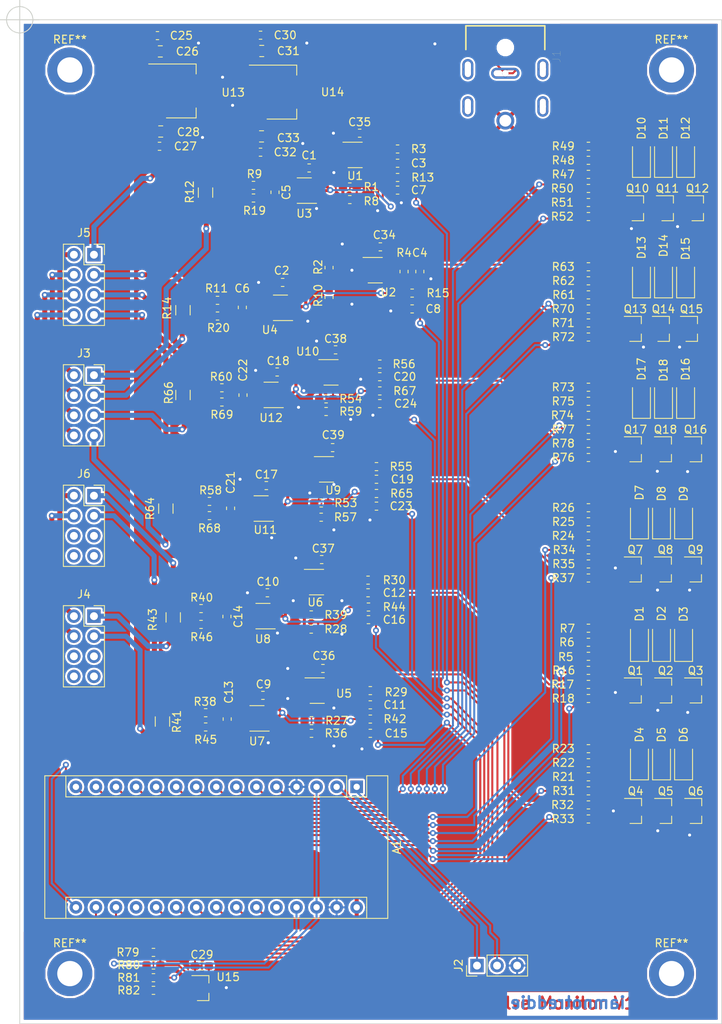
<source format=kicad_pcb>
(kicad_pcb (version 20171130) (host pcbnew "(5.0.0)")
  (title_block (date "jeu. 02 avril 2015"))
  (layers (0 F.Cu signal) (31 B.Cu signal) (34 B.Paste user) (35 F.Paste user) (36 B.SilkS user) (37 F.SilkS user) (38 B.Mask user) (39 F.Mask user) (44 Edge.Cuts user))
  (net 0 "")
  (net 1 /TX)
  (net 2 "Net-(A1-Pad17)")
  (net 3 /RX)
  (net 4 "Net-(A1-Pad18)")
  (net 5 "Net-(A1-Pad28)")
  (net 6 /VALVE_V)
  (net 7 /FWA_CURR)
  (net 8 /FWA_PASS)
  (net 9 /FWB_CURR)
  (net 10 /FWB_PASS)
  (net 11 /OCD_CURR)
  (net 12 /OCD_PASS)
  (net 13 /PUR_CURR)
  (net 14 /EQ_PASS)
  (net 15 /EQ_CURR)
  (net 16 /PUR_PASS)
  (net 17 /AIR_D_CURR)
  (net 18 /AIR_D_PASS)
  (net 19 "Net-(A1-Pad26)")
  (net 20 /FWA_Hit)
  (net 21 "Net-(A1-Pad27)")
  (net 22 /FWB_Hit)
  (net 23 /OCD_Hit)
  (net 24 /EQ_Hit)
  (net 25 +12V)
  (net 26 /PUR_Hit)
  (net 27 /AIR_D_Hit)
  (net 28 +5V)
  (net 29 "Net-(D7-Pad2)")
  (net 30 "Net-(R82-Pad2)")
  (net 31 "Net-(D4-Pad2)")
  (net 32 "Net-(D5-Pad2)")
  (net 33 "Net-(D6-Pad2)")
  (net 34 /FWB_PWR)
  (net 35 "Net-(D9-Pad2)")
  (net 36 /EQ_PWR)
  (net 37 /OCD_PWR)
  (net 38 "Net-(R29-Pad2)")
  (net 39 /EQ_Hold)
  (net 40 GND)
  (net 41 /FWA_PWR)
  (net 42 /FWA_Hold)
  (net 43 "Net-(D1-Pad2)")
  (net 44 "Net-(D2-Pad2)")
  (net 45 /FWB_Hold)
  (net 46 "Net-(D3-Pad2)")
  (net 47 "Net-(D15-Pad2)")
  (net 48 "Net-(D18-Pad2)")
  (net 49 "Net-(D16-Pad2)")
  (net 50 "Net-(R56-Pad2)")
  (net 51 "Net-(R55-Pad2)")
  (net 52 "Net-(D14-Pad2)")
  (net 53 "Net-(D13-Pad2)")
  (net 54 /PUR_Hold)
  (net 55 /AIR_D_Hold)
  (net 56 /PUR_PWR)
  (net 57 /OCD_Hold)
  (net 58 "Net-(D8-Pad2)")
  (net 59 /AIR_D_PWR)
  (net 60 "Net-(D12-Pad2)")
  (net 61 "Net-(D10-Pad2)")
  (net 62 "Net-(D11-Pad2)")
  (net 63 "Net-(D17-Pad2)")
  (net 64 "Net-(Q4-Pad1)")
  (net 65 "Net-(D4-Pad1)")
  (net 66 "Net-(D3-Pad1)")
  (net 67 "Net-(Q3-Pad1)")
  (net 68 "Net-(Q2-Pad1)")
  (net 69 "Net-(D2-Pad1)")
  (net 70 "Net-(D1-Pad1)")
  (net 71 "Net-(Q1-Pad1)")
  (net 72 "Net-(Q17-Pad1)")
  (net 73 "Net-(D17-Pad1)")
  (net 74 "Net-(D16-Pad1)")
  (net 75 "Net-(Q16-Pad1)")
  (net 76 "Net-(D6-Pad1)")
  (net 77 "Net-(Q6-Pad1)")
  (net 78 "Net-(Q18-Pad1)")
  (net 79 "Net-(D18-Pad1)")
  (net 80 "Net-(D13-Pad1)")
  (net 81 "Net-(Q13-Pad1)")
  (net 82 "Net-(Q15-Pad1)")
  (net 83 "Net-(D15-Pad1)")
  (net 84 "Net-(D14-Pad1)")
  (net 85 "Net-(Q14-Pad1)")
  (net 86 "Net-(Q12-Pad1)")
  (net 87 "Net-(D12-Pad1)")
  (net 88 "Net-(D11-Pad1)")
  (net 89 "Net-(Q11-Pad1)")
  (net 90 "Net-(Q10-Pad1)")
  (net 91 "Net-(D10-Pad1)")
  (net 92 "Net-(D9-Pad1)")
  (net 93 "Net-(Q9-Pad1)")
  (net 94 "Net-(Q8-Pad1)")
  (net 95 "Net-(D8-Pad1)")
  (net 96 "Net-(D7-Pad1)")
  (net 97 "Net-(Q7-Pad1)")
  (net 98 "Net-(Q5-Pad1)")
  (net 99 "Net-(D5-Pad1)")
  (net 100 /INPUT_POWER)
  (net 101 "Net-(R27-Pad2)")
  (net 102 "Net-(R28-Pad2)")
  (net 103 "Net-(R30-Pad2)")
  (net 104 "Net-(R44-Pad2)")
  (net 105 "Net-(C13-Pad1)")
  (net 106 "Net-(C14-Pad1)")
  (net 107 "Net-(R1-Pad2)")
  (net 108 "Net-(C6-Pad1)")
  (net 109 "Net-(C22-Pad2)")
  (net 110 "Net-(R15-Pad2)")
  (net 111 "Net-(R13-Pad2)")
  (net 112 "Net-(R42-Pad2)")
  (net 113 "Net-(R10-Pad1)")
  (net 114 "Net-(C5-Pad1)")
  (net 115 "Net-(C13-Pad2)")
  (net 116 "Net-(R4-Pad2)")
  (net 117 "Net-(R3-Pad2)")
  (net 118 "Net-(R65-Pad2)")
  (net 119 "Net-(R67-Pad2)")
  (net 120 "Net-(C21-Pad2)")
  (net 121 "Net-(C6-Pad2)")
  (net 122 "Net-(C14-Pad2)")
  (net 123 "Net-(R53-Pad2)")
  (net 124 "Net-(C5-Pad2)")
  (net 125 "Net-(C21-Pad1)")
  (net 126 "Net-(R54-Pad2)")
  (net 127 "Net-(C22-Pad1)")
  (net 128 /AIR_D_VALVE)
  (net 129 /FWB_VALVE)
  (net 130 /FWA_VALVE)
  (net 131 /OCD_VALVE)
  (net 132 /EQ_VALVE)
  (net 133 /PUR_VALVE)
  (net 134 /FWA_RTN)
  (net 135 /FWB_RTN)
  (net 136 "Net-(J4-Pad7)")
  (net 137 "Net-(J4-Pad8)")
  (net 138 /AIR_D__RTN)
  (net 139 /PUR_RTN)
  (net 140 /EQ_RTN)
  (net 141 /OCD_RTN)
  (net 142 "Net-(J6-Pad7)")
  (net 143 "Net-(J6-Pad8)")
  (net 144 "Net-(J4-Pad5)")
  (net 145 "Net-(J4-Pad6)")
  (net 146 "Net-(J6-Pad5)")
  (net 147 "Net-(J6-Pad6)")
  (module MountingHole:MountingHole_3.2mm_M3_ISO7380_Pad (layer F.Cu) (at 110.49 45.212)
    (fp_text reference REF** (at 0 -3.85) (layer F.SilkS))
    (fp_text value MountingHole_3.2mm_M3_ISO7380_Pad)
    (pad 1 thru_hole circle (at 0 0) (size 5.7 5.7) (drill 3.2) (layers *.Cu *.Mask))
  )
  (module MountingHole:MountingHole_3.2mm_M3_ISO7380_Pad (layer F.Cu) (at 110.49 159.512)
    (fp_text reference REF** (at 0 -3.85) (layer F.SilkS))
    (fp_text value MountingHole_3.2mm_M3_ISO7380_Pad)
    (pad 1 thru_hole circle (at 0 0) (size 5.7 5.7) (drill 3.2) (layers *.Cu *.Mask))
  )
  (module MountingHole:MountingHole_3.2mm_M3_ISO7380_Pad (layer F.Cu) (at 34.29 159.512)
    (fp_text reference REF** (at 0 -3.85) (layer F.SilkS))
    (fp_text value MountingHole_3.2mm_M3_ISO7380_Pad)
    (pad 1 thru_hole circle (at 0 0) (size 5.7 5.7) (drill 3.2) (layers *.Cu *.Mask))
  )
  (module Connector_BarrelJack:CUI_PJ-082BH (layer F.Cu) (at 89.441 46.128 270)
    (fp_text reference J1 (at -2.62614 -6.48784 270) (layer F.SilkS) (effects (font (size 1.000441 1.000441) (thickness 0.015))))
    (fp_text value Barrel_Jack)
    (fp_arc (start 4.3 -4.75) (end 4.3 -4.2) (angle -90) (layer B.Cu) (width 0.3))
    (fp_arc (start 4.3 -4.75) (end 4.85 -4.75) (angle -90) (layer B.Cu) (width 0.3))
    (fp_line (start 3.1 -5.3) (end 4.3 -5.3) (layer B.Cu) (width 0.3))
    (fp_arc (start 3.1 -4.75) (end 3.1 -5.3) (angle -90) (layer B.Cu) (width 0.3))
    (fp_arc (start 3.1 -4.75) (end 2.55 -4.75) (angle -90) (layer B.Cu) (width 0.3))
    (fp_line (start 4.3 -4.2) (end 3.1 -4.2) (layer B.Cu) (width 0.3))
    (fp_arc (start 4.3 -4.75) (end 4.3 -4.2) (angle -90) (layer F.Cu) (width 0.3))
    (fp_arc (start 4.3 -4.75) (end 4.85 -4.75) (angle -90) (layer F.Cu) (width 0.3))
    (fp_line (start 3.1 -5.3) (end 4.3 -5.3) (layer F.Cu) (width 0.3))
    (fp_arc (start 3.1 -4.75) (end 3.1 -5.3) (angle -90) (layer F.Cu) (width 0.3))
    (fp_arc (start 3.1 -4.75) (end 2.55 -4.75) (angle -90) (layer F.Cu) (width 0.3))
    (fp_line (start 4.3 -4.2) (end 3.1 -4.2) (layer F.Cu) (width 0.3))
    (fp_line (start 4.3 -4.35) (end 3.1 -4.35) (layer Edge.Cuts) (width 0.001))
    (fp_arc (start 4.3 -4.75) (end 4.3 -4.35) (angle -90) (layer Edge.Cuts) (width 0.001))
    (fp_arc (start 4.3 -4.75) (end 4.7 -4.75) (angle -90) (layer Edge.Cuts) (width 0.001))
    (fp_line (start 3.1 -5.15) (end 4.3 -5.15) (layer Edge.Cuts) (width 0.001))
    (fp_arc (start 3.1 -4.75) (end 3.1 -5.15) (angle -90) (layer Edge.Cuts) (width 0.001))
    (fp_arc (start 3.1 -4.75) (end 2.7 -4.75) (angle -90) (layer Edge.Cuts) (width 0.001))
    (fp_arc (start 4.3 4.75) (end 4.3 5.3) (angle -90) (layer B.Cu) (width 0.3))
    (fp_arc (start 4.3 4.75) (end 4.85 4.75) (angle -90) (layer B.Cu) (width 0.3))
    (fp_line (start 3.1 4.2) (end 4.3 4.2) (layer B.Cu) (width 0.3))
    (fp_arc (start 3.1 4.75) (end 3.1 4.2) (angle -90) (layer B.Cu) (width 0.3))
    (fp_arc (start 3.1 4.75) (end 2.55 4.75) (angle -90) (layer B.Cu) (width 0.3))
    (fp_line (start 4.3 5.3) (end 3.1 5.3) (layer B.Cu) (width 0.3))
    (fp_arc (start 4.3 4.75) (end 4.3 5.3) (angle -90) (layer F.Cu) (width 0.3))
    (fp_arc (start 4.3 4.75) (end 4.85 4.75) (angle -90) (layer F.Cu) (width 0.3))
    (fp_line (start 3.1 4.2) (end 4.3 4.2) (layer F.Cu) (width 0.3))
    (fp_arc (start 3.1 4.75) (end 3.1 4.2) (angle -90) (layer F.Cu) (width 0.3))
    (fp_arc (start 3.1 4.75) (end 2.55 4.75) (angle -90) (layer F.Cu) (width 0.3))
    (fp_line (start 4.3 5.3) (end 3.1 5.3) (layer F.Cu) (width 0.3))
    (fp_line (start 4.3 5.15) (end 3.1 5.15) (layer Edge.Cuts) (width 0.001))
    (fp_arc (start 4.3 4.75) (end 4.3 5.15) (angle -90) (layer Edge.Cuts) (width 0.001))
    (fp_arc (start 4.3 4.75) (end 4.7 4.75) (angle -90) (layer Edge.Cuts) (width 0.001))
    (fp_line (start 3.1 4.35) (end 4.3 4.35) (layer Edge.Cuts) (width 0.001))
    (fp_arc (start 3.1 4.75) (end 3.1 4.35) (angle -90) (layer Edge.Cuts) (width 0.001))
    (fp_arc (start 3.1 4.75) (end 2.7 4.75) (angle -90) (layer Edge.Cuts) (width 0.001))
    (fp_arc (start -0.4 -4.75) (end -0.4 -4.2) (angle -90) (layer B.Cu) (width 0.3))
    (fp_arc (start -0.4 -4.75) (end 0.15 -4.75) (angle -90) (layer B.Cu) (width 0.3))
    (fp_line (start -1.6 -5.3) (end -0.4 -5.3) (layer B.Cu) (width 0.3))
    (fp_arc (start -1.6 -4.75) (end -1.6 -5.3) (angle -90) (layer B.Cu) (width 0.3))
    (fp_arc (start -1.6 -4.75) (end -2.15 -4.75) (angle -90) (layer B.Cu) (width 0.3))
    (fp_line (start -0.4 -4.2) (end -1.6 -4.2) (layer B.Cu) (width 0.3))
    (fp_arc (start -0.4 -4.75) (end -0.4 -4.2) (angle -90) (layer F.Cu) (width 0.3))
    (fp_arc (start -0.4 -4.75) (end 0.15 -4.75) (angle -90) (layer F.Cu) (width 0.3))
    (fp_line (start -1.6 -5.3) (end -0.4 -5.3) (layer F.Cu) (width 0.3))
    (fp_arc (start -1.6 -4.75) (end -1.6 -5.3) (angle -90) (layer F.Cu) (width 0.3))
    (fp_arc (start -1.6 -4.75) (end -2.15 -4.75) (angle -90) (layer F.Cu) (width 0.3))
    (fp_line (start -0.4 -4.2) (end -1.6 -4.2) (layer F.Cu) (width 0.3))
    (fp_line (start -0.4 -4.35) (end -1.6 -4.35) (layer Edge.Cuts) (width 0.001))
    (fp_arc (start -0.4 -4.75) (end -0.4 -4.35) (angle -90) (layer Edge.Cuts) (width 0.001))
    (fp_arc (start -0.4 -4.75) (end 0 -4.75) (angle -90) (layer Edge.Cuts) (width 0.001))
    (fp_line (start -1.6 -5.15) (end -0.4 -5.15) (layer Edge.Cuts) (width 0.001))
    (fp_arc (start -1.6 -4.75) (end -1.6 -5.15) (angle -90) (layer Edge.Cuts) (width 0.001))
    (fp_arc (start -1.6 -4.75) (end -2 -4.75) (angle -90) (layer Edge.Cuts) (width 0.001))
    (fp_arc (start -0.5 -1.1) (end 0.05 -1.1) (angle -90) (layer B.Cu) (width 0.3))
    (fp_arc (start -0.5 -1.1) (end -0.5 -1.65) (angle -90) (layer B.Cu) (width 0.3))
    (fp_line (start -1.05 1.1) (end -1.05 -1.1) (layer B.Cu) (width 0.3))
    (fp_arc (start -0.5 1.1) (end -1.05 1.1) (angle -90) (layer B.Cu) (width 0.3))
    (fp_arc (start -0.5 1.1) (end -0.5 1.65) (angle -90) (layer B.Cu) (width 0.3))
    (fp_line (start 0.05 -1.1) (end 0.05 1.1) (layer B.Cu) (width 0.3))
    (fp_arc (start -0.5 -1.1) (end 0.05 -1.1) (angle -90) (layer F.Cu) (width 0.3))
    (fp_arc (start -0.5 -1.1) (end -0.5 -1.65) (angle -90) (layer F.Cu) (width 0.3))
    (fp_line (start -1.05 1.1) (end -1.05 -1.1) (layer F.Cu) (width 0.3))
    (fp_arc (start -0.5 1.1) (end -1.05 1.1) (angle -90) (layer F.Cu) (width 0.3))
    (fp_arc (start -0.5 1.1) (end -0.5 1.65) (angle -90) (layer F.Cu) (width 0.3))
    (fp_line (start 0.05 -1.1) (end 0.05 1.1) (layer F.Cu) (width 0.3))
    (fp_line (start -0.1 -1.1) (end -0.1 1.1) (layer Edge.Cuts) (width 0.001))
    (fp_arc (start -0.5 -1.1) (end -0.1 -1.1) (angle -90) (layer Edge.Cuts) (width 0.001))
    (fp_arc (start -0.5 -1.1) (end -0.5 -1.5) (angle -90) (layer Edge.Cuts) (width 0.001))
    (fp_line (start -0.9 1.1) (end -0.9 -1.1) (layer Edge.Cuts) (width 0.001))
    (fp_arc (start -0.5 1.1) (end -0.9 1.1) (angle -90) (layer Edge.Cuts) (width 0.001))
    (fp_arc (start -0.5 1.1) (end -0.5 1.5) (angle -90) (layer Edge.Cuts) (width 0.001))
    (fp_arc (start -0.4 4.75) (end -0.4 5.3) (angle -90) (layer B.Cu) (width 0.3))
    (fp_arc (start -0.4 4.75) (end 0.15 4.75) (angle -90) (layer B.Cu) (width 0.3))
    (fp_line (start -1.6 4.2) (end -0.4 4.2) (layer B.Cu) (width 0.3))
    (fp_arc (start -1.6 4.75) (end -1.6 4.2) (angle -90) (layer B.Cu) (width 0.3))
    (fp_arc (start -1.6 4.75) (end -2.15 4.75) (angle -90) (layer B.Cu) (width 0.3))
    (fp_line (start -0.4 5.3) (end -1.6 5.3) (layer B.Cu) (width 0.3))
    (fp_arc (start -0.4 4.75) (end -0.4 5.3) (angle -90) (layer F.Cu) (width 0.3))
    (fp_arc (start -0.4 4.75) (end 0.15 4.75) (angle -90) (layer F.Cu) (width 0.3))
    (fp_line (start -1.6 4.2) (end -0.4 4.2) (layer F.Cu) (width 0.3))
    (fp_arc (start -1.6 4.75) (end -1.6 4.2) (angle -90) (layer F.Cu) (width 0.3))
    (fp_arc (start -1.6 4.75) (end -2.15 4.75) (angle -90) (layer F.Cu) (width 0.3))
    (fp_line (start -0.4 5.3) (end -1.6 5.3) (layer F.Cu) (width 0.3))
    (fp_line (start -0.4 5.15) (end -1.6 5.15) (layer Edge.Cuts) (width 0.001))
    (fp_arc (start -0.4 4.75) (end -0.4 5.15) (angle -90) (layer Edge.Cuts) (width 0.001))
    (fp_arc (start -0.4 4.75) (end 0 4.75) (angle -90) (layer Edge.Cuts) (width 0.001))
    (fp_line (start -1.6 4.35) (end -0.4 4.35) (layer Edge.Cuts) (width 0.001))
    (fp_arc (start -1.6 4.75) (end -1.6 4.35) (angle -90) (layer Edge.Cuts) (width 0.001))
    (fp_arc (start -1.6 4.75) (end -2 4.75) (angle -90) (layer Edge.Cuts) (width 0.001))
    (pad 2 smd rect (at -1 -0.2 270) (size 0.1 0.635) (layers F.Cu F.Paste F.Mask) (net 40 GND))
    (pad None np_thru_hole circle (at -3.75 0 270) (size 1.7 1.7) (drill 1.7) (layers *.Cu *.Mask))
    (pad 1 thru_hole circle (at 5.5 0 270) (size 2.25 2.25) (drill 1.5) (layers *.Cu *.Mask) (net 100 /INPUT_POWER))
    (pad None np_thru_hole circle (at 3.7 -4.75 270) (size 0.8 0.8) (drill 0.8) (layers *.Cu *.Mask))
    (pad None np_thru_hole circle (at 3.7 4.75 270) (size 0.8 0.8) (drill 0.8) (layers *.Cu *.Mask))
    (pad None np_thru_hole circle (at -1 -4.75 270) (size 0.8 0.8) (drill 0.8) (layers *.Cu *.Mask))
    (pad 2 thru_hole circle (at -0.5 0 270) (size 0.8 0.8) (drill 0.8) (layers *.Cu *.Mask) (net 40 GND))
    (pad None np_thru_hole circle (at -1 4.75 270) (size 0.8 0.8) (drill 0.8) (layers *.Cu *.Mask))
  )
  (module Package_TO_SOT_SMD:SOT-23 (layer F.Cu) (at 109.458 77.96)
    (fp_text reference Q14 (at 0 -2.5) (layer F.SilkS))
    (fp_text value 2N7002)
    (pad 3 smd rect (at 1 0) (size 0.9 0.8) (layers F.Cu F.Paste F.Mask) (net 84 "Net-(D14-Pad1)"))
    (pad 2 smd rect (at -1 0.95) (size 0.9 0.8) (layers F.Cu F.Paste F.Mask) (net 40 GND))
    (pad 1 smd rect (at -1 -0.95) (size 0.9 0.8) (layers F.Cu F.Paste F.Mask) (net 85 "Net-(Q14-Pad1)"))
  )
  (module Package_TO_SOT_SMD:SOT-23 (layer F.Cu) (at 105.902 77.96)
    (fp_text reference Q13 (at 0 -2.5) (layer F.SilkS))
    (fp_text value 2N7002)
    (pad 3 smd rect (at 1 0) (size 0.9 0.8) (layers F.Cu F.Paste F.Mask) (net 80 "Net-(D13-Pad1)"))
    (pad 2 smd rect (at -1 0.95) (size 0.9 0.8) (layers F.Cu F.Paste F.Mask) (net 40 GND))
    (pad 1 smd rect (at -1 -0.95) (size 0.9 0.8) (layers F.Cu F.Paste F.Mask) (net 81 "Net-(Q13-Pad1)"))
  )
  (module Package_TO_SOT_SMD:SOT-23 (layer F.Cu) (at 113.014 77.96)
    (fp_text reference Q15 (at 0 -2.5) (layer F.SilkS))
    (fp_text value 2N7002)
    (pad 3 smd rect (at 1 0) (size 0.9 0.8) (layers F.Cu F.Paste F.Mask) (net 83 "Net-(D15-Pad1)"))
    (pad 2 smd rect (at -1 0.95) (size 0.9 0.8) (layers F.Cu F.Paste F.Mask) (net 40 GND))
    (pad 1 smd rect (at -1 -0.95) (size 0.9 0.8) (layers F.Cu F.Paste F.Mask) (net 82 "Net-(Q15-Pad1)"))
  )
  (module Capacitor_SMD:C_0603_1608Metric_Pad1.05x0.95mm_HandSolder (layer F.Cu) (at 73.612 67.587 180)
    (fp_text reference C34 (at -0.5 1.5 180) (layer F.SilkS))
    (fp_text value C)
    (pad 1 smd roundrect (at -0.875 0 180) (size 1.05 0.95) (layers F.Cu F.Paste F.Mask) (net 28 +5V))
    (pad 2 smd roundrect (at 0.875 0 180) (size 1.05 0.95) (layers F.Cu F.Paste F.Mask) (net 40 GND))
  )
  (module Package_TO_SOT_SMD:SOT-23-5_HandSoldering (layer F.Cu) (at 60.958 75.297 180)
    (fp_text reference U4 (at 1.346 -2.79 180) (layer F.SilkS))
    (fp_text value INA186)
    (pad 5 smd rect (at 1.35 -0.95 180) (size 1.56 0.65) (layers F.Cu F.Paste F.Mask) (net 121 "Net-(C6-Pad2)"))
    (pad 4 smd rect (at 1.35 0.95 180) (size 1.56 0.65) (layers F.Cu F.Paste F.Mask) (net 108 "Net-(C6-Pad1)"))
    (pad 3 smd rect (at -1.35 0.95 180) (size 1.56 0.65) (layers F.Cu F.Paste F.Mask) (net 28 +5V))
    (pad 2 smd rect (at -1.35 0 180) (size 1.56 0.65) (layers F.Cu F.Paste F.Mask) (net 110 "Net-(R15-Pad2)"))
    (pad 1 smd rect (at -1.35 -0.95 180) (size 1.56 0.65) (layers F.Cu F.Paste F.Mask) (net 40 GND))
  )
  (module Resistor_SMD:R_1206_3216Metric_Pad1.42x1.75mm_HandSolder (layer F.Cu) (at 48.612 75.5995 270)
    (fp_text reference R14 (at -0.2625 2 270) (layer F.SilkS))
    (fp_text value R)
    (pad 1 smd roundrect (at -1.4875 0 270) (size 1.425 1.75) (layers F.Cu F.Paste F.Mask) (roundrect_rratio 0.175439) (net 132 /EQ_VALVE))
    (pad 2 smd roundrect (at 1.4875 0 270) (size 1.425 1.75) (layers F.Cu F.Paste F.Mask) (roundrect_rratio 0.175439) (net 36 /EQ_PWR))
  )
  (module Resistor_SMD:R_0603_1608Metric_Pad1.05x0.95mm_HandSolder (layer F.Cu) (at 52.987 76.337)
    (fp_text reference R20 (at 0.125 1.5) (layer F.SilkS))
    (fp_text value R)
    (pad 2 smd roundrect (at 0.875 0) (size 1.05 0.95) (layers F.Cu F.Paste F.Mask) (net 121 "Net-(C6-Pad2)"))
    (pad 1 smd roundrect (at -0.875 0) (size 1.05 0.95) (layers F.Cu F.Paste F.Mask) (net 36 /EQ_PWR))
  )
  (module Capacitor_SMD:C_0603_1608Metric_Pad1.05x0.95mm_HandSolder (layer F.Cu) (at 61.237 72.087 180)
    (fp_text reference C2 (at 0.125 1.5 180) (layer F.SilkS))
    (fp_text value C)
    (pad 2 smd roundrect (at 0.875 0 180) (size 1.05 0.95) (layers F.Cu F.Paste F.Mask) (net 40 GND))
    (pad 1 smd roundrect (at -0.875 0 180) (size 1.05 0.95) (layers F.Cu F.Paste F.Mask) (net 28 +5V))
  )
  (module Capacitor_SMD:C_0603_1608Metric_Pad1.05x0.95mm_HandSolder (layer F.Cu) (at 78.612 70.712 270)
    (fp_text reference C4 (at -2.375 0) (layer F.SilkS))
    (fp_text value C)
    (pad 2 smd roundrect (at 0.875 0 270) (size 1.05 0.95) (layers F.Cu F.Paste F.Mask) (net 40 GND))
    (pad 1 smd roundrect (at -0.875 0 270) (size 1.05 0.95) (layers F.Cu F.Paste F.Mask) (net 39 /EQ_Hold))
  )
  (module Package_TO_SOT_SMD:SOT-23-5_HandSoldering (layer F.Cu) (at 72.962 70.537)
    (fp_text reference U2 (at 1.65 2.8) (layer F.SilkS))
    (fp_text value LMV331)
    (pad 5 smd rect (at 1.35 -0.95) (size 1.56 0.65) (layers F.Cu F.Paste F.Mask) (net 28 +5V))
    (pad 4 smd rect (at 1.35 0.95) (size 1.56 0.65) (layers F.Cu F.Paste F.Mask) (net 116 "Net-(R4-Pad2)"))
    (pad 3 smd rect (at -1.35 0.95) (size 1.56 0.65) (layers F.Cu F.Paste F.Mask) (net 113 "Net-(R10-Pad1)"))
    (pad 2 smd rect (at -1.35 0) (size 1.56 0.65) (layers F.Cu F.Paste F.Mask) (net 40 GND))
    (pad 1 smd rect (at -1.35 -0.95) (size 1.56 0.65) (layers F.Cu F.Paste F.Mask) (net 110 "Net-(R15-Pad2)"))
  )
  (module Capacitor_SMD:C_0603_1608Metric_Pad1.05x0.95mm_HandSolder (layer F.Cu) (at 56.132 75.25 270)
    (fp_text reference C6 (at -2.413 0.02) (layer F.SilkS))
    (fp_text value C)
    (pad 2 smd roundrect (at 0.875 0 270) (size 1.05 0.95) (layers F.Cu F.Paste F.Mask) (net 121 "Net-(C6-Pad2)"))
    (pad 1 smd roundrect (at -0.875 0 270) (size 1.05 0.95) (layers F.Cu F.Paste F.Mask) (net 108 "Net-(C6-Pad1)"))
  )
  (module Capacitor_SMD:C_0603_1608Metric_Pad1.05x0.95mm_HandSolder (layer F.Cu) (at 77.637 75.437 180)
    (fp_text reference C8 (at -2.675 0 180) (layer F.SilkS))
    (fp_text value C)
    (pad 2 smd roundrect (at 0.875 0 180) (size 1.05 0.95) (layers F.Cu F.Paste F.Mask) (net 40 GND))
    (pad 1 smd roundrect (at -0.875 0 180) (size 1.05 0.95) (layers F.Cu F.Paste F.Mask) (net 15 /EQ_CURR))
  )
  (module Resistor_SMD:R_0603_1608Metric_Pad1.05x0.95mm_HandSolder (layer F.Cu) (at 52.987 74.347)
    (fp_text reference R11 (at -0.125 -1.51 180) (layer F.SilkS))
    (fp_text value R)
    (pad 2 smd roundrect (at 0.875 0) (size 1.05 0.95) (layers F.Cu F.Paste F.Mask) (net 108 "Net-(C6-Pad1)"))
    (pad 1 smd roundrect (at -0.875 0) (size 1.05 0.95) (layers F.Cu F.Paste F.Mask) (net 132 /EQ_VALVE))
  )
  (module Resistor_SMD:R_0603_1608Metric_Pad1.05x0.95mm_HandSolder (layer F.Cu) (at 77.637 73.437 180)
    (fp_text reference R15 (at -3.275 0 180) (layer F.SilkS))
    (fp_text value R)
    (pad 2 smd roundrect (at 0.875 0 180) (size 1.05 0.95) (layers F.Cu F.Paste F.Mask) (net 110 "Net-(R15-Pad2)"))
    (pad 1 smd roundrect (at -0.875 0 180) (size 1.05 0.95) (layers F.Cu F.Paste F.Mask) (net 15 /EQ_CURR))
  )
  (module Resistor_SMD:R_0603_1608Metric_Pad1.05x0.95mm_HandSolder (layer F.Cu) (at 76.612 70.712 270)
    (fp_text reference R4 (at -2.375 0) (layer F.SilkS))
    (fp_text value R)
    (pad 2 smd roundrect (at 0.875 0 270) (size 1.05 0.95) (layers F.Cu F.Paste F.Mask) (net 116 "Net-(R4-Pad2)"))
    (pad 1 smd roundrect (at -0.875 0 270) (size 1.05 0.95) (layers F.Cu F.Paste F.Mask) (net 39 /EQ_Hold))
  )
  (module Resistor_SMD:R_0603_1608Metric_Pad1.05x0.95mm_HandSolder (layer F.Cu) (at 67.112 70.212 270)
    (fp_text reference R2 (at -0.069 1.376 270) (layer F.SilkS))
    (fp_text value R)
    (pad 2 smd roundrect (at 0.875 0 270) (size 1.05 0.95) (layers F.Cu F.Paste F.Mask) (net 113 "Net-(R10-Pad1)"))
    (pad 1 smd roundrect (at -0.875 0 270) (size 1.05 0.95) (layers F.Cu F.Paste F.Mask) (net 28 +5V))
  )
  (module Resistor_SMD:R_0603_1608Metric_Pad1.05x0.95mm_HandSolder (layer F.Cu) (at 67.112 73.962 270)
    (fp_text reference R10 (at -0.219 1.376 270) (layer F.SilkS))
    (fp_text value R)
    (pad 2 smd roundrect (at 0.875 0 270) (size 1.05 0.95) (layers F.Cu F.Paste F.Mask) (net 40 GND))
    (pad 1 smd roundrect (at -0.875 0 270) (size 1.05 0.95) (layers F.Cu F.Paste F.Mask) (net 113 "Net-(R10-Pad1)"))
  )
  (module Connector_PinSocket_2.54mm:PinSocket_2x04_P2.54mm_Vertical (layer F.Cu) (at 37.338 83.82)
    (fp_text reference J3 (at -1.27 -2.77) (layer F.SilkS))
    (fp_text value Conn_02x04_Top_Bottom)
    (pad 8 thru_hole oval (at -2.54 7.62) (size 1.7 1.7) (drill 1) (layers *.Cu *.Mask) (net 138 /AIR_D__RTN))
    (pad 7 thru_hole oval (at 0 7.62) (size 1.7 1.7) (drill 1) (layers *.Cu *.Mask) (net 59 /AIR_D_PWR))
    (pad 6 thru_hole oval (at -2.54 5.08) (size 1.7 1.7) (drill 1) (layers *.Cu *.Mask) (net 139 /PUR_RTN))
    (pad 5 thru_hole oval (at 0 5.08) (size 1.7 1.7) (drill 1) (layers *.Cu *.Mask) (net 56 /PUR_PWR))
    (pad 4 thru_hole oval (at -2.54 2.54) (size 1.7 1.7) (drill 1) (layers *.Cu *.Mask) (net 140 /EQ_RTN))
    (pad 3 thru_hole oval (at 0 2.54) (size 1.7 1.7) (drill 1) (layers *.Cu *.Mask) (net 36 /EQ_PWR))
    (pad 2 thru_hole oval (at -2.54 0) (size 1.7 1.7) (drill 1) (layers *.Cu *.Mask) (net 141 /OCD_RTN))
    (pad 1 thru_hole rect (at 0 0) (size 1.7 1.7) (drill 1) (layers *.Cu *.Mask) (net 37 /OCD_PWR))
  )
  (module Connector_PinSocket_2.54mm:PinSocket_2x04_P2.54mm_Vertical (layer F.Cu) (at 37.338 99.06)
    (fp_text reference J6 (at -1.27 -2.77) (layer F.SilkS))
    (fp_text value Conn_02x04_Top_Bottom)
    (pad 1 thru_hole rect (at 0 0) (size 1.7 1.7) (drill 1) (layers *.Cu *.Mask) (net 130 /FWA_VALVE))
    (pad 2 thru_hole oval (at -2.54 0) (size 1.7 1.7) (drill 1) (layers *.Cu *.Mask) (net 134 /FWA_RTN))
    (pad 3 thru_hole oval (at 0 2.54) (size 1.7 1.7) (drill 1) (layers *.Cu *.Mask) (net 129 /FWB_VALVE))
    (pad 4 thru_hole oval (at -2.54 2.54) (size 1.7 1.7) (drill 1) (layers *.Cu *.Mask) (net 135 /FWB_RTN))
    (pad 5 thru_hole oval (at 0 5.08) (size 1.7 1.7) (drill 1) (layers *.Cu *.Mask) (net 146 "Net-(J6-Pad5)"))
    (pad 6 thru_hole oval (at -2.54 5.08) (size 1.7 1.7) (drill 1) (layers *.Cu *.Mask) (net 147 "Net-(J6-Pad6)"))
    (pad 7 thru_hole oval (at 0 7.62) (size 1.7 1.7) (drill 1) (layers *.Cu *.Mask) (net 142 "Net-(J6-Pad7)"))
    (pad 8 thru_hole oval (at -2.54 7.62) (size 1.7 1.7) (drill 1) (layers *.Cu *.Mask) (net 143 "Net-(J6-Pad8)"))
  )
  (module Connector_PinSocket_2.54mm:PinSocket_2x04_P2.54mm_Vertical (layer F.Cu) (at 37.338 68.58)
    (fp_text reference J5 (at -1.27 -2.77) (layer F.SilkS))
    (fp_text value Conn_02x04_Top_Bottom)
    (pad 8 thru_hole oval (at -2.54 7.62) (size 1.7 1.7) (drill 1) (layers *.Cu *.Mask) (net 138 /AIR_D__RTN))
    (pad 7 thru_hole oval (at 0 7.62) (size 1.7 1.7) (drill 1) (layers *.Cu *.Mask) (net 128 /AIR_D_VALVE))
    (pad 6 thru_hole oval (at -2.54 5.08) (size 1.7 1.7) (drill 1) (layers *.Cu *.Mask) (net 139 /PUR_RTN))
    (pad 5 thru_hole oval (at 0 5.08) (size 1.7 1.7) (drill 1) (layers *.Cu *.Mask) (net 133 /PUR_VALVE))
    (pad 4 thru_hole oval (at -2.54 2.54) (size 1.7 1.7) (drill 1) (layers *.Cu *.Mask) (net 140 /EQ_RTN))
    (pad 3 thru_hole oval (at 0 2.54) (size 1.7 1.7) (drill 1) (layers *.Cu *.Mask) (net 132 /EQ_VALVE))
    (pad 2 thru_hole oval (at -2.54 0) (size 1.7 1.7) (drill 1) (layers *.Cu *.Mask) (net 141 /OCD_RTN))
    (pad 1 thru_hole rect (at 0 0) (size 1.7 1.7) (drill 1) (layers *.Cu *.Mask) (net 131 /OCD_VALVE))
  )
  (module Connector_PinSocket_2.54mm:PinSocket_2x04_P2.54mm_Vertical (layer F.Cu) (at 37.338 114.3)
    (fp_text reference J4 (at -1.27 -2.77) (layer F.SilkS))
    (fp_text value Conn_02x04_Top_Bottom)
    (pad 1 thru_hole rect (at 0 0) (size 1.7 1.7) (drill 1) (layers *.Cu *.Mask) (net 41 /FWA_PWR))
    (pad 2 thru_hole oval (at -2.54 0) (size 1.7 1.7) (drill 1) (layers *.Cu *.Mask) (net 134 /FWA_RTN))
    (pad 3 thru_hole oval (at 0 2.54) (size 1.7 1.7) (drill 1) (layers *.Cu *.Mask) (net 34 /FWB_PWR))
    (pad 4 thru_hole oval (at -2.54 2.54) (size 1.7 1.7) (drill 1) (layers *.Cu *.Mask) (net 135 /FWB_RTN))
    (pad 5 thru_hole oval (at 0 5.08) (size 1.7 1.7) (drill 1) (layers *.Cu *.Mask) (net 144 "Net-(J4-Pad5)"))
    (pad 6 thru_hole oval (at -2.54 5.08) (size 1.7 1.7) (drill 1) (layers *.Cu *.Mask) (net 145 "Net-(J4-Pad6)"))
    (pad 7 thru_hole oval (at 0 7.62) (size 1.7 1.7) (drill 1) (layers *.Cu *.Mask) (net 136 "Net-(J4-Pad7)"))
    (pad 8 thru_hole oval (at -2.54 7.62) (size 1.7 1.7) (drill 1) (layers *.Cu *.Mask) (net 137 "Net-(J4-Pad8)"))
  )
  (module Resistor_SMD:R_0603_1608Metric_Pad1.05x0.95mm_HandSolder (layer F.Cu) (at 99.963 88.9)
    (fp_text reference R74 (at -3.302 0) (layer F.SilkS))
    (fp_text value R)
    (pad 1 smd roundrect (at -0.875 0) (size 1.05 0.95) (layers F.Cu F.Paste F.Mask) (net 28 +5V))
    (pad 2 smd roundrect (at 0.875 0) (size 1.05 0.95) (layers F.Cu F.Paste F.Mask) (net 63 "Net-(D17-Pad2)"))
  )
  (module Capacitor_SMD:C_0603_1608Metric (layer F.Cu) (at 45.3815 40.866)
    (fp_text reference C25 (at 3.025 0) (layer F.SilkS))
    (fp_text value C)
    (pad 1 smd roundrect (at -0.7875 0) (size 0.875 0.95) (layers F.Cu F.Paste F.Mask) (net 100 /INPUT_POWER))
    (pad 2 smd roundrect (at 0.7875 0) (size 0.875 0.95) (layers F.Cu F.Paste F.Mask) (net 40 GND))
  )
  (module Capacitor_SMD:C_0603_1608Metric_Pad1.05x0.95mm_HandSolder (layer F.Cu) (at 58.438 40.812)
    (fp_text reference C30 (at 3.125 0) (layer F.SilkS))
    (fp_text value C)
    (pad 1 smd roundrect (at -0.875 0) (size 1.05 0.95) (layers F.Cu F.Paste F.Mask) (net 100 /INPUT_POWER))
    (pad 2 smd roundrect (at 0.875 0) (size 1.05 0.95) (layers F.Cu F.Paste F.Mask) (net 40 GND))
  )
  (module Resistor_SMD:R_1206_3216Metric_Pad1.42x1.75mm_HandSolder (layer F.Cu) (at 46.014 127.6295 270)
    (fp_text reference R41 (at 0 -1.82 270) (layer F.SilkS))
    (fp_text value R)
    (pad 1 smd roundrect (at -1.4875 0 270) (size 1.425 1.75) (layers F.Cu F.Paste F.Mask) (roundrect_rratio 0.175439) (net 129 /FWB_VALVE))
    (pad 2 smd roundrect (at 1.4875 0 270) (size 1.425 1.75) (layers F.Cu F.Paste F.Mask) (roundrect_rratio 0.175439) (net 34 /FWB_PWR))
  )
  (module Resistor_SMD:R_1206_3216Metric_Pad1.42x1.75mm_HandSolder (layer F.Cu) (at 46.444 100.6955 270)
    (fp_text reference R64 (at 0 2 270) (layer F.SilkS))
    (fp_text value R)
    (pad 2 smd roundrect (at 1.4875 0 270) (size 1.425 1.75) (layers F.Cu F.Paste F.Mask) (roundrect_rratio 0.175439) (net 59 /AIR_D_PWR))
    (pad 1 smd roundrect (at -1.4875 0 270) (size 1.425 1.75) (layers F.Cu F.Paste F.Mask) (roundrect_rratio 0.175439) (net 128 /AIR_D_VALVE))
  )
  (module Resistor_SMD:R_1206_3216Metric_Pad1.42x1.75mm_HandSolder (layer F.Cu) (at 51.468 60.7215 270)
    (fp_text reference R12 (at -0.0875 2 270) (layer F.SilkS))
    (fp_text value R)
    (pad 1 smd roundrect (at -1.4875 0 270) (size 1.425 1.75) (layers F.Cu F.Paste F.Mask) (roundrect_rratio 0.175439) (net 131 /OCD_VALVE))
    (pad 2 smd roundrect (at 1.4875 0 270) (size 1.425 1.75) (layers F.Cu F.Paste F.Mask) (roundrect_rratio 0.175439) (net 37 /OCD_PWR))
  )
  (module Resistor_SMD:R_1206_3216Metric_Pad1.42x1.75mm_HandSolder (layer F.Cu) (at 48.616 86.3255 270)
    (fp_text reference R66 (at -0.2875 1.8 270) (layer F.SilkS))
    (fp_text value R)
    (pad 2 smd roundrect (at 1.4875 0 270) (size 1.425 1.75) (layers F.Cu F.Paste F.Mask) (roundrect_rratio 0.175439) (net 56 /PUR_PWR))
    (pad 1 smd roundrect (at -1.4875 0 270) (size 1.425 1.75) (layers F.Cu F.Paste F.Mask) (roundrect_rratio 0.175439) (net 133 /PUR_VALVE))
  )
  (module Resistor_SMD:R_1206_3216Metric_Pad1.42x1.75mm_HandSolder (layer F.Cu) (at 47.38 114.4555 270)
    (fp_text reference R43 (at 0.2875 2.6 270) (layer F.SilkS))
    (fp_text value R)
    (pad 1 smd roundrect (at -1.4875 0 270) (size 1.425 1.75) (layers F.Cu F.Paste F.Mask) (roundrect_rratio 0.175439) (net 130 /FWA_VALVE))
    (pad 2 smd roundrect (at 1.4875 0 270) (size 1.425 1.75) (layers F.Cu F.Paste F.Mask) (roundrect_rratio 0.175439) (net 41 /FWA_PWR))
  )
  (module Capacitor_SMD:C_0603_1608Metric_Pad1.05x0.95mm_HandSolder (layer F.Cu) (at 66.18 107.143 180)
    (fp_text reference C37 (at -0.2 1.4 180) (layer F.SilkS))
    (fp_text value C)
    (pad 1 smd roundrect (at -0.875 0 180) (size 1.05 0.95) (layers F.Cu F.Paste F.Mask) (net 28 +5V))
    (pad 2 smd roundrect (at 0.875 0 180) (size 1.05 0.95) (layers F.Cu F.Paste F.Mask) (net 40 GND))
  )
  (module Capacitor_SMD:C_0603_1608Metric_Pad1.05x0.95mm_HandSolder (layer F.Cu) (at 70.993 53.209 180)
    (fp_text reference C35 (at 0 1.4 180) (layer F.SilkS))
    (fp_text value C)
    (pad 2 smd roundrect (at 0.875 0 180) (size 1.05 0.95) (layers F.Cu F.Paste F.Mask) (net 40 GND))
    (pad 1 smd roundrect (at -0.875 0 180) (size 1.05 0.95) (layers F.Cu F.Paste F.Mask) (net 28 +5V))
  )
  (module Capacitor_SMD:C_0603_1608Metric_Pad1.05x0.95mm_HandSolder (layer F.Cu) (at 66.339 120.917 180)
    (fp_text reference C36 (at -0.125 1.6 180) (layer F.SilkS))
    (fp_text value C)
    (pad 1 smd roundrect (at -0.875 0 180) (size 1.05 0.95) (layers F.Cu F.Paste F.Mask) (net 28 +5V))
    (pad 2 smd roundrect (at 0.875 0 180) (size 1.05 0.95) (layers F.Cu F.Paste F.Mask) (net 40 GND))
  )
  (module Capacitor_SMD:C_0603_1608Metric_Pad1.05x0.95mm_HandSolder (layer F.Cu) (at 67.941 80.613 180)
    (fp_text reference C38 (at 0 1.4 180) (layer F.SilkS))
    (fp_text value C)
    (pad 2 smd roundrect (at 0.875 0 180) (size 1.05 0.95) (layers F.Cu F.Paste F.Mask) (net 40 GND))
    (pad 1 smd roundrect (at -0.875 0 180) (size 1.05 0.95) (layers F.Cu F.Paste F.Mask) (net 28 +5V))
  )
  (module Capacitor_SMD:C_0603_1608Metric_Pad1.05x0.95mm_HandSolder (layer F.Cu) (at 67.569 92.983 180)
    (fp_text reference C39 (at -0.075 1.6 180) (layer F.SilkS))
    (fp_text value C)
    (pad 1 smd roundrect (at -0.875 0 180) (size 1.05 0.95) (layers F.Cu F.Paste F.Mask) (net 28 +5V))
    (pad 2 smd roundrect (at 0.875 0 180) (size 1.05 0.95) (layers F.Cu F.Paste F.Mask) (net 40 GND))
  )
  (module Package_TO_SOT_SMD:SOT-23-5_HandSoldering (layer F.Cu) (at 57.984 127.227 180)
    (fp_text reference U7 (at 0 -2.9 180) (layer F.SilkS))
    (fp_text value INA186)
    (pad 5 smd rect (at 1.35 -0.95 180) (size 1.56 0.65) (layers F.Cu F.Paste F.Mask) (net 115 "Net-(C13-Pad2)"))
    (pad 4 smd rect (at 1.35 0.95 180) (size 1.56 0.65) (layers F.Cu F.Paste F.Mask) (net 105 "Net-(C13-Pad1)"))
    (pad 3 smd rect (at -1.35 0.95 180) (size 1.56 0.65) (layers F.Cu F.Paste F.Mask) (net 28 +5V))
    (pad 2 smd rect (at -1.35 0 180) (size 1.56 0.65) (layers F.Cu F.Paste F.Mask) (net 112 "Net-(R42-Pad2)"))
    (pad 1 smd rect (at -1.35 -0.95 180) (size 1.56 0.65) (layers F.Cu F.Paste F.Mask) (net 40 GND))
  )
  (module Package_TO_SOT_SMD:SOT-23-5_HandSoldering (layer F.Cu) (at 63.978 60.471 180)
    (fp_text reference U3 (at 0 -2.9 180) (layer F.SilkS))
    (fp_text value INA186)
    (pad 1 smd rect (at -1.35 -0.95 180) (size 1.56 0.65) (layers F.Cu F.Paste F.Mask) (net 40 GND))
    (pad 2 smd rect (at -1.35 0 180) (size 1.56 0.65) (layers F.Cu F.Paste F.Mask) (net 111 "Net-(R13-Pad2)"))
    (pad 3 smd rect (at -1.35 0.95 180) (size 1.56 0.65) (layers F.Cu F.Paste F.Mask) (net 28 +5V))
    (pad 4 smd rect (at 1.35 0.95 180) (size 1.56 0.65) (layers F.Cu F.Paste F.Mask) (net 114 "Net-(C5-Pad1)"))
    (pad 5 smd rect (at 1.35 -0.95 180) (size 1.56 0.65) (layers F.Cu F.Paste F.Mask) (net 124 "Net-(C5-Pad2)"))
  )
  (module Package_TO_SOT_SMD:SOT-23-5_HandSoldering (layer F.Cu) (at 58.744 114.295025 180)
    (fp_text reference U8 (at 0 -2.9 180) (layer F.SilkS))
    (fp_text value INA186)
    (pad 1 smd rect (at -1.35 -0.95 180) (size 1.56 0.65) (layers F.Cu F.Paste F.Mask) (net 40 GND))
    (pad 2 smd rect (at -1.35 0 180) (size 1.56 0.65) (layers F.Cu F.Paste F.Mask) (net 104 "Net-(R44-Pad2)"))
    (pad 3 smd rect (at -1.35 0.95 180) (size 1.56 0.65) (layers F.Cu F.Paste F.Mask) (net 28 +5V))
    (pad 4 smd rect (at 1.35 0.95 180) (size 1.56 0.65) (layers F.Cu F.Paste F.Mask) (net 106 "Net-(C14-Pad1)"))
    (pad 5 smd rect (at 1.35 -0.95 180) (size 1.56 0.65) (layers F.Cu F.Paste F.Mask) (net 122 "Net-(C14-Pad2)"))
  )
  (module Package_TO_SOT_SMD:SOT-23-5_HandSoldering (layer F.Cu) (at 58.508 100.687 180)
    (fp_text reference U11 (at -0.536 -2.696 180) (layer F.SilkS))
    (fp_text value INA186)
    (pad 5 smd rect (at 1.35 -0.95 180) (size 1.56 0.65) (layers F.Cu F.Paste F.Mask) (net 120 "Net-(C21-Pad2)"))
    (pad 4 smd rect (at 1.35 0.95 180) (size 1.56 0.65) (layers F.Cu F.Paste F.Mask) (net 125 "Net-(C21-Pad1)"))
    (pad 3 smd rect (at -1.35 0.95 180) (size 1.56 0.65) (layers F.Cu F.Paste F.Mask) (net 28 +5V))
    (pad 2 smd rect (at -1.35 0 180) (size 1.56 0.65) (layers F.Cu F.Paste F.Mask) (net 118 "Net-(R65-Pad2)"))
    (pad 1 smd rect (at -1.35 -0.95 180) (size 1.56 0.65) (layers F.Cu F.Paste F.Mask) (net 40 GND))
  )
  (module Package_TO_SOT_SMD:SOT-23-5_HandSoldering (layer F.Cu) (at 59.771001 86.314001 180)
    (fp_text reference U12 (at 0 -2.9 180) (layer F.SilkS))
    (fp_text value INA186)
    (pad 1 smd rect (at -1.35 -0.95 180) (size 1.56 0.65) (layers F.Cu F.Paste F.Mask) (net 40 GND))
    (pad 2 smd rect (at -1.35 0 180) (size 1.56 0.65) (layers F.Cu F.Paste F.Mask) (net 119 "Net-(R67-Pad2)"))
    (pad 3 smd rect (at -1.35 0.95 180) (size 1.56 0.65) (layers F.Cu F.Paste F.Mask) (net 28 +5V))
    (pad 4 smd rect (at 1.35 0.95 180) (size 1.56 0.65) (layers F.Cu F.Paste F.Mask) (net 127 "Net-(C22-Pad1)"))
    (pad 5 smd rect (at 1.35 -0.95 180) (size 1.56 0.65) (layers F.Cu F.Paste F.Mask) (net 109 "Net-(C22-Pad2)"))
  )
  (module Capacitor_SMD:C_0603_1608Metric_Pad1.05x0.95mm_HandSolder (layer F.Cu) (at 58.438 55.612)
    (fp_text reference C32 (at 3.125 0) (layer F.SilkS))
    (fp_text value C)
    (pad 1 smd roundrect (at -0.875 0) (size 1.05 0.95) (layers F.Cu F.Paste F.Mask) (net 28 +5V))
    (pad 2 smd roundrect (at 0.875 0) (size 1.05 0.95) (layers F.Cu F.Paste F.Mask) (net 40 GND))
  )
  (module Capacitor_SMD:C_0805_2012Metric_Pad1.15x1.40mm_HandSolder (layer F.Cu) (at 58.588 42.812)
    (fp_text reference C31 (at 3.375 0) (layer F.SilkS))
    (fp_text value C)
    (pad 2 smd roundrect (at 1.025 0) (size 1.15 1.4) (layers F.Cu F.Paste F.Mask) (roundrect_rratio 0.217391) (net 40 GND))
    (pad 1 smd roundrect (at -1.025 0) (size 1.15 1.4) (layers F.Cu F.Paste F.Mask) (roundrect_rratio 0.217391) (net 100 /INPUT_POWER))
  )
  (module Capacitor_SMD:C_0805_2012Metric_Pad1.15x1.40mm_HandSolder (layer F.Cu) (at 58.563 53.612)
    (fp_text reference C33 (at 3.4 0.2) (layer F.SilkS))
    (fp_text value C)
    (pad 1 smd roundrect (at -1.025 0) (size 1.15 1.4) (layers F.Cu F.Paste F.Mask) (roundrect_rratio 0.217391) (net 28 +5V))
    (pad 2 smd roundrect (at 1.025 0) (size 1.15 1.4) (layers F.Cu F.Paste F.Mask) (roundrect_rratio 0.217391) (net 40 GND))
  )
  (module Package_TO_SOT_SMD:SOT-223 (layer F.Cu) (at 61.113 48.012)
    (fp_text reference U14 (at 6.45 0) (layer F.SilkS))
    (fp_text value LM340_SOT223)
    (pad 4 smd rect (at 3.15 0) (size 2 3.8) (layers F.Cu F.Paste F.Mask) (net 40 GND))
    (pad 2 smd rect (at -3.15 0) (size 2 1.5) (layers F.Cu F.Paste F.Mask) (net 40 GND))
    (pad 3 smd rect (at -3.15 2.3) (size 2 1.5) (layers F.Cu F.Paste F.Mask) (net 28 +5V))
    (pad 1 smd rect (at -3.15 -2.3) (size 2 1.5) (layers F.Cu F.Paste F.Mask) (net 100 /INPUT_POWER))
  )
  (module Package_TO_SOT_SMD:SOT-23 (layer F.Cu) (at 51.137 161.348)
    (fp_text reference U15 (at 3.2 -1.4) (layer F.SilkS))
    (fp_text value REF3033)
    (pad 1 smd rect (at -1 -0.95) (size 0.9 0.8) (layers F.Cu F.Paste F.Mask) (net 28 +5V))
    (pad 2 smd rect (at -1 0.95) (size 0.9 0.8) (layers F.Cu F.Paste F.Mask) (net 30 "Net-(R82-Pad2)"))
    (pad 3 smd rect (at 1 0) (size 0.9 0.8) (layers F.Cu F.Paste F.Mask) (net 40 GND))
  )
  (module LED_SMD:LED_1206_3216Metric_Pad1.42x1.75mm_HandSolder (layer F.Cu) (at 112.014 117.5655 90)
    (fp_text reference D3 (at 3.5195 0 90) (layer F.SilkS))
    (fp_text value LED)
    (pad 2 smd roundrect (at 1.4875 0 90) (size 1.425 1.75) (layers F.Cu F.Paste F.Mask) (roundrect_rratio 0.175439) (net 46 "Net-(D3-Pad2)"))
    (pad 1 smd roundrect (at -1.4875 0 90) (size 1.425 1.75) (layers F.Cu F.Paste F.Mask) (roundrect_rratio 0.175439) (net 66 "Net-(D3-Pad1)"))
  )
  (module LED_SMD:LED_1206_3216Metric_Pad1.42x1.75mm_HandSolder (layer F.Cu) (at 109.22 117.5655 90)
    (fp_text reference D2 (at 3.5925 0 90) (layer F.SilkS))
    (fp_text value LED)
    (pad 2 smd roundrect (at 1.4875 0 90) (size 1.425 1.75) (layers F.Cu F.Paste F.Mask) (roundrect_rratio 0.175439) (net 44 "Net-(D2-Pad2)"))
    (pad 1 smd roundrect (at -1.4875 0 90) (size 1.425 1.75) (layers F.Cu F.Paste F.Mask) (roundrect_rratio 0.175439) (net 69 "Net-(D2-Pad1)"))
  )
  (module LED_SMD:LED_1206_3216Metric_Pad1.42x1.75mm_HandSolder (layer F.Cu) (at 106.426 117.5655 90)
    (fp_text reference D1 (at 3.556 0 90) (layer F.SilkS))
    (fp_text value LED)
    (pad 2 smd roundrect (at 1.4875 0 90) (size 1.425 1.75) (layers F.Cu F.Paste F.Mask) (roundrect_rratio 0.175439) (net 43 "Net-(D1-Pad2)"))
    (pad 1 smd roundrect (at -1.4875 0 90) (size 1.425 1.75) (layers F.Cu F.Paste F.Mask) (roundrect_rratio 0.175439) (net 70 "Net-(D1-Pad1)"))
  )
  (module Package_TO_SOT_SMD:SOT-23-5_HandSoldering (layer F.Cu) (at 65.614 123.717)
    (fp_text reference U5 (at 3.392799 0.366999) (layer F.SilkS))
    (fp_text value LMV331)
    (pad 5 smd rect (at 1.35 -0.95) (size 1.56 0.65) (layers F.Cu F.Paste F.Mask) (net 28 +5V))
    (pad 4 smd rect (at 1.35 0.95) (size 1.56 0.65) (layers F.Cu F.Paste F.Mask) (net 38 "Net-(R29-Pad2)"))
    (pad 3 smd rect (at -1.35 0.95) (size 1.56 0.65) (layers F.Cu F.Paste F.Mask) (net 101 "Net-(R27-Pad2)"))
    (pad 2 smd rect (at -1.35 0) (size 1.56 0.65) (layers F.Cu F.Paste F.Mask) (net 40 GND))
    (pad 1 smd rect (at -1.35 -0.95) (size 1.56 0.65) (layers F.Cu F.Paste F.Mask) (net 112 "Net-(R42-Pad2)"))
  )
  (module Package_TO_SOT_SMD:SOT-23-5_HandSoldering (layer F.Cu) (at 67.366 83.463)
    (fp_text reference U10 (at -2.95 -2.65) (layer F.SilkS))
    (fp_text value LMV331)
    (pad 5 smd rect (at 1.35 -0.95) (size 1.56 0.65) (layers F.Cu F.Paste F.Mask) (net 28 +5V))
    (pad 4 smd rect (at 1.35 0.95) (size 1.56 0.65) (layers F.Cu F.Paste F.Mask) (net 50 "Net-(R56-Pad2)"))
    (pad 3 smd rect (at -1.35 0.95) (size 1.56 0.65) (layers F.Cu F.Paste F.Mask) (net 126 "Net-(R54-Pad2)"))
    (pad 2 smd rect (at -1.35 0) (size 1.56 0.65) (layers F.Cu F.Paste F.Mask) (net 40 GND))
    (pad 1 smd rect (at -1.35 -0.95) (size 1.56 0.65) (layers F.Cu F.Paste F.Mask) (net 119 "Net-(R67-Pad2)"))
  )
  (module Package_TO_SOT_SMD:SOT-23-5_HandSoldering (layer F.Cu) (at 65.53 109.993)
    (fp_text reference U6 (at -0.15 2.55) (layer F.SilkS))
    (fp_text value LMV331)
    (pad 5 smd rect (at 1.35 -0.95) (size 1.56 0.65) (layers F.Cu F.Paste F.Mask) (net 28 +5V))
    (pad 4 smd rect (at 1.35 0.95) (size 1.56 0.65) (layers F.Cu F.Paste F.Mask) (net 103 "Net-(R30-Pad2)"))
    (pad 3 smd rect (at -1.35 0.95) (size 1.56 0.65) (layers F.Cu F.Paste F.Mask) (net 102 "Net-(R28-Pad2)"))
    (pad 2 smd rect (at -1.35 0) (size 1.56 0.65) (layers F.Cu F.Paste F.Mask) (net 40 GND))
    (pad 1 smd rect (at -1.35 -0.95) (size 1.56 0.65) (layers F.Cu F.Paste F.Mask) (net 104 "Net-(R44-Pad2)"))
  )
  (module Package_TO_SOT_SMD:SOT-23-5_HandSoldering (layer F.Cu) (at 70.418 55.959)
    (fp_text reference U1 (at 0 2.65) (layer F.SilkS))
    (fp_text value LMV331)
    (pad 5 smd rect (at 1.35 -0.95) (size 1.56 0.65) (layers F.Cu F.Paste F.Mask) (net 28 +5V))
    (pad 4 smd rect (at 1.35 0.95) (size 1.56 0.65) (layers F.Cu F.Paste F.Mask) (net 117 "Net-(R3-Pad2)"))
    (pad 3 smd rect (at -1.35 0.95) (size 1.56 0.65) (layers F.Cu F.Paste F.Mask) (net 107 "Net-(R1-Pad2)"))
    (pad 2 smd rect (at -1.35 0) (size 1.56 0.65) (layers F.Cu F.Paste F.Mask) (net 40 GND))
    (pad 1 smd rect (at -1.35 -0.95) (size 1.56 0.65) (layers F.Cu F.Paste F.Mask) (net 111 "Net-(R13-Pad2)"))
  )
  (module Package_TO_SOT_SMD:SOT-23-5_HandSoldering (layer F.Cu) (at 66.794 95.733)
    (fp_text reference U9 (at 0.85 2.65) (layer F.SilkS))
    (fp_text value LMV331)
    (pad 5 smd rect (at 1.35 -0.95) (size 1.56 0.65) (layers F.Cu F.Paste F.Mask) (net 28 +5V))
    (pad 4 smd rect (at 1.35 0.95) (size 1.56 0.65) (layers F.Cu F.Paste F.Mask) (net 51 "Net-(R55-Pad2)"))
    (pad 3 smd rect (at -1.35 0.95) (size 1.56 0.65) (layers F.Cu F.Paste F.Mask) (net 123 "Net-(R53-Pad2)"))
    (pad 2 smd rect (at -1.35 0) (size 1.56 0.65) (layers F.Cu F.Paste F.Mask) (net 40 GND))
    (pad 1 smd rect (at -1.35 -0.95) (size 1.56 0.65) (layers F.Cu F.Paste F.Mask) (net 118 "Net-(R65-Pad2)"))
  )
  (module Resistor_SMD:R_0603_1608Metric_Pad1.05x0.95mm_HandSolder (layer F.Cu) (at 99.963 63.754 180)
    (fp_text reference R52 (at 3.302 0 180) (layer F.SilkS))
    (fp_text value R)
    (pad 2 smd roundrect (at 0.875 0 180) (size 1.05 0.95) (layers F.Cu F.Paste F.Mask) (net 12 /OCD_PASS))
    (pad 1 smd roundrect (at -0.875 0 180) (size 1.05 0.95) (layers F.Cu F.Paste F.Mask) (net 86 "Net-(Q12-Pad1)"))
  )
  (module Resistor_SMD:R_0603_1608Metric_Pad1.05x0.95mm_HandSolder (layer F.Cu) (at 99.963 61.976 180)
    (fp_text reference R51 (at 3.302 0 180) (layer F.SilkS))
    (fp_text value R)
    (pad 2 smd roundrect (at 0.875 0 180) (size 1.05 0.95) (layers F.Cu F.Paste F.Mask) (net 57 /OCD_Hold))
    (pad 1 smd roundrect (at -0.875 0 180) (size 1.05 0.95) (layers F.Cu F.Paste F.Mask) (net 89 "Net-(Q11-Pad1)"))
  )
  (module Resistor_SMD:R_0603_1608Metric_Pad1.05x0.95mm_HandSolder (layer F.Cu) (at 72.339 127.317 180)
    (fp_text reference R42 (at -3.125 0 180) (layer F.SilkS))
    (fp_text value R)
    (pad 2 smd roundrect (at 0.875 0 180) (size 1.05 0.95) (layers F.Cu F.Paste F.Mask) (net 112 "Net-(R42-Pad2)"))
    (pad 1 smd roundrect (at -0.875 0 180) (size 1.05 0.95) (layers F.Cu F.Paste F.Mask) (net 9 /FWB_CURR))
  )
  (module Resistor_SMD:R_0603_1608Metric_Pad1.05x0.95mm_HandSolder (layer F.Cu) (at 99.963 60.198 180)
    (fp_text reference R50 (at 3.302 0 180) (layer F.SilkS))
    (fp_text value R)
    (pad 2 smd roundrect (at 0.875 0 180) (size 1.05 0.95) (layers F.Cu F.Paste F.Mask) (net 23 /OCD_Hit))
    (pad 1 smd roundrect (at -0.875 0 180) (size 1.05 0.95) (layers F.Cu F.Paste F.Mask) (net 90 "Net-(Q10-Pad1)"))
  )
  (module Resistor_SMD:R_0603_1608Metric_Pad1.05x0.95mm_HandSolder (layer F.Cu) (at 99.963 92.456 180)
    (fp_text reference R78 (at 3.189 0 180) (layer F.SilkS))
    (fp_text value R)
    (pad 2 smd roundrect (at 0.875 0 180) (size 1.05 0.95) (layers F.Cu F.Paste F.Mask) (net 54 /PUR_Hold))
    (pad 1 smd roundrect (at -0.875 0 180) (size 1.05 0.95) (layers F.Cu F.Paste F.Mask) (net 78 "Net-(Q18-Pad1)"))
  )
  (module Resistor_SMD:R_0603_1608Metric_Pad1.05x0.95mm_HandSolder (layer F.Cu) (at 99.963 90.678 180)
    (fp_text reference R77 (at 3.189 0 180) (layer F.SilkS))
    (fp_text value R)
    (pad 2 smd roundrect (at 0.875 0 180) (size 1.05 0.95) (layers F.Cu F.Paste F.Mask) (net 26 /PUR_Hit))
    (pad 1 smd roundrect (at -0.875 0 180) (size 1.05 0.95) (layers F.Cu F.Paste F.Mask) (net 72 "Net-(Q17-Pad1)"))
  )
  (module Resistor_SMD:R_0603_1608Metric_Pad1.05x0.95mm_HandSolder (layer F.Cu) (at 99.963 94.234 180)
    (fp_text reference R76 (at 3.161 0 180) (layer F.SilkS))
    (fp_text value R)
    (pad 2 smd roundrect (at 0.875 0 180) (size 1.05 0.95) (layers F.Cu F.Paste F.Mask) (net 16 /PUR_PASS))
    (pad 1 smd roundrect (at -0.875 0 180) (size 1.05 0.95) (layers F.Cu F.Paste F.Mask) (net 75 "Net-(Q16-Pad1)"))
  )
  (module Resistor_SMD:R_0603_1608Metric_Pad1.05x0.95mm_HandSolder (layer F.Cu) (at 99.963 77.216 180)
    (fp_text reference R71 (at 3.189 0 180) (layer F.SilkS))
    (fp_text value R)
    (pad 2 smd roundrect (at 0.875 0 180) (size 1.05 0.95) (layers F.Cu F.Paste F.Mask) (net 39 /EQ_Hold))
    (pad 1 smd roundrect (at -0.875 0 180) (size 1.05 0.95) (layers F.Cu F.Paste F.Mask) (net 85 "Net-(Q14-Pad1)"))
  )
  (module Resistor_SMD:R_0603_1608Metric_Pad1.05x0.95mm_HandSolder (layer F.Cu) (at 99.963 75.438 180)
    (fp_text reference R70 (at 3.189 0 180) (layer F.SilkS))
    (fp_text value R)
    (pad 2 smd roundrect (at 0.875 0 180) (size 1.05 0.95) (layers F.Cu F.Paste F.Mask) (net 24 /EQ_Hit))
    (pad 1 smd roundrect (at -0.875 0 180) (size 1.05 0.95) (layers F.Cu F.Paste F.Mask) (net 81 "Net-(Q13-Pad1)"))
  )
  (module Resistor_SMD:R_0603_1608Metric_Pad1.05x0.95mm_HandSolder (layer F.Cu) (at 57.543 61.409)
    (fp_text reference R19 (at 0.125 1.6) (layer F.SilkS))
    (fp_text value R)
    (pad 2 smd roundrect (at 0.875 0) (size 1.05 0.95) (layers F.Cu F.Paste F.Mask) (net 124 "Net-(C5-Pad2)"))
    (pad 1 smd roundrect (at -0.875 0) (size 1.05 0.95) (layers F.Cu F.Paste F.Mask) (net 37 /OCD_PWR))
  )
  (module Resistor_SMD:R_0603_1608Metric_Pad1.05x0.95mm_HandSolder (layer F.Cu) (at 99.963 124.714 180)
    (fp_text reference R18 (at 3.189 0 180) (layer F.SilkS))
    (fp_text value R)
    (pad 2 smd roundrect (at 0.875 0 180) (size 1.05 0.95) (layers F.Cu F.Paste F.Mask) (net 8 /FWA_PASS))
    (pad 1 smd roundrect (at -0.875 0 180) (size 1.05 0.95) (layers F.Cu F.Paste F.Mask) (net 67 "Net-(Q3-Pad1)"))
  )
  (module Resistor_SMD:R_0603_1608Metric_Pad1.05x0.95mm_HandSolder (layer F.Cu) (at 99.963 78.994 180)
    (fp_text reference R72 (at 3.161 0 180) (layer F.SilkS))
    (fp_text value R)
    (pad 2 smd roundrect (at 0.875 0 180) (size 1.05 0.95) (layers F.Cu F.Paste F.Mask) (net 14 /EQ_PASS))
    (pad 1 smd roundrect (at -0.875 0 180) (size 1.05 0.95) (layers F.Cu F.Paste F.Mask) (net 82 "Net-(Q15-Pad1)"))
  )
  (module Resistor_SMD:R_0603_1608Metric_Pad1.05x0.95mm_HandSolder (layer F.Cu) (at 50.905 113.343)
    (fp_text reference R40 (at 0.075 -1.4) (layer F.SilkS))
    (fp_text value R)
    (pad 2 smd roundrect (at 0.875 0) (size 1.05 0.95) (layers F.Cu F.Paste F.Mask) (net 106 "Net-(C14-Pad1)"))
    (pad 1 smd roundrect (at -0.875 0) (size 1.05 0.95) (layers F.Cu F.Paste F.Mask) (net 130 /FWA_VALVE))
  )
  (module Resistor_SMD:R_0603_1608Metric_Pad1.05x0.95mm_HandSolder (layer F.Cu) (at 64.855 114.143)
    (fp_text reference R39 (at 3.125 0) (layer F.SilkS))
    (fp_text value R)
    (pad 2 smd roundrect (at 0.875 0) (size 1.05 0.95) (layers F.Cu F.Paste F.Mask) (net 40 GND))
    (pad 1 smd roundrect (at -0.875 0) (size 1.05 0.95) (layers F.Cu F.Paste F.Mask) (net 102 "Net-(R28-Pad2)"))
  )
  (module Resistor_SMD:R_0603_1608Metric_Pad1.05x0.95mm_HandSolder (layer F.Cu) (at 51.489 126.517)
    (fp_text reference R38 (at -0.075 -1.4) (layer F.SilkS))
    (fp_text value R)
    (pad 2 smd roundrect (at 0.875 0) (size 1.05 0.95) (layers F.Cu F.Paste F.Mask) (net 105 "Net-(C13-Pad1)"))
    (pad 1 smd roundrect (at -0.875 0) (size 1.05 0.95) (layers F.Cu F.Paste F.Mask) (net 129 /FWB_VALVE))
  )
  (module Resistor_SMD:R_0603_1608Metric_Pad1.05x0.95mm_HandSolder (layer F.Cu) (at 99.963 109.474 180)
    (fp_text reference R37 (at 3.189 0 180) (layer F.SilkS))
    (fp_text value R)
    (pad 2 smd roundrect (at 0.875 0 180) (size 1.05 0.95) (layers F.Cu F.Paste F.Mask) (net 18 /AIR_D_PASS))
    (pad 1 smd roundrect (at -0.875 0 180) (size 1.05 0.95) (layers F.Cu F.Paste F.Mask) (net 93 "Net-(Q9-Pad1)"))
  )
  (module Capacitor_SMD:C_0603_1608Metric_Pad1.05x0.95mm_HandSolder (layer F.Cu) (at 75.793 60.409 180)
    (fp_text reference C7 (at -2.675 0 180) (layer F.SilkS))
    (fp_text value C)
    (pad 2 smd roundrect (at 0.875 0 180) (size 1.05 0.95) (layers F.Cu F.Paste F.Mask) (net 40 GND))
    (pad 1 smd roundrect (at -0.875 0 180) (size 1.05 0.95) (layers F.Cu F.Paste F.Mask) (net 11 /OCD_CURR))
  )
  (module Capacitor_SMD:C_0603_1608Metric_Pad1.05x0.95mm_HandSolder (layer F.Cu) (at 60.268 60.684 270)
    (fp_text reference C5 (at 0 -1.43 270) (layer F.SilkS))
    (fp_text value C)
    (pad 2 smd roundrect (at 0.875 0 270) (size 1.05 0.95) (layers F.Cu F.Paste F.Mask) (net 124 "Net-(C5-Pad2)"))
    (pad 1 smd roundrect (at -0.875 0 270) (size 1.05 0.95) (layers F.Cu F.Paste F.Mask) (net 114 "Net-(C5-Pad1)"))
  )
  (module Capacitor_SMD:C_0603_1608Metric_Pad1.05x0.95mm_HandSolder (layer F.Cu) (at 75.793 57.009 180)
    (fp_text reference C3 (at -2.675 0 180) (layer F.SilkS))
    (fp_text value C)
    (pad 2 smd roundrect (at 0.875 0 180) (size 1.05 0.95) (layers F.Cu F.Paste F.Mask) (net 40 GND))
    (pad 1 smd roundrect (at -0.875 0 180) (size 1.05 0.95) (layers F.Cu F.Paste F.Mask) (net 57 /OCD_Hold))
  )
  (module Capacitor_SMD:C_0603_1608Metric_Pad1.05x0.95mm_HandSolder (layer F.Cu) (at 64.593 57.609 180)
    (fp_text reference C1 (at 0 1.6 180) (layer F.SilkS))
    (fp_text value C)
    (pad 2 smd roundrect (at 0.875 0 180) (size 1.05 0.95) (layers F.Cu F.Paste F.Mask) (net 40 GND))
    (pad 1 smd roundrect (at -0.875 0 180) (size 1.05 0.95) (layers F.Cu F.Paste F.Mask) (net 28 +5V))
  )
  (module Capacitor_SMD:C_0603_1608Metric_Pad1.05x0.95mm_HandSolder (layer F.Cu) (at 73.119 96.983 180)
    (fp_text reference C19 (at -3.275 0 180) (layer F.SilkS))
    (fp_text value C)
    (pad 2 smd roundrect (at 0.875 0 180) (size 1.05 0.95) (layers F.Cu F.Paste F.Mask) (net 40 GND))
    (pad 1 smd roundrect (at -0.875 0 180) (size 1.05 0.95) (layers F.Cu F.Paste F.Mask) (net 55 /AIR_D_Hold))
  )
  (module Capacitor_SMD:C_0603_1608Metric_Pad1.05x0.95mm_HandSolder (layer F.Cu) (at 54.644 100.658 270)
    (fp_text reference C21 (at -3.275 0 270) (layer F.SilkS))
    (fp_text value C)
    (pad 2 smd roundrect (at 0.875 0 270) (size 1.05 0.95) (layers F.Cu F.Paste F.Mask) (net 120 "Net-(C21-Pad2)"))
    (pad 1 smd roundrect (at -0.875 0 270) (size 1.05 0.95) (layers F.Cu F.Paste F.Mask) (net 125 "Net-(C21-Pad1)"))
  )
  (module Capacitor_SMD:C_0603_1608Metric_Pad1.05x0.95mm_HandSolder (layer F.Cu) (at 56.216 86.338 270)
    (fp_text reference C22 (at -3.161 0 270) (layer F.SilkS))
    (fp_text value C)
    (pad 2 smd roundrect (at 0.875 0 270) (size 1.05 0.95) (layers F.Cu F.Paste F.Mask) (net 109 "Net-(C22-Pad2)"))
    (pad 1 smd roundrect (at -0.875 0 270) (size 1.05 0.95) (layers F.Cu F.Paste F.Mask) (net 127 "Net-(C22-Pad1)"))
  )
  (module Capacitor_SMD:C_0603_1608Metric_Pad1.05x0.95mm_HandSolder (layer F.Cu) (at 73.119 100.383 180)
    (fp_text reference C23 (at -3.125 0 180) (layer F.SilkS))
    (fp_text value C)
    (pad 2 smd roundrect (at 0.875 0 180) (size 1.05 0.95) (layers F.Cu F.Paste F.Mask) (net 40 GND))
    (pad 1 smd roundrect (at -0.875 0 180) (size 1.05 0.95) (layers F.Cu F.Paste F.Mask) (net 17 /AIR_D_CURR))
  )
  (module Capacitor_SMD:C_0603_1608Metric_Pad1.05x0.95mm_HandSolder (layer F.Cu) (at 73.541 87.413 180)
    (fp_text reference C24 (at -3.275 0 180) (layer F.SilkS))
    (fp_text value C)
    (pad 2 smd roundrect (at 0.875 0 180) (size 1.05 0.95) (layers F.Cu F.Paste F.Mask) (net 40 GND))
    (pad 1 smd roundrect (at -0.875 0 180) (size 1.05 0.95) (layers F.Cu F.Paste F.Mask) (net 13 /PUR_CURR))
  )
  (module Capacitor_SMD:C_0603_1608Metric_Pad1.05x0.95mm_HandSolder (layer F.Cu) (at 45.644 54.866)
    (fp_text reference C27 (at 3.275 0) (layer F.SilkS))
    (fp_text value C)
    (pad 2 smd roundrect (at 0.875 0) (size 1.05 0.95) (layers F.Cu F.Paste F.Mask) (net 40 GND))
    (pad 1 smd roundrect (at -0.875 0) (size 1.05 0.95) (layers F.Cu F.Paste F.Mask) (net 25 +12V))
  )
  (module Capacitor_SMD:C_0603_1608Metric_Pad1.05x0.95mm_HandSolder (layer F.Cu) (at 51.012 158.548)
    (fp_text reference C29 (at 0 -1.43) (layer F.SilkS))
    (fp_text value C)
    (pad 2 smd roundrect (at 0.875 0) (size 1.05 0.95) (layers F.Cu F.Paste F.Mask) (net 40 GND))
    (pad 1 smd roundrect (at -0.875 0) (size 1.05 0.95) (layers F.Cu F.Paste F.Mask) (net 28 +5V))
  )
  (module Capacitor_SMD:C_0603_1608Metric_Pad1.05x0.95mm_HandSolder (layer F.Cu) (at 73.541 84.013 180)
    (fp_text reference C20 (at -3.161 0 180) (layer F.SilkS))
    (fp_text value C)
    (pad 2 smd roundrect (at 0.875 0 180) (size 1.05 0.95) (layers F.Cu F.Paste F.Mask) (net 40 GND))
    (pad 1 smd roundrect (at -0.875 0 180) (size 1.05 0.95) (layers F.Cu F.Paste F.Mask) (net 54 /PUR_Hold))
  )
  (module Capacitor_SMD:C_0603_1608Metric_Pad1.05x0.95mm_HandSolder (layer F.Cu) (at 59.169 97.783 180)
    (fp_text reference C17 (at 0 1.4 180) (layer F.SilkS))
    (fp_text value C)
    (pad 2 smd roundrect (at 0.875 0 180) (size 1.05 0.95) (layers F.Cu F.Paste F.Mask) (net 40 GND))
    (pad 1 smd roundrect (at -0.875 0 180) (size 1.05 0.95) (layers F.Cu F.Paste F.Mask) (net 28 +5V))
  )
  (module Capacitor_SMD:C_0603_1608Metric_Pad1.05x0.95mm_HandSolder (layer F.Cu) (at 72.105 114.743 180)
    (fp_text reference C16 (at -3.275 0 180) (layer F.SilkS))
    (fp_text value C)
    (pad 2 smd roundrect (at 0.875 0 180) (size 1.05 0.95) (layers F.Cu F.Paste F.Mask) (net 40 GND))
    (pad 1 smd roundrect (at -0.875 0 180) (size 1.05 0.95) (layers F.Cu F.Paste F.Mask) (net 7 /FWA_CURR))
  )
  (module Capacitor_SMD:C_0603_1608Metric_Pad1.05x0.95mm_HandSolder (layer F.Cu) (at 72.339 129.117 180)
    (fp_text reference C15 (at -3.275 0 180) (layer F.SilkS))
    (fp_text value C)
    (pad 2 smd roundrect (at 0.875 0 180) (size 1.05 0.95) (layers F.Cu F.Paste F.Mask) (net 40 GND))
    (pad 1 smd roundrect (at -0.875 0 180) (size 1.05 0.95) (layers F.Cu F.Paste F.Mask) (net 9 /FWB_CURR))
  )
  (module Capacitor_SMD:C_0603_1608Metric_Pad1.05x0.95mm_HandSolder (layer F.Cu) (at 54.18 114.343 270)
    (fp_text reference C14 (at 0 -1.43 270) (layer F.SilkS))
    (fp_text value C)
    (pad 2 smd roundrect (at 0.875 0 270) (size 1.05 0.95) (layers F.Cu F.Paste F.Mask) (net 122 "Net-(C14-Pad2)"))
    (pad 1 smd roundrect (at -0.875 0 270) (size 1.05 0.95) (layers F.Cu F.Paste F.Mask) (net 106 "Net-(C14-Pad1)"))
  )
  (module Capacitor_SMD:C_0603_1608Metric_Pad1.05x0.95mm_HandSolder (layer F.Cu) (at 54.214 127.317 270)
    (fp_text reference C13 (at -3.4 -0.2 270) (layer F.SilkS))
    (fp_text value C)
    (pad 2 smd roundrect (at 0.875 0 270) (size 1.05 0.95) (layers F.Cu F.Paste F.Mask) (net 115 "Net-(C13-Pad2)"))
    (pad 1 smd roundrect (at -0.875 0 270) (size 1.05 0.95) (layers F.Cu F.Paste F.Mask) (net 105 "Net-(C13-Pad1)"))
  )
  (module Capacitor_SMD:C_0603_1608Metric_Pad1.05x0.95mm_HandSolder (layer F.Cu) (at 60.541 83.413 180)
    (fp_text reference C18 (at -0.125 1.4 180) (layer F.SilkS))
    (fp_text value C)
    (pad 2 smd roundrect (at 0.875 0 180) (size 1.05 0.95) (layers F.Cu F.Paste F.Mask) (net 40 GND))
    (pad 1 smd roundrect (at -0.875 0 180) (size 1.05 0.95) (layers F.Cu F.Paste F.Mask) (net 28 +5V))
  )
  (module Capacitor_SMD:C_0603_1608Metric_Pad1.05x0.95mm_HandSolder (layer F.Cu) (at 72.055 111.343 180)
    (fp_text reference C12 (at -3.325 0 180) (layer F.SilkS))
    (fp_text value C)
    (pad 2 smd roundrect (at 0.875 0 180) (size 1.05 0.95) (layers F.Cu F.Paste F.Mask) (net 40 GND))
    (pad 1 smd roundrect (at -0.875 0 180) (size 1.05 0.95) (layers F.Cu F.Paste F.Mask) (net 42 /FWA_Hold))
  )
  (module Capacitor_SMD:C_0603_1608Metric_Pad1.05x0.95mm_HandSolder (layer F.Cu) (at 72.339 125.517 180)
    (fp_text reference C11 (at -3.125 0 180) (layer F.SilkS))
    (fp_text value C)
    (pad 2 smd roundrect (at 0.875 0 180) (size 1.05 0.95) (layers F.Cu F.Paste F.Mask) (net 40 GND))
    (pad 1 smd roundrect (at -0.875 0 180) (size 1.05 0.95) (layers F.Cu F.Paste F.Mask) (net 45 /FWB_Hold))
  )
  (module Capacitor_SMD:C_0603_1608Metric_Pad1.05x0.95mm_HandSolder (layer F.Cu) (at 59.305 111.343 180)
    (fp_text reference C10 (at -0.075 1.4 180) (layer F.SilkS))
    (fp_text value C)
    (pad 2 smd roundrect (at 0.875 0 180) (size 1.05 0.95) (layers F.Cu F.Paste F.Mask) (net 40 GND))
    (pad 1 smd roundrect (at -0.875 0 180) (size 1.05 0.95) (layers F.Cu F.Paste F.Mask) (net 28 +5V))
  )
  (module Capacitor_SMD:C_0603_1608Metric_Pad1.05x0.95mm_HandSolder (layer F.Cu) (at 58.739 124.317 180)
    (fp_text reference C9 (at -0.075 1.4 180) (layer F.SilkS))
    (fp_text value C)
    (pad 2 smd roundrect (at 0.875 0 180) (size 1.05 0.95) (layers F.Cu F.Paste F.Mask) (net 40 GND))
    (pad 1 smd roundrect (at -0.875 0 180) (size 1.05 0.95) (layers F.Cu F.Paste F.Mask) (net 28 +5V))
  )
  (module Capacitor_SMD:C_0805_2012Metric_Pad1.15x1.40mm_HandSolder (layer F.Cu) (at 45.744 42.866)
    (fp_text reference C26 (at 3.425 0) (layer F.SilkS))
    (fp_text value C)
    (pad 2 smd roundrect (at 1.025 0) (size 1.15 1.4) (layers F.Cu F.Paste F.Mask) (roundrect_rratio 0.217391) (net 40 GND))
    (pad 1 smd roundrect (at -1.025 0) (size 1.15 1.4) (layers F.Cu F.Paste F.Mask) (roundrect_rratio 0.217391) (net 100 /INPUT_POWER))
  )
  (module Capacitor_SMD:C_0805_2012Metric_Pad1.15x1.40mm_HandSolder (layer F.Cu) (at 45.794 52.994)
    (fp_text reference C28 (at 3.507 0.072) (layer F.SilkS))
    (fp_text value C)
    (pad 2 smd roundrect (at 1.025 0) (size 1.15 1.4) (layers F.Cu F.Paste F.Mask) (roundrect_rratio 0.217391) (net 40 GND))
    (pad 1 smd roundrect (at -1.025 0) (size 1.15 1.4) (layers F.Cu F.Paste F.Mask) (roundrect_rratio 0.217391) (net 25 +12V))
  )
  (module Connector_PinHeader_2.54mm:PinHeader_1x03_P2.54mm_Vertical (layer F.Cu) (at 85.852 158.496 90)
    (fp_text reference J2 (at 0 -2.33 90) (layer F.SilkS))
    (fp_text value Conn_01x03_Female)
    (pad 3 thru_hole oval (at 0 5.08 90) (size 1.7 1.7) (drill 1) (layers *.Cu *.Mask) (net 40 GND))
    (pad 2 thru_hole oval (at 0 2.54 90) (size 1.7 1.7) (drill 1) (layers *.Cu *.Mask) (net 1 /TX))
    (pad 1 thru_hole rect (at 0 0 90) (size 1.7 1.7) (drill 1) (layers *.Cu *.Mask) (net 3 /RX))
  )
  (module LED_SMD:LED_1206_3216Metric (layer F.Cu) (at 112.268 71.752 90)
    (fp_text reference D15 (at 3.94 0 90) (layer F.SilkS))
    (fp_text value LED)
    (pad 2 smd roundrect (at 1.4 0 90) (size 1.25 1.75) (layers F.Cu F.Paste F.Mask) (roundrect_rratio 0.2) (net 47 "Net-(D15-Pad2)"))
    (pad 1 smd roundrect (at -1.4 0 90) (size 1.25 1.75) (layers F.Cu F.Paste F.Mask) (roundrect_rratio 0.2) (net 83 "Net-(D15-Pad1)"))
  )
  (module LED_SMD:LED_1206_3216Metric (layer F.Cu) (at 109.474 86.998 90)
    (fp_text reference D18 (at 3.81 0 90) (layer F.SilkS))
    (fp_text value LED)
    (pad 2 smd roundrect (at 1.4 0 90) (size 1.25 1.75) (layers F.Cu F.Paste F.Mask) (roundrect_rratio 0.2) (net 48 "Net-(D18-Pad2)"))
    (pad 1 smd roundrect (at -1.4 0 90) (size 1.25 1.75) (layers F.Cu F.Paste F.Mask) (roundrect_rratio 0.2) (net 79 "Net-(D18-Pad1)"))
  )
  (module LED_SMD:LED_1206_3216Metric (layer F.Cu) (at 106.68 86.992 90)
    (fp_text reference D17 (at 3.94 0 90) (layer F.SilkS))
    (fp_text value LED)
    (pad 2 smd roundrect (at 1.4 0 90) (size 1.25 1.75) (layers F.Cu F.Paste F.Mask) (roundrect_rratio 0.2) (net 63 "Net-(D17-Pad2)"))
    (pad 1 smd roundrect (at -1.4 0 90) (size 1.25 1.75) (layers F.Cu F.Paste F.Mask) (roundrect_rratio 0.2) (net 73 "Net-(D17-Pad1)"))
  )
  (module LED_SMD:LED_1206_3216Metric (layer F.Cu) (at 112.268 86.998 90)
    (fp_text reference D16 (at 3.94 0 90) (layer F.SilkS))
    (fp_text value LED)
    (pad 2 smd roundrect (at 1.4 0 90) (size 1.25 1.75) (layers F.Cu F.Paste F.Mask) (roundrect_rratio 0.2) (net 49 "Net-(D16-Pad2)"))
    (pad 1 smd roundrect (at -1.4 0 90) (size 1.25 1.75) (layers F.Cu F.Paste F.Mask) (roundrect_rratio 0.2) (net 74 "Net-(D16-Pad1)"))
  )
  (module LED_SMD:LED_1206_3216Metric (layer F.Cu) (at 106.68 56.512 90)
    (fp_text reference D10 (at 3.934 0 90) (layer F.SilkS))
    (fp_text value LED)
    (pad 2 smd roundrect (at 1.4 0 90) (size 1.25 1.75) (layers F.Cu F.Paste F.Mask) (roundrect_rratio 0.2) (net 61 "Net-(D10-Pad2)"))
    (pad 1 smd roundrect (at -1.4 0 90) (size 1.25 1.75) (layers F.Cu F.Paste F.Mask) (roundrect_rratio 0.2) (net 91 "Net-(D10-Pad1)"))
  )
  (module LED_SMD:LED_1206_3216Metric (layer F.Cu) (at 109.474 71.752 90)
    (fp_text reference D14 (at 4.318 0 90) (layer F.SilkS))
    (fp_text value LED)
    (pad 2 smd roundrect (at 1.4 0 90) (size 1.25 1.75) (layers F.Cu F.Paste F.Mask) (roundrect_rratio 0.2) (net 52 "Net-(D14-Pad2)"))
    (pad 1 smd roundrect (at -1.4 0 90) (size 1.25 1.75) (layers F.Cu F.Paste F.Mask) (roundrect_rratio 0.2) (net 84 "Net-(D14-Pad1)"))
  )
  (module LED_SMD:LED_1206_3216Metric (layer F.Cu) (at 106.68 71.752 90)
    (fp_text reference D13 (at 4.064 0 90) (layer F.SilkS))
    (fp_text value LED)
    (pad 2 smd roundrect (at 1.4 0 90) (size 1.25 1.75) (layers F.Cu F.Paste F.Mask) (roundrect_rratio 0.2) (net 53 "Net-(D13-Pad2)"))
    (pad 1 smd roundrect (at -1.4 0 90) (size 1.25 1.75) (layers F.Cu F.Paste F.Mask) (roundrect_rratio 0.2) (net 80 "Net-(D13-Pad1)"))
  )
  (module LED_SMD:LED_1206_3216Metric (layer F.Cu) (at 112.014 102.238 90)
    (fp_text reference D9 (at 3.426 0 90) (layer F.SilkS))
    (fp_text value LED)
    (pad 2 smd roundrect (at 1.4 0 90) (size 1.25 1.75) (layers F.Cu F.Paste F.Mask) (roundrect_rratio 0.2) (net 35 "Net-(D9-Pad2)"))
    (pad 1 smd roundrect (at -1.4 0 90) (size 1.25 1.75) (layers F.Cu F.Paste F.Mask) (roundrect_rratio 0.2) (net 92 "Net-(D9-Pad1)"))
  )
  (module LED_SMD:LED_1206_3216Metric (layer F.Cu) (at 109.474 56.512 90)
    (fp_text reference D11 (at 3.934 0 90) (layer F.SilkS))
    (fp_text value LED)
    (pad 2 smd roundrect (at 1.4 0 90) (size 1.25 1.75) (layers F.Cu F.Paste F.Mask) (roundrect_rratio 0.2) (net 62 "Net-(D11-Pad2)"))
    (pad 1 smd roundrect (at -1.4 0 90) (size 1.25 1.75) (layers F.Cu F.Paste F.Mask) (roundrect_rratio 0.2) (net 88 "Net-(D11-Pad1)"))
  )
  (module LED_SMD:LED_1206_3216Metric (layer F.Cu) (at 106.426 102.238 90)
    (fp_text reference D7 (at 3.556 0 90) (layer F.SilkS))
    (fp_text value LED)
    (pad 2 smd roundrect (at 1.4 0 90) (size 1.25 1.75) (layers F.Cu F.Paste F.Mask) (roundrect_rratio 0.2) (net 29 "Net-(D7-Pad2)"))
    (pad 1 smd roundrect (at -1.4 0 90) (size 1.25 1.75) (layers F.Cu F.Paste F.Mask) (roundrect_rratio 0.2) (net 96 "Net-(D7-Pad1)"))
  )
  (module LED_SMD:LED_1206_3216Metric (layer F.Cu) (at 112.014 132.718 90)
    (fp_text reference D6 (at 3.432 0 90) (layer F.SilkS))
    (fp_text value LED)
    (pad 2 smd roundrect (at 1.4 0 90) (size 1.25 1.75) (layers F.Cu F.Paste F.Mask) (roundrect_rratio 0.2) (net 33 "Net-(D6-Pad2)"))
    (pad 1 smd roundrect (at -1.4 0 90) (size 1.25 1.75) (layers F.Cu F.Paste F.Mask) (roundrect_rratio 0.2) (net 76 "Net-(D6-Pad1)"))
  )
  (module LED_SMD:LED_1206_3216Metric (layer F.Cu) (at 109.22 132.718 90)
    (fp_text reference D5 (at 3.426 0 90) (layer F.SilkS))
    (fp_text value LED)
    (pad 2 smd roundrect (at 1.4 0 90) (size 1.25 1.75) (layers F.Cu F.Paste F.Mask) (roundrect_rratio 0.2) (net 32 "Net-(D5-Pad2)"))
    (pad 1 smd roundrect (at -1.4 0 90) (size 1.25 1.75) (layers F.Cu F.Paste F.Mask) (roundrect_rratio 0.2) (net 99 "Net-(D5-Pad1)"))
  )
  (module LED_SMD:LED_1206_3216Metric (layer F.Cu) (at 106.426 132.718 90)
    (fp_text reference D4 (at 3.426 0 90) (layer F.SilkS))
    (fp_text value LED)
    (pad 2 smd roundrect (at 1.4 0 90) (size 1.25 1.75) (layers F.Cu F.Paste F.Mask) (roundrect_rratio 0.2) (net 31 "Net-(D4-Pad2)"))
    (pad 1 smd roundrect (at -1.4 0 90) (size 1.25 1.75) (layers F.Cu F.Paste F.Mask) (roundrect_rratio 0.2) (net 65 "Net-(D4-Pad1)"))
  )
  (module LED_SMD:LED_1206_3216Metric (layer F.Cu) (at 112.268 56.512 90)
    (fp_text reference D12 (at 3.94 0 90) (layer F.SilkS))
    (fp_text value LED)
    (pad 2 smd roundrect (at 1.4 0 90) (size 1.25 1.75) (layers F.Cu F.Paste F.Mask) (roundrect_rratio 0.2) (net 60 "Net-(D12-Pad2)"))
    (pad 1 smd roundrect (at -1.4 0 90) (size 1.25 1.75) (layers F.Cu F.Paste F.Mask) (roundrect_rratio 0.2) (net 87 "Net-(D12-Pad1)"))
  )
  (module LED_SMD:LED_1206_3216Metric (layer F.Cu) (at 109.22 102.238 90)
    (fp_text reference D8 (at 3.432 0 90) (layer F.SilkS))
    (fp_text value LED)
    (pad 2 smd roundrect (at 1.4 0 90) (size 1.25 1.75) (layers F.Cu F.Paste F.Mask) (roundrect_rratio 0.2) (net 58 "Net-(D8-Pad2)"))
    (pad 1 smd roundrect (at -1.4 0 90) (size 1.25 1.75) (layers F.Cu F.Paste F.Mask) (roundrect_rratio 0.2) (net 95 "Net-(D8-Pad1)"))
  )
  (module Package_TO_SOT_SMD:SOT-223 (layer F.Cu) (at 48.369 47.866)
    (fp_text reference U13 (at 6.6 0.2) (layer F.SilkS))
    (fp_text value LM340_SOT223)
    (pad 1 smd rect (at -3.15 -2.3) (size 2 1.5) (layers F.Cu F.Paste F.Mask) (net 100 /INPUT_POWER))
    (pad 3 smd rect (at -3.15 2.3) (size 2 1.5) (layers F.Cu F.Paste F.Mask) (net 25 +12V))
    (pad 2 smd rect (at -3.15 0) (size 2 1.5) (layers F.Cu F.Paste F.Mask) (net 40 GND))
    (pad 4 smd rect (at 3.15 0) (size 2 3.8) (layers F.Cu F.Paste F.Mask) (net 40 GND))
  )
  (module Package_TO_SOT_SMD:SOT-23 (layer F.Cu) (at 109.744 138.938)
    (fp_text reference Q5 (at 0 -2.5) (layer F.SilkS))
    (fp_text value 2N7002)
    (pad 3 smd rect (at 1 0) (size 0.9 0.8) (layers F.Cu F.Paste F.Mask) (net 99 "Net-(D5-Pad1)"))
    (pad 2 smd rect (at -1 0.95) (size 0.9 0.8) (layers F.Cu F.Paste F.Mask) (net 40 GND))
    (pad 1 smd rect (at -1 -0.95) (size 0.9 0.8) (layers F.Cu F.Paste F.Mask) (net 98 "Net-(Q5-Pad1)"))
  )
  (module Package_TO_SOT_SMD:SOT-23 (layer F.Cu) (at 105.902 108.392)
    (fp_text reference Q7 (at 0 -2.5) (layer F.SilkS))
    (fp_text value 2N7002)
    (pad 3 smd rect (at 1 0) (size 0.9 0.8) (layers F.Cu F.Paste F.Mask) (net 96 "Net-(D7-Pad1)"))
    (pad 2 smd rect (at -1 0.95) (size 0.9 0.8) (layers F.Cu F.Paste F.Mask) (net 40 GND))
    (pad 1 smd rect (at -1 -0.95) (size 0.9 0.8) (layers F.Cu F.Paste F.Mask) (net 97 "Net-(Q7-Pad1)"))
  )
  (module Package_TO_SOT_SMD:SOT-23 (layer F.Cu) (at 109.712 108.392)
    (fp_text reference Q8 (at 0 -2.5) (layer F.SilkS))
    (fp_text value 2N7002)
    (pad 3 smd rect (at 1 0) (size 0.9 0.8) (layers F.Cu F.Paste F.Mask) (net 95 "Net-(D8-Pad1)"))
    (pad 2 smd rect (at -1 0.95) (size 0.9 0.8) (layers F.Cu F.Paste F.Mask) (net 40 GND))
    (pad 1 smd rect (at -1 -0.95) (size 0.9 0.8) (layers F.Cu F.Paste F.Mask) (net 94 "Net-(Q8-Pad1)"))
  )
  (module Package_TO_SOT_SMD:SOT-23 (layer F.Cu) (at 113.522 108.392)
    (fp_text reference Q9 (at 0 -2.5) (layer F.SilkS))
    (fp_text value 2N7002)
    (pad 3 smd rect (at 1 0) (size 0.9 0.8) (layers F.Cu F.Paste F.Mask) (net 92 "Net-(D9-Pad1)"))
    (pad 2 smd rect (at -1 0.95) (size 0.9 0.8) (layers F.Cu F.Paste F.Mask) (net 40 GND))
    (pad 1 smd rect (at -1 -0.95) (size 0.9 0.8) (layers F.Cu F.Paste F.Mask) (net 93 "Net-(Q9-Pad1)"))
  )
  (module Package_TO_SOT_SMD:SOT-23 (layer F.Cu) (at 106.188 62.704)
    (fp_text reference Q10 (at 0 -2.5) (layer F.SilkS))
    (fp_text value 2N7002)
    (pad 3 smd rect (at 1 0) (size 0.9 0.8) (layers F.Cu F.Paste F.Mask) (net 91 "Net-(D10-Pad1)"))
    (pad 2 smd rect (at -1 0.95) (size 0.9 0.8) (layers F.Cu F.Paste F.Mask) (net 40 GND))
    (pad 1 smd rect (at -1 -0.95) (size 0.9 0.8) (layers F.Cu F.Paste F.Mask) (net 90 "Net-(Q10-Pad1)"))
  )
  (module Package_TO_SOT_SMD:SOT-23 (layer F.Cu) (at 109.966 62.704)
    (fp_text reference Q11 (at 0 -2.5) (layer F.SilkS))
    (fp_text value 2N7002)
    (pad 3 smd rect (at 1 0) (size 0.9 0.8) (layers F.Cu F.Paste F.Mask) (net 88 "Net-(D11-Pad1)"))
    (pad 2 smd rect (at -1 0.95) (size 0.9 0.8) (layers F.Cu F.Paste F.Mask) (net 40 GND))
    (pad 1 smd rect (at -1 -0.95) (size 0.9 0.8) (layers F.Cu F.Paste F.Mask) (net 89 "Net-(Q11-Pad1)"))
  )
  (module Package_TO_SOT_SMD:SOT-23 (layer F.Cu) (at 113.776 62.704)
    (fp_text reference Q12 (at 0 -2.5) (layer F.SilkS))
    (fp_text value 2N7002)
    (pad 3 smd rect (at 1 0) (size 0.9 0.8) (layers F.Cu F.Paste F.Mask) (net 87 "Net-(D12-Pad1)"))
    (pad 2 smd rect (at -1 0.95) (size 0.9 0.8) (layers F.Cu F.Paste F.Mask) (net 40 GND))
    (pad 1 smd rect (at -1 -0.95) (size 0.9 0.8) (layers F.Cu F.Paste F.Mask) (net 86 "Net-(Q12-Pad1)"))
  )
  (module Package_TO_SOT_SMD:SOT-23 (layer F.Cu) (at 109.722 93.191)
    (fp_text reference Q18 (at 0 -2.5) (layer F.SilkS))
    (fp_text value 2N7002)
    (pad 3 smd rect (at 1 0) (size 0.9 0.8) (layers F.Cu F.Paste F.Mask) (net 79 "Net-(D18-Pad1)"))
    (pad 2 smd rect (at -1 0.95) (size 0.9 0.8) (layers F.Cu F.Paste F.Mask) (net 40 GND))
    (pad 1 smd rect (at -1 -0.95) (size 0.9 0.8) (layers F.Cu F.Paste F.Mask) (net 78 "Net-(Q18-Pad1)"))
  )
  (module Package_TO_SOT_SMD:SOT-23 (layer F.Cu) (at 113.554 138.938)
    (fp_text reference Q6 (at 0 -2.5) (layer F.SilkS))
    (fp_text value 2N7002)
    (pad 3 smd rect (at 1 0) (size 0.9 0.8) (layers F.Cu F.Paste F.Mask) (net 76 "Net-(D6-Pad1)"))
    (pad 2 smd rect (at -1 0.95) (size 0.9 0.8) (layers F.Cu F.Paste F.Mask) (net 40 GND))
    (pad 1 smd rect (at -1 -0.95) (size 0.9 0.8) (layers F.Cu F.Paste F.Mask) (net 77 "Net-(Q6-Pad1)"))
  )
  (module Package_TO_SOT_SMD:SOT-23 (layer F.Cu) (at 113.532 93.191)
    (fp_text reference Q16 (at 0 -2.5) (layer F.SilkS))
    (fp_text value 2N7002)
    (pad 3 smd rect (at 1 0) (size 0.9 0.8) (layers F.Cu F.Paste F.Mask) (net 74 "Net-(D16-Pad1)"))
    (pad 2 smd rect (at -1 0.95) (size 0.9 0.8) (layers F.Cu F.Paste F.Mask) (net 40 GND))
    (pad 1 smd rect (at -1 -0.95) (size 0.9 0.8) (layers F.Cu F.Paste F.Mask) (net 75 "Net-(Q16-Pad1)"))
  )
  (module Package_TO_SOT_SMD:SOT-23 (layer F.Cu) (at 105.912 93.191)
    (fp_text reference Q17 (at 0 -2.5) (layer F.SilkS))
    (fp_text value 2N7002)
    (pad 3 smd rect (at 1 0) (size 0.9 0.8) (layers F.Cu F.Paste F.Mask) (net 73 "Net-(D17-Pad1)"))
    (pad 2 smd rect (at -1 0.95) (size 0.9 0.8) (layers F.Cu F.Paste F.Mask) (net 40 GND))
    (pad 1 smd rect (at -1 -0.95) (size 0.9 0.8) (layers F.Cu F.Paste F.Mask) (net 72 "Net-(Q17-Pad1)"))
  )
  (module Package_TO_SOT_SMD:SOT-23 (layer F.Cu) (at 105.902 123.698)
    (fp_text reference Q1 (at 0 -2.5) (layer F.SilkS))
    (fp_text value 2N7002)
    (pad 3 smd rect (at 1 0) (size 0.9 0.8) (layers F.Cu F.Paste F.Mask) (net 70 "Net-(D1-Pad1)"))
    (pad 2 smd rect (at -1 0.95) (size 0.9 0.8) (layers F.Cu F.Paste F.Mask) (net 40 GND))
    (pad 1 smd rect (at -1 -0.95) (size 0.9 0.8) (layers F.Cu F.Paste F.Mask) (net 71 "Net-(Q1-Pad1)"))
  )
  (module Package_TO_SOT_SMD:SOT-23 (layer F.Cu) (at 109.744 123.698)
    (fp_text reference Q2 (at 0 -2.5) (layer F.SilkS))
    (fp_text value 2N7002)
    (pad 3 smd rect (at 1 0) (size 0.9 0.8) (layers F.Cu F.Paste F.Mask) (net 69 "Net-(D2-Pad1)"))
    (pad 2 smd rect (at -1 0.95) (size 0.9 0.8) (layers F.Cu F.Paste F.Mask) (net 40 GND))
    (pad 1 smd rect (at -1 -0.95) (size 0.9 0.8) (layers F.Cu F.Paste F.Mask) (net 68 "Net-(Q2-Pad1)"))
  )
  (module Package_TO_SOT_SMD:SOT-23 (layer F.Cu) (at 113.538 123.698)
    (fp_text reference Q3 (at 0 -2.5) (layer F.SilkS))
    (fp_text value 2N7002)
    (pad 3 smd rect (at 1 0) (size 0.9 0.8) (layers F.Cu F.Paste F.Mask) (net 66 "Net-(D3-Pad1)"))
    (pad 2 smd rect (at -1 0.95) (size 0.9 0.8) (layers F.Cu F.Paste F.Mask) (net 40 GND))
    (pad 1 smd rect (at -1 -0.95) (size 0.9 0.8) (layers F.Cu F.Paste F.Mask) (net 67 "Net-(Q3-Pad1)"))
  )
  (module Package_TO_SOT_SMD:SOT-23 (layer F.Cu) (at 105.934 138.938)
    (fp_text reference Q4 (at 0 -2.5) (layer F.SilkS))
    (fp_text value 2N7002)
    (pad 3 smd rect (at 1 0) (size 0.9 0.8) (layers F.Cu F.Paste F.Mask) (net 65 "Net-(D4-Pad1)"))
    (pad 2 smd rect (at -1 0.95) (size 0.9 0.8) (layers F.Cu F.Paste F.Mask) (net 40 GND))
    (pad 1 smd rect (at -1 -0.95) (size 0.9 0.8) (layers F.Cu F.Paste F.Mask) (net 64 "Net-(Q4-Pad1)"))
  )
  (module Resistor_SMD:R_0603_1608Metric_Pad1.05x0.95mm_HandSolder (layer F.Cu) (at 99.963 105.918 180)
    (fp_text reference R34 (at 3.075 0 180) (layer F.SilkS))
    (fp_text value R)
    (pad 2 smd roundrect (at 0.875 0 180) (size 1.05 0.95) (layers F.Cu F.Paste F.Mask) (net 27 /AIR_D_Hit))
    (pad 1 smd roundrect (at -0.875 0 180) (size 1.05 0.95) (layers F.Cu F.Paste F.Mask) (net 97 "Net-(Q7-Pad1)"))
  )
  (module Resistor_SMD:R_0603_1608Metric_Pad1.05x0.95mm_HandSolder (layer F.Cu) (at 99.963 56.642)
    (fp_text reference R48 (at -3.189 0) (layer F.SilkS))
    (fp_text value R)
    (pad 2 smd roundrect (at 0.875 0) (size 1.05 0.95) (layers F.Cu F.Paste F.Mask) (net 62 "Net-(D11-Pad2)"))
    (pad 1 smd roundrect (at -0.875 0) (size 1.05 0.95) (layers F.Cu F.Paste F.Mask) (net 28 +5V))
  )
  (module Resistor_SMD:R_0603_1608Metric_Pad1.05x0.95mm_HandSolder (layer F.Cu) (at 72.105 113.143 180)
    (fp_text reference R44 (at -3.275 0 180) (layer F.SilkS))
    (fp_text value R)
    (pad 2 smd roundrect (at 0.875 0 180) (size 1.05 0.95) (layers F.Cu F.Paste F.Mask) (net 104 "Net-(R44-Pad2)"))
    (pad 1 smd roundrect (at -0.875 0 180) (size 1.05 0.95) (layers F.Cu F.Paste F.Mask) (net 7 /FWA_CURR))
  )
  (module Resistor_SMD:R_0603_1608Metric_Pad1.05x0.95mm_HandSolder (layer F.Cu) (at 51.489 128.317)
    (fp_text reference R45 (at 0 1.6) (layer F.SilkS))
    (fp_text value R)
    (pad 2 smd roundrect (at 0.875 0) (size 1.05 0.95) (layers F.Cu F.Paste F.Mask) (net 115 "Net-(C13-Pad2)"))
    (pad 1 smd roundrect (at -0.875 0) (size 1.05 0.95) (layers F.Cu F.Paste F.Mask) (net 34 /FWB_PWR))
  )
  (module Resistor_SMD:R_0603_1608Metric_Pad1.05x0.95mm_HandSolder (layer F.Cu) (at 50.905 115.343)
    (fp_text reference R46 (at 0.075 1.6) (layer F.SilkS))
    (fp_text value R)
    (pad 2 smd roundrect (at 0.875 0) (size 1.05 0.95) (layers F.Cu F.Paste F.Mask) (net 122 "Net-(C14-Pad2)"))
    (pad 1 smd roundrect (at -0.875 0) (size 1.05 0.95) (layers F.Cu F.Paste F.Mask) (net 41 /FWA_PWR))
  )
  (module Resistor_SMD:R_0603_1608Metric_Pad1.05x0.95mm_HandSolder (layer F.Cu) (at 99.963 58.42)
    (fp_text reference R47 (at -3.189 0) (layer F.SilkS))
    (fp_text value R)
    (pad 2 smd roundrect (at 0.875 0) (size 1.05 0.95) (layers F.Cu F.Paste F.Mask) (net 61 "Net-(D10-Pad2)"))
    (pad 1 smd roundrect (at -0.875 0) (size 1.05 0.95) (layers F.Cu F.Paste F.Mask) (net 28 +5V))
  )
  (module Resistor_SMD:R_0603_1608Metric_Pad1.05x0.95mm_HandSolder (layer F.Cu) (at 99.963 54.864)
    (fp_text reference R49 (at -3.189 0) (layer F.SilkS))
    (fp_text value R)
    (pad 2 smd roundrect (at 0.875 0) (size 1.05 0.95) (layers F.Cu F.Paste F.Mask) (net 60 "Net-(D12-Pad2)"))
    (pad 1 smd roundrect (at -0.875 0) (size 1.05 0.95) (layers F.Cu F.Paste F.Mask) (net 28 +5V))
  )
  (module Resistor_SMD:R_0603_1608Metric_Pad1.05x0.95mm_HandSolder (layer F.Cu) (at 66.119 99.983 180)
    (fp_text reference R53 (at -3.125 0 180) (layer F.SilkS))
    (fp_text value R)
    (pad 2 smd roundrect (at 0.875 0 180) (size 1.05 0.95) (layers F.Cu F.Paste F.Mask) (net 123 "Net-(R53-Pad2)"))
    (pad 1 smd roundrect (at -0.875 0 180) (size 1.05 0.95) (layers F.Cu F.Paste F.Mask) (net 28 +5V))
  )
  (module Resistor_SMD:R_0603_1608Metric_Pad1.05x0.95mm_HandSolder (layer F.Cu) (at 66.741 86.813 180)
    (fp_text reference R54 (at -3.125 0 180) (layer F.SilkS))
    (fp_text value R)
    (pad 2 smd roundrect (at 0.875 0 180) (size 1.05 0.95) (layers F.Cu F.Paste F.Mask) (net 126 "Net-(R54-Pad2)"))
    (pad 1 smd roundrect (at -0.875 0 180) (size 1.05 0.95) (layers F.Cu F.Paste F.Mask) (net 28 +5V))
  )
  (module Resistor_SMD:R_0603_1608Metric_Pad1.05x0.95mm_HandSolder (layer F.Cu) (at 73.119 95.383 180)
    (fp_text reference R55 (at -3.125 0 180) (layer F.SilkS))
    (fp_text value R)
    (pad 2 smd roundrect (at 0.875 0 180) (size 1.05 0.95) (layers F.Cu F.Paste F.Mask) (net 51 "Net-(R55-Pad2)"))
    (pad 1 smd roundrect (at -0.875 0 180) (size 1.05 0.95) (layers F.Cu F.Paste F.Mask) (net 55 /AIR_D_Hold))
  )
  (module Resistor_SMD:R_0603_1608Metric_Pad1.05x0.95mm_HandSolder (layer F.Cu) (at 73.541 82.413 180)
    (fp_text reference R56 (at -3.075 0 180) (layer F.SilkS))
    (fp_text value R)
    (pad 2 smd roundrect (at 0.875 0 180) (size 1.05 0.95) (layers F.Cu F.Paste F.Mask) (net 50 "Net-(R56-Pad2)"))
    (pad 1 smd roundrect (at -0.875 0 180) (size 1.05 0.95) (layers F.Cu F.Paste F.Mask) (net 54 /PUR_Hold))
  )
  (module Resistor_SMD:R_0603_1608Metric_Pad1.05x0.95mm_HandSolder (layer F.Cu) (at 66.119 101.783)
    (fp_text reference R57 (at 3.075 0) (layer F.SilkS))
    (fp_text value R)
    (pad 2 smd roundrect (at 0.875 0) (size 1.05 0.95) (layers F.Cu F.Paste F.Mask) (net 40 GND))
    (pad 1 smd roundrect (at -0.875 0) (size 1.05 0.95) (layers F.Cu F.Paste F.Mask) (net 123 "Net-(R53-Pad2)"))
  )
  (module Resistor_SMD:R_0603_1608Metric_Pad1.05x0.95mm_HandSolder (layer F.Cu) (at 99.963 102.362)
    (fp_text reference R25 (at -3.161 0) (layer F.SilkS))
    (fp_text value R)
    (pad 2 smd roundrect (at 0.875 0) (size 1.05 0.95) (layers F.Cu F.Paste F.Mask) (net 58 "Net-(D8-Pad2)"))
    (pad 1 smd roundrect (at -0.875 0) (size 1.05 0.95) (layers F.Cu F.Paste F.Mask) (net 28 +5V))
  )
  (module Resistor_SMD:R_0603_1608Metric_Pad1.05x0.95mm_HandSolder (layer F.Cu) (at 64.889 129.117)
    (fp_text reference R36 (at 3.125 0) (layer F.SilkS))
    (fp_text value R)
    (pad 2 smd roundrect (at 0.875 0) (size 1.05 0.95) (layers F.Cu F.Paste F.Mask) (net 40 GND))
    (pad 1 smd roundrect (at -0.875 0) (size 1.05 0.95) (layers F.Cu F.Paste F.Mask) (net 101 "Net-(R27-Pad2)"))
  )
  (module Resistor_SMD:R_0603_1608Metric_Pad1.05x0.95mm_HandSolder (layer F.Cu) (at 51.969 99.783)
    (fp_text reference R58 (at 0.141 -1.4) (layer F.SilkS))
    (fp_text value R)
    (pad 2 smd roundrect (at 0.875 0) (size 1.05 0.95) (layers F.Cu F.Paste F.Mask) (net 125 "Net-(C21-Pad1)"))
    (pad 1 smd roundrect (at -0.875 0) (size 1.05 0.95) (layers F.Cu F.Paste F.Mask) (net 128 /AIR_D_VALVE))
  )
  (module Resistor_SMD:R_0603_1608Metric_Pad1.05x0.95mm_HandSolder (layer F.Cu) (at 44.874 160.03)
    (fp_text reference R81 (at -3.125 0) (layer F.SilkS))
    (fp_text value R)
    (pad 2 smd roundrect (at 0.875 0) (size 1.05 0.95) (layers F.Cu F.Paste F.Mask) (net 5 "Net-(A1-Pad28)"))
    (pad 1 smd roundrect (at -0.875 0) (size 1.05 0.95) (layers F.Cu F.Paste F.Mask) (net 21 "Net-(A1-Pad27)"))
  )
  (module Resistor_SMD:R_0603_1608Metric_Pad1.05x0.95mm_HandSolder (layer F.Cu) (at 53.541 85.413)
    (fp_text reference R60 (at -0.075 -1.4) (layer F.SilkS))
    (fp_text value R)
    (pad 2 smd roundrect (at 0.875 0) (size 1.05 0.95) (layers F.Cu F.Paste F.Mask) (net 127 "Net-(C22-Pad1)"))
    (pad 1 smd roundrect (at -0.875 0) (size 1.05 0.95) (layers F.Cu F.Paste F.Mask) (net 133 /PUR_VALVE))
  )
  (module Resistor_SMD:R_0603_1608Metric_Pad1.05x0.95mm_HandSolder (layer F.Cu) (at 99.963 73.66)
    (fp_text reference R61 (at -3.125 0) (layer F.SilkS))
    (fp_text value R)
    (pad 2 smd roundrect (at 0.875 0) (size 1.05 0.95) (layers F.Cu F.Paste F.Mask) (net 53 "Net-(D13-Pad2)"))
    (pad 1 smd roundrect (at -0.875 0) (size 1.05 0.95) (layers F.Cu F.Paste F.Mask) (net 28 +5V))
  )
  (module Resistor_SMD:R_0603_1608Metric_Pad1.05x0.95mm_HandSolder (layer F.Cu) (at 99.963 71.882)
    (fp_text reference R62 (at -3.161 0) (layer F.SilkS))
    (fp_text value R)
    (pad 2 smd roundrect (at 0.875 0) (size 1.05 0.95) (layers F.Cu F.Paste F.Mask) (net 52 "Net-(D14-Pad2)"))
    (pad 1 smd roundrect (at -0.875 0) (size 1.05 0.95) (layers F.Cu F.Paste F.Mask) (net 28 +5V))
  )
  (module Resistor_SMD:R_0603_1608Metric_Pad1.05x0.95mm_HandSolder (layer F.Cu) (at 99.963 70.104)
    (fp_text reference R63 (at -3.189 0) (layer F.SilkS))
    (fp_text value R)
    (pad 2 smd roundrect (at 0.875 0) (size 1.05 0.95) (layers F.Cu F.Paste F.Mask) (net 47 "Net-(D15-Pad2)"))
    (pad 1 smd roundrect (at -0.875 0) (size 1.05 0.95) (layers F.Cu F.Paste F.Mask) (net 28 +5V))
  )
  (module Resistor_SMD:R_0603_1608Metric_Pad1.05x0.95mm_HandSolder (layer F.Cu) (at 66.741 88.413)
    (fp_text reference R59 (at 3.125 0) (layer F.SilkS))
    (fp_text value R)
    (pad 2 smd roundrect (at 0.875 0) (size 1.05 0.95) (layers F.Cu F.Paste F.Mask) (net 40 GND))
    (pad 1 smd roundrect (at -0.875 0) (size 1.05 0.95) (layers F.Cu F.Paste F.Mask) (net 126 "Net-(R54-Pad2)"))
  )
  (module Resistor_SMD:R_0603_1608Metric_Pad1.05x0.95mm_HandSolder (layer F.Cu) (at 73.541 85.813 180)
    (fp_text reference R67 (at -3.161 0 180) (layer F.SilkS))
    (fp_text value R)
    (pad 2 smd roundrect (at 0.875 0 180) (size 1.05 0.95) (layers F.Cu F.Paste F.Mask) (net 119 "Net-(R67-Pad2)"))
    (pad 1 smd roundrect (at -0.875 0 180) (size 1.05 0.95) (layers F.Cu F.Paste F.Mask) (net 13 /PUR_CURR))
  )
  (module Resistor_SMD:R_0603_1608Metric_Pad1.05x0.95mm_HandSolder (layer F.Cu) (at 51.969 101.583)
    (fp_text reference R68 (at 0 1.6) (layer F.SilkS))
    (fp_text value R)
    (pad 2 smd roundrect (at 0.875 0) (size 1.05 0.95) (layers F.Cu F.Paste F.Mask) (net 120 "Net-(C21-Pad2)"))
    (pad 1 smd roundrect (at -0.875 0) (size 1.05 0.95) (layers F.Cu F.Paste F.Mask) (net 59 /AIR_D_PWR))
  )
  (module Resistor_SMD:R_0603_1608Metric_Pad1.05x0.95mm_HandSolder (layer F.Cu) (at 53.541 87.213)
    (fp_text reference R69 (at 0 1.6) (layer F.SilkS))
    (fp_text value R)
    (pad 2 smd roundrect (at 0.875 0) (size 1.05 0.95) (layers F.Cu F.Paste F.Mask) (net 109 "Net-(C22-Pad2)"))
    (pad 1 smd roundrect (at -0.875 0) (size 1.05 0.95) (layers F.Cu F.Paste F.Mask) (net 56 /PUR_PWR))
  )
  (module Resistor_SMD:R_0603_1608Metric_Pad1.05x0.95mm_HandSolder (layer F.Cu) (at 99.963 85.344)
    (fp_text reference R73 (at -3.189 0) (layer F.SilkS))
    (fp_text value R)
    (pad 2 smd roundrect (at 0.875 0) (size 1.05 0.95) (layers F.Cu F.Paste F.Mask) (net 49 "Net-(D16-Pad2)"))
    (pad 1 smd roundrect (at -0.875 0) (size 1.05 0.95) (layers F.Cu F.Paste F.Mask) (net 28 +5V))
  )
  (module Resistor_SMD:R_0603_1608Metric_Pad1.05x0.95mm_HandSolder (layer F.Cu) (at 99.963 87.122)
    (fp_text reference R75 (at -3.189 0) (layer F.SilkS))
    (fp_text value R)
    (pad 2 smd roundrect (at 0.875 0) (size 1.05 0.95) (layers F.Cu F.Paste F.Mask) (net 48 "Net-(D18-Pad2)"))
    (pad 1 smd roundrect (at -0.875 0) (size 1.05 0.95) (layers F.Cu F.Paste F.Mask) (net 28 +5V))
  )
  (module Resistor_SMD:R_0603_1608Metric_Pad1.05x0.95mm_HandSolder (layer F.Cu) (at 44.874 158.43)
    (fp_text reference R80 (at -3.125 0) (layer F.SilkS))
    (fp_text value R)
    (pad 2 smd roundrect (at 0.875 0) (size 1.05 0.95) (layers F.Cu F.Paste F.Mask) (net 4 "Net-(A1-Pad18)"))
    (pad 1 smd roundrect (at -0.875 0) (size 1.05 0.95) (layers F.Cu F.Paste F.Mask) (net 21 "Net-(A1-Pad27)"))
  )
  (module Resistor_SMD:R_0603_1608Metric_Pad1.05x0.95mm_HandSolder (layer F.Cu) (at 44.874 156.83)
    (fp_text reference R79 (at -3.229601 0) (layer F.SilkS))
    (fp_text value R)
    (pad 2 smd roundrect (at 0.875 0) (size 1.05 0.95) (layers F.Cu F.Paste F.Mask) (net 4 "Net-(A1-Pad18)"))
    (pad 1 smd roundrect (at -0.875 0) (size 1.05 0.95) (layers F.Cu F.Paste F.Mask) (net 2 "Net-(A1-Pad17)"))
  )
  (module Resistor_SMD:R_0603_1608Metric_Pad1.05x0.95mm_HandSolder (layer F.Cu) (at 73.119 98.783 180)
    (fp_text reference R65 (at -3.189 0 180) (layer F.SilkS))
    (fp_text value R)
    (pad 2 smd roundrect (at 0.875 0 180) (size 1.05 0.95) (layers F.Cu F.Paste F.Mask) (net 118 "Net-(R65-Pad2)"))
    (pad 1 smd roundrect (at -0.875 0 180) (size 1.05 0.95) (layers F.Cu F.Paste F.Mask) (net 17 /AIR_D_CURR))
  )
  (module Resistor_SMD:R_0603_1608Metric_Pad1.05x0.95mm_HandSolder (layer F.Cu) (at 75.793 58.809 180)
    (fp_text reference R13 (at -3.189 0 180) (layer F.SilkS))
    (fp_text value R)
    (pad 2 smd roundrect (at 0.875 0 180) (size 1.05 0.95) (layers F.Cu F.Paste F.Mask) (net 111 "Net-(R13-Pad2)"))
    (pad 1 smd roundrect (at -0.875 0 180) (size 1.05 0.95) (layers F.Cu F.Paste F.Mask) (net 11 /OCD_CURR))
  )
  (module Resistor_SMD:R_0603_1608Metric_Pad1.05x0.95mm_HandSolder (layer F.Cu) (at 69.743 61.609)
    (fp_text reference R8 (at 2.725 0.2) (layer F.SilkS))
    (fp_text value R)
    (pad 2 smd roundrect (at 0.875 0) (size 1.05 0.95) (layers F.Cu F.Paste F.Mask) (net 40 GND))
    (pad 1 smd roundrect (at -0.875 0) (size 1.05 0.95) (layers F.Cu F.Paste F.Mask) (net 107 "Net-(R1-Pad2)"))
  )
  (module Resistor_SMD:R_0603_1608Metric_Pad1.05x0.95mm_HandSolder (layer F.Cu) (at 57.543 59.809)
    (fp_text reference R9 (at 0.125 -1.43) (layer F.SilkS))
    (fp_text value R)
    (pad 2 smd roundrect (at 0.875 0) (size 1.05 0.95) (layers F.Cu F.Paste F.Mask) (net 114 "Net-(C5-Pad1)"))
    (pad 1 smd roundrect (at -0.875 0) (size 1.05 0.95) (layers F.Cu F.Paste F.Mask) (net 131 /OCD_VALVE))
  )
  (module Resistor_SMD:R_0603_1608Metric_Pad1.05x0.95mm_HandSolder (layer F.Cu) (at 99.963 115.824)
    (fp_text reference R7 (at -2.671 0.04) (layer F.SilkS))
    (fp_text value R)
    (pad 2 smd roundrect (at 0.875 0) (size 1.05 0.95) (layers F.Cu F.Paste F.Mask) (net 46 "Net-(D3-Pad2)"))
    (pad 1 smd roundrect (at -0.875 0) (size 1.05 0.95) (layers F.Cu F.Paste F.Mask) (net 28 +5V))
  )
  (module Resistor_SMD:R_0603_1608Metric_Pad1.05x0.95mm_HandSolder (layer F.Cu) (at 99.963 117.602)
    (fp_text reference R6 (at -2.725 0) (layer F.SilkS))
    (fp_text value R)
    (pad 2 smd roundrect (at 0.875 0) (size 1.05 0.95) (layers F.Cu F.Paste F.Mask) (net 44 "Net-(D2-Pad2)"))
    (pad 1 smd roundrect (at -0.875 0) (size 1.05 0.95) (layers F.Cu F.Paste F.Mask) (net 28 +5V))
  )
  (module Resistor_SMD:R_0603_1608Metric_Pad1.05x0.95mm_HandSolder (layer F.Cu) (at 99.963 119.38)
    (fp_text reference R5 (at -2.871 0.084) (layer F.SilkS))
    (fp_text value R)
    (pad 2 smd roundrect (at 0.875 0) (size 1.05 0.95) (layers F.Cu F.Paste F.Mask) (net 43 "Net-(D1-Pad2)"))
    (pad 1 smd roundrect (at -0.875 0) (size 1.05 0.95) (layers F.Cu F.Paste F.Mask) (net 28 +5V))
  )
  (module Resistor_SMD:R_0603_1608Metric_Pad1.05x0.95mm_HandSolder (layer F.Cu) (at 75.793 55.209 180)
    (fp_text reference R3 (at -2.675 0 180) (layer F.SilkS))
    (fp_text value R)
    (pad 2 smd roundrect (at 0.875 0 180) (size 1.05 0.95) (layers F.Cu F.Paste F.Mask) (net 117 "Net-(R3-Pad2)"))
    (pad 1 smd roundrect (at -0.875 0 180) (size 1.05 0.95) (layers F.Cu F.Paste F.Mask) (net 57 /OCD_Hold))
  )
  (module Resistor_SMD:R_0603_1608Metric_Pad1.05x0.95mm_HandSolder (layer F.Cu) (at 99.963 107.696 180)
    (fp_text reference R35 (at 3.125 0 180) (layer F.SilkS))
    (fp_text value R)
    (pad 2 smd roundrect (at 0.875 0 180) (size 1.05 0.95) (layers F.Cu F.Paste F.Mask) (net 55 /AIR_D_Hold))
    (pad 1 smd roundrect (at -0.875 0 180) (size 1.05 0.95) (layers F.Cu F.Paste F.Mask) (net 94 "Net-(Q8-Pad1)"))
  )
  (module Resistor_SMD:R_0603_1608Metric_Pad1.05x0.95mm_HandSolder (layer F.Cu) (at 99.963 136.398 180)
    (fp_text reference R31 (at 3.125 0 180) (layer F.SilkS))
    (fp_text value R)
    (pad 2 smd roundrect (at 0.875 0 180) (size 1.05 0.95) (layers F.Cu F.Paste F.Mask) (net 22 /FWB_Hit))
    (pad 1 smd roundrect (at -0.875 0 180) (size 1.05 0.95) (layers F.Cu F.Paste F.Mask) (net 64 "Net-(Q4-Pad1)"))
  )
  (module Resistor_SMD:R_0603_1608Metric_Pad1.05x0.95mm_HandSolder (layer F.Cu) (at 99.963 138.176 180)
    (fp_text reference R32 (at 3.275 0 180) (layer F.SilkS))
    (fp_text value R)
    (pad 2 smd roundrect (at 0.875 0 180) (size 1.05 0.95) (layers F.Cu F.Paste F.Mask) (net 45 /FWB_Hold))
    (pad 1 smd roundrect (at -0.875 0 180) (size 1.05 0.95) (layers F.Cu F.Paste F.Mask) (net 98 "Net-(Q5-Pad1)"))
  )
  (module Resistor_SMD:R_0603_1608Metric_Pad1.05x0.95mm_HandSolder (layer F.Cu) (at 72.055 109.743 180)
    (fp_text reference R30 (at -3.325 0 180) (layer F.SilkS))
    (fp_text value R)
    (pad 2 smd roundrect (at 0.875 0 180) (size 1.05 0.95) (layers F.Cu F.Paste F.Mask) (net 103 "Net-(R30-Pad2)"))
    (pad 1 smd roundrect (at -0.875 0 180) (size 1.05 0.95) (layers F.Cu F.Paste F.Mask) (net 42 /FWA_Hold))
  )
  (module Resistor_SMD:R_0603_1608Metric_Pad1.05x0.95mm_HandSolder (layer F.Cu) (at 72.339 123.717 180)
    (fp_text reference R29 (at -3.275 -0.2 180) (layer F.SilkS))
    (fp_text value R)
    (pad 2 smd roundrect (at 0.875 0 180) (size 1.05 0.95) (layers F.Cu F.Paste F.Mask) (net 38 "Net-(R29-Pad2)"))
    (pad 1 smd roundrect (at -0.875 0 180) (size 1.05 0.95) (layers F.Cu F.Paste F.Mask) (net 45 /FWB_Hold))
  )
  (module Resistor_SMD:R_0603_1608Metric_Pad1.05x0.95mm_HandSolder (layer F.Cu) (at 64.855 115.943 180)
    (fp_text reference R28 (at -3.125 0 180) (layer F.SilkS))
    (fp_text value R)
    (pad 2 smd roundrect (at 0.875 0 180) (size 1.05 0.95) (layers F.Cu F.Paste F.Mask) (net 102 "Net-(R28-Pad2)"))
    (pad 1 smd roundrect (at -0.875 0 180) (size 1.05 0.95) (layers F.Cu F.Paste F.Mask) (net 28 +5V))
  )
  (module Resistor_SMD:R_0603_1608Metric_Pad1.05x0.95mm_HandSolder (layer F.Cu) (at 64.889 127.517 180)
    (fp_text reference R27 (at -3.2 0 180) (layer F.SilkS))
    (fp_text value R)
    (pad 2 smd roundrect (at 0.875 0 180) (size 1.05 0.95) (layers F.Cu F.Paste F.Mask) (net 101 "Net-(R27-Pad2)"))
    (pad 1 smd roundrect (at -0.875 0 180) (size 1.05 0.95) (layers F.Cu F.Paste F.Mask) (net 28 +5V))
  )
  (module Resistor_SMD:R_0603_1608Metric_Pad1.05x0.95mm_HandSolder (layer F.Cu) (at 99.963 100.584)
    (fp_text reference R26 (at -3.161 0) (layer F.SilkS))
    (fp_text value R)
    (pad 2 smd roundrect (at 0.875 0) (size 1.05 0.95) (layers F.Cu F.Paste F.Mask) (net 35 "Net-(D9-Pad2)"))
    (pad 1 smd roundrect (at -0.875 0) (size 1.05 0.95) (layers F.Cu F.Paste F.Mask) (net 28 +5V))
  )
  (module Resistor_SMD:R_0603_1608Metric_Pad1.05x0.95mm_HandSolder (layer F.Cu) (at 69.743 60.009 180)
    (fp_text reference R1 (at -2.725 0 180) (layer F.SilkS))
    (fp_text value R)
    (pad 2 smd roundrect (at 0.875 0 180) (size 1.05 0.95) (layers F.Cu F.Paste F.Mask) (net 107 "Net-(R1-Pad2)"))
    (pad 1 smd roundrect (at -0.875 0 180) (size 1.05 0.95) (layers F.Cu F.Paste F.Mask) (net 28 +5V))
  )
  (module Resistor_SMD:R_0603_1608Metric_Pad1.05x0.95mm_HandSolder (layer F.Cu) (at 99.963 139.954 180)
    (fp_text reference R33 (at 3.2 0 180) (layer F.SilkS))
    (fp_text value R)
    (pad 2 smd roundrect (at 0.875 0 180) (size 1.05 0.95) (layers F.Cu F.Paste F.Mask) (net 10 /FWB_PASS))
    (pad 1 smd roundrect (at -0.875 0 180) (size 1.05 0.95) (layers F.Cu F.Paste F.Mask) (net 77 "Net-(Q6-Pad1)"))
  )
  (module Resistor_SMD:R_0603_1608Metric_Pad1.05x0.95mm_HandSolder (layer F.Cu) (at 99.963 131.064)
    (fp_text reference R23 (at -3.189 0) (layer F.SilkS))
    (fp_text value R)
    (pad 2 smd roundrect (at 0.875 0) (size 1.05 0.95) (layers F.Cu F.Paste F.Mask) (net 33 "Net-(D6-Pad2)"))
    (pad 1 smd roundrect (at -0.875 0) (size 1.05 0.95) (layers F.Cu F.Paste F.Mask) (net 28 +5V))
  )
  (module Resistor_SMD:R_0603_1608Metric_Pad1.05x0.95mm_HandSolder (layer F.Cu) (at 99.963 132.842)
    (fp_text reference R22 (at -3.161 0) (layer F.SilkS))
    (fp_text value R)
    (pad 2 smd roundrect (at 0.875 0) (size 1.05 0.95) (layers F.Cu F.Paste F.Mask) (net 32 "Net-(D5-Pad2)"))
    (pad 1 smd roundrect (at -0.875 0) (size 1.05 0.95) (layers F.Cu F.Paste F.Mask) (net 28 +5V))
  )
  (module Resistor_SMD:R_0603_1608Metric_Pad1.05x0.95mm_HandSolder (layer F.Cu) (at 99.963 134.62)
    (fp_text reference R21 (at -3.161 0) (layer F.SilkS))
    (fp_text value R)
    (pad 2 smd roundrect (at 0.875 0) (size 1.05 0.95) (layers F.Cu F.Paste F.Mask) (net 31 "Net-(D4-Pad2)"))
    (pad 1 smd roundrect (at -0.875 0) (size 1.05 0.95) (layers F.Cu F.Paste F.Mask) (net 28 +5V))
  )
  (module Resistor_SMD:R_0603_1608Metric_Pad1.05x0.95mm_HandSolder (layer F.Cu) (at 99.963 122.936 180)
    (fp_text reference R17 (at 3.275 0 180) (layer F.SilkS))
    (fp_text value R)
    (pad 2 smd roundrect (at 0.875 0 180) (size 1.05 0.95) (layers F.Cu F.Paste F.Mask) (net 42 /FWA_Hold))
    (pad 1 smd roundrect (at -0.875 0 180) (size 1.05 0.95) (layers F.Cu F.Paste F.Mask) (net 68 "Net-(Q2-Pad1)"))
  )
  (module Resistor_SMD:R_0603_1608Metric_Pad1.05x0.95mm_HandSolder (layer F.Cu) (at 99.963 121.158 180)
    (fp_text reference R16 (at 3.125 0 180) (layer F.SilkS))
    (fp_text value R)
    (pad 2 smd roundrect (at 0.875 0 180) (size 1.05 0.95) (layers F.Cu F.Paste F.Mask) (net 20 /FWA_Hit))
    (pad 1 smd roundrect (at -0.875 0 180) (size 1.05 0.95) (layers F.Cu F.Paste F.Mask) (net 71 "Net-(Q1-Pad1)"))
  )
  (module Resistor_SMD:R_0603_1608Metric_Pad1.05x0.95mm_HandSolder (layer F.Cu) (at 44.874 161.63 180)
    (fp_text reference R82 (at 3.125 0 180) (layer F.SilkS))
    (fp_text value R)
    (pad 2 smd roundrect (at 0.875 0 180) (size 1.05 0.95) (layers F.Cu F.Paste F.Mask) (net 30 "Net-(R82-Pad2)"))
    (pad 1 smd roundrect (at -0.875 0 180) (size 1.05 0.95) (layers F.Cu F.Paste F.Mask) (net 4 "Net-(A1-Pad18)"))
  )
  (module Resistor_SMD:R_0603_1608Metric_Pad1.05x0.95mm_HandSolder (layer F.Cu) (at 99.963 104.14)
    (fp_text reference R24 (at -3.189 0) (layer F.SilkS))
    (fp_text value R)
    (pad 2 smd roundrect (at 0.875 0) (size 1.05 0.95) (layers F.Cu F.Paste F.Mask) (net 29 "Net-(D7-Pad2)"))
    (pad 1 smd roundrect (at -0.875 0) (size 1.05 0.95) (layers F.Cu F.Paste F.Mask) (net 28 +5V))
  )
  (module Module:Arduino_Nano (layer F.Cu) (at 70.612 135.89 270)
    (fp_text reference A1 (at 7.62 -5.08 270) (layer F.SilkS))
    (fp_text value Arduino_Nano_v3.x)
    (pad 16 thru_hole oval (at 15.24 35.56 270) (size 1.6 1.6) (drill 0.8) (layers *.Cu *.Mask) (net 10 /FWB_PASS))
    (pad 15 thru_hole oval (at 0 35.56 270) (size 1.6 1.6) (drill 0.8) (layers *.Cu *.Mask) (net 22 /FWB_Hit))
    (pad 30 thru_hole oval (at 15.24 0 270) (size 1.6 1.6) (drill 0.8) (layers *.Cu *.Mask) (net 25 +12V))
    (pad 14 thru_hole oval (at 0 33.02 270) (size 1.6 1.6) (drill 0.8) (layers *.Cu *.Mask) (net 8 /FWA_PASS))
    (pad 29 thru_hole oval (at 15.24 2.54 270) (size 1.6 1.6) (drill 0.8) (layers *.Cu *.Mask) (net 40 GND))
    (pad 13 thru_hole oval (at 0 30.48 270) (size 1.6 1.6) (drill 0.8) (layers *.Cu *.Mask) (net 20 /FWA_Hit))
    (pad 28 thru_hole oval (at 15.24 5.08 270) (size 1.6 1.6) (drill 0.8) (layers *.Cu *.Mask) (net 5 "Net-(A1-Pad28)"))
    (pad 12 thru_hole oval (at 0 27.94 270) (size 1.6 1.6) (drill 0.8) (layers *.Cu *.Mask) (net 18 /AIR_D_PASS))
    (pad 27 thru_hole oval (at 15.24 7.62 270) (size 1.6 1.6) (drill 0.8) (layers *.Cu *.Mask) (net 21 "Net-(A1-Pad27)"))
    (pad 11 thru_hole oval (at 0 25.4 270) (size 1.6 1.6) (drill 0.8) (layers *.Cu *.Mask) (net 27 /AIR_D_Hit))
    (pad 26 thru_hole oval (at 15.24 10.16 270) (size 1.6 1.6) (drill 0.8) (layers *.Cu *.Mask) (net 19 "Net-(A1-Pad26)"))
    (pad 10 thru_hole oval (at 0 22.86 270) (size 1.6 1.6) (drill 0.8) (layers *.Cu *.Mask) (net 16 /PUR_PASS))
    (pad 25 thru_hole oval (at 15.24 12.7 270) (size 1.6 1.6) (drill 0.8) (layers *.Cu *.Mask) (net 9 /FWB_CURR))
    (pad 9 thru_hole oval (at 0 20.32 270) (size 1.6 1.6) (drill 0.8) (layers *.Cu *.Mask) (net 26 /PUR_Hit))
    (pad 24 thru_hole oval (at 15.24 15.24 270) (size 1.6 1.6) (drill 0.8) (layers *.Cu *.Mask) (net 7 /FWA_CURR))
    (pad 8 thru_hole oval (at 0 17.78 270) (size 1.6 1.6) (drill 0.8) (layers *.Cu *.Mask) (net 14 /EQ_PASS))
    (pad 23 thru_hole oval (at 15.24 17.78 270) (size 1.6 1.6) (drill 0.8) (layers *.Cu *.Mask) (net 17 /AIR_D_CURR))
    (pad 7 thru_hole oval (at 0 15.24 270) (size 1.6 1.6) (drill 0.8) (layers *.Cu *.Mask) (net 24 /EQ_Hit))
    (pad 22 thru_hole oval (at 15.24 20.32 270) (size 1.6 1.6) (drill 0.8) (layers *.Cu *.Mask) (net 13 /PUR_CURR))
    (pad 6 thru_hole oval (at 0 12.7 270) (size 1.6 1.6) (drill 0.8) (layers *.Cu *.Mask) (net 12 /OCD_PASS))
    (pad 21 thru_hole oval (at 15.24 22.86 270) (size 1.6 1.6) (drill 0.8) (layers *.Cu *.Mask) (net 15 /EQ_CURR))
    (pad 5 thru_hole oval (at 0 10.16 270) (size 1.6 1.6) (drill 0.8) (layers *.Cu *.Mask) (net 23 /OCD_Hit))
    (pad 20 thru_hole oval (at 15.24 25.4 270) (size 1.6 1.6) (drill 0.8) (layers *.Cu *.Mask) (net 11 /OCD_CURR))
    (pad 4 thru_hole oval (at 0 7.62 270) (size 1.6 1.6) (drill 0.8) (layers *.Cu *.Mask) (net 40 GND))
    (pad 19 thru_hole oval (at 15.24 27.94 270) (size 1.6 1.6) (drill 0.8) (layers *.Cu *.Mask) (net 6 /VALVE_V))
    (pad 3 thru_hole oval (at 0 5.08 270) (size 1.6 1.6) (drill 0.8) (layers *.Cu *.Mask) (net 5 "Net-(A1-Pad28)"))
    (pad 18 thru_hole oval (at 15.24 30.48 270) (size 1.6 1.6) (drill 0.8) (layers *.Cu *.Mask) (net 4 "Net-(A1-Pad18)"))
    (pad 2 thru_hole oval (at 0 2.54 270) (size 1.6 1.6) (drill 0.8) (layers *.Cu *.Mask) (net 3 /RX))
    (pad 17 thru_hole oval (at 15.24 33.02 270) (size 1.6 1.6) (drill 0.8) (layers *.Cu *.Mask) (net 2 "Net-(A1-Pad17)"))
    (pad 1 thru_hole rect (at 0 0 270) (size 1.6 1.6) (drill 0.8) (layers *.Cu *.Mask) (net 1 /TX))
  )
  (module MountingHole:MountingHole_3.2mm_M3_ISO7380_Pad (layer F.Cu) (at 34.29 45.212)
    (fp_text reference REF** (at 0 -3.85) (layer F.SilkS))
    (fp_text value MountingHole_3.2mm_M3_ISO7380_Pad)
    (pad 1 thru_hole circle (at 0 0) (size 5.7 5.7) (drill 3.2) (layers *.Cu *.Mask))
  )
  (gr_text iamnotreddie (at 97.3455 163.195) (layer B.Cu) (effects (font (size 1.5 1.5) (thickness 0.3)) (justify mirror)))
  (gr_text "Valve Monitor V1" (at 96.3295 163.2585) (layer F.Cu) (effects (font (size 1.5 1.5) (thickness 0.3))))
  (target plus (at 27.94 38.862) (size 5) (width 0.1) (layer Edge.Cuts))
  (target plus (at 27.94 38.862) (size 5) (width 0.1) (layer Edge.Cuts))
  (target plus (at 27.94 38.862) (size 5) (width 0.1) (layer Edge.Cuts))
  (gr_line (start 27.94 165.862) (end 27.94 38.862) (layer Edge.Cuts) (width 0.1))
  (gr_line (start 116.84 165.862) (end 27.94 165.862) (layer Edge.Cuts) (width 0.1))
  (gr_line (start 116.84 38.8806) (end 116.84 165.862) (layer Edge.Cuts) (width 0.1))
  (gr_line (start 27.94 38.862) (end 116.84 38.862) (layer Edge.Cuts) (width 0.1))
  (via (at 70.612 135.89) (size 0.762) (drill 0.381) (layers F.Cu B.Cu) (net 1))
  (segment (start 70.612 136.509762) (end 87.518238 153.416) (width 0.254) (layer B.Cu) (net 1))
  (segment (start 70.612 135.89) (end 70.612 136.509762) (width 0.254) (layer B.Cu) (net 1))
  (segment (start 87.518238 153.416) (end 87.518238 154.320238) (width 0.254) (layer B.Cu) (net 1))
  (segment (start 88.392 155.194) (end 88.392 158.496) (width 0.254) (layer B.Cu) (net 1))
  (segment (start 87.518238 154.320238) (end 88.392 155.194) (width 0.254) (layer B.Cu) (net 1))
  (segment (start 40.498 156.83) (end 43.999 156.83) (width 0.254) (layer F.Cu) (net 2))
  (segment (start 37.592 151.13) (end 37.592 153.924) (width 0.254) (layer F.Cu) (net 2))
  (segment (start 37.592 153.924) (end 40.498 156.83) (width 0.254) (layer F.Cu) (net 2))
  (segment (start 68.072 135.89) (end 68.326 135.89) (width 0.254) (layer B.Cu) (net 3))
  (segment (start 85.852 153.416) (end 85.852 158.496) (width 0.254) (layer B.Cu) (net 3))
  (segment (start 68.326 135.89) (end 85.852 153.416) (width 0.254) (layer B.Cu) (net 3))
  (segment (start 45.749 156.83) (end 45.749 158.43) (width 0.254) (layer F.Cu) (net 4))
  (segment (start 45.749 155.985) (end 45.749 156.83) (width 0.254) (layer F.Cu) (net 4))
  (segment (start 44.704 154.94) (end 45.749 155.985) (width 0.254) (layer F.Cu) (net 4))
  (segment (start 41.656 154.94) (end 44.704 154.94) (width 0.254) (layer F.Cu) (net 4))
  (segment (start 40.132 151.13) (end 40.132 153.416) (width 0.254) (layer F.Cu) (net 4))
  (segment (start 40.132 153.416) (end 41.656 154.94) (width 0.254) (layer F.Cu) (net 4))
  (segment (start 48.051764 158.43) (end 45.749 158.43) (width 0.254) (layer F.Cu) (net 4))
  (segment (start 49.022002 159.400238) (end 48.051764 158.43) (width 0.254) (layer F.Cu) (net 4))
  (segment (start 45.749 161.63) (end 47.523764 161.63) (width 0.254) (layer F.Cu) (net 4))
  (segment (start 47.523764 161.63) (end 49.022002 160.131762) (width 0.254) (layer F.Cu) (net 4))
  (segment (start 49.022002 160.131762) (end 49.022002 159.400238) (width 0.254) (layer F.Cu) (net 4))
  (via (at 47.498 160.02) (size 0.762) (drill 0.381) (layers F.Cu B.Cu) (net 5))
  (segment (start 45.749 160.03) (end 47.488 160.03) (width 0.254) (layer F.Cu) (net 5))
  (segment (start 47.488 160.03) (end 47.498 160.02) (width 0.254) (layer F.Cu) (net 5))
  (segment (start 48.768 158.75) (end 47.498 160.02) (width 0.254) (layer B.Cu) (net 5))
  (segment (start 59.436 158.75) (end 48.768 158.75) (width 0.254) (layer B.Cu) (net 5))
  (segment (start 65.532 151.13) (end 65.532 152.654) (width 0.254) (layer B.Cu) (net 5))
  (segment (start 65.532 152.654) (end 59.436 158.75) (width 0.254) (layer B.Cu) (net 5))
  (segment (start 65.532 151.13) (end 65.532 135.89) (width 0.254) (layer B.Cu) (net 5))
  (segment (start 72.98 113.143) (end 72.98 114.743) (width 0.381) (layer F.Cu) (net 7))
  (via (at 73.058 116.105) (size 0.762) (drill 0.381) (layers F.Cu B.Cu) (net 7))
  (segment (start 73.058 114.821) (end 72.98 114.743) (width 0.254) (layer F.Cu) (net 7))
  (segment (start 73.058 116.105) (end 73.058 114.821) (width 0.254) (layer F.Cu) (net 7))
  (segment (start 73.058 116.105) (end 73.058 118.300802) (width 0.254) (layer B.Cu) (net 7))
  (segment (start 73.058 118.300802) (end 81.503185 126.745987) (width 0.254) (layer B.Cu) (net 7))
  (via (at 82.042 126.745987) (size 0.762) (drill 0.381) (layers F.Cu B.Cu) (net 7))
  (segment (start 81.503185 126.745987) (end 82.042 126.745987) (width 0.254) (layer B.Cu) (net 7))
  (segment (start 76.133033 155.447967) (end 86.773999 144.807001) (width 0.254) (layer F.Cu) (net 7))
  (segment (start 55.372 151.13) (end 59.689967 155.447967) (width 0.254) (layer F.Cu) (net 7))
  (segment (start 86.773999 144.807001) (end 86.773999 130.939171) (width 0.254) (layer F.Cu) (net 7))
  (segment (start 82.580815 126.745987) (end 82.042 126.745987) (width 0.254) (layer F.Cu) (net 7))
  (segment (start 59.689967 155.447967) (end 76.133033 155.447967) (width 0.254) (layer F.Cu) (net 7))
  (segment (start 86.773999 130.939171) (end 82.580815 126.745987) (width 0.254) (layer F.Cu) (net 7))
  (via (at 80.264 142.747963) (size 0.762) (drill 0.381) (layers F.Cu B.Cu) (net 8))
  (segment (start 80.264 142.747963) (end 80.264037 142.748) (width 0.254) (layer B.Cu) (net 8))
  (segment (start 85.233471 142.747963) (end 97.536 130.445434) (width 0.254) (layer B.Cu) (net 8))
  (segment (start 80.264 142.747963) (end 85.233471 142.747963) (width 0.254) (layer B.Cu) (net 8))
  (via (at 97.536 125.984) (size 0.762) (drill 0.381) (layers F.Cu B.Cu) (net 8))
  (segment (start 97.536 130.445434) (end 97.536 125.984) (width 0.254) (layer B.Cu) (net 8))
  (segment (start 97.818 125.984) (end 99.088 124.714) (width 0.254) (layer F.Cu) (net 8))
  (segment (start 97.536 125.984) (end 97.818 125.984) (width 0.254) (layer F.Cu) (net 8))
  (segment (start 79.012092 141.98601) (end 79.774045 142.747963) (width 0.254) (layer F.Cu) (net 8))
  (segment (start 79.774045 142.747963) (end 80.264 142.747963) (width 0.254) (layer F.Cu) (net 8))
  (segment (start 37.592 135.89) (end 43.68801 141.98601) (width 0.254) (layer F.Cu) (net 8))
  (segment (start 43.68801 141.98601) (end 79.012092 141.98601) (width 0.254) (layer F.Cu) (net 8))
  (segment (start 73.214 127.317) (end 73.214 129.117) (width 0.381) (layer F.Cu) (net 9))
  (via (at 73.312 130.583) (size 0.762) (drill 0.381) (layers F.Cu B.Cu) (net 9))
  (segment (start 73.312 130.583) (end 79.221 130.583) (width 0.254) (layer B.Cu) (net 9))
  (via (at 82.042 127.762) (size 0.762) (drill 0.381) (layers F.Cu B.Cu) (net 9))
  (segment (start 79.221 130.583) (end 81.661001 128.142999) (width 0.254) (layer B.Cu) (net 9))
  (segment (start 81.661001 128.142999) (end 82.042 127.762) (width 0.254) (layer B.Cu) (net 9))
  (segment (start 73.312 130.583) (end 73.312 129.215) (width 0.254) (layer F.Cu) (net 9))
  (segment (start 73.312 129.215) (end 73.214 129.117) (width 0.254) (layer F.Cu) (net 9))
  (segment (start 82.042 127.762) (end 86.265989 131.985989) (width 0.254) (layer F.Cu) (net 9))
  (segment (start 86.265989 131.985989) (end 86.265989 144.366011) (width 0.254) (layer F.Cu) (net 9))
  (segment (start 61.721956 154.939956) (end 75.922608 154.939956) (width 0.254) (layer F.Cu) (net 9))
  (segment (start 86.265988 144.596576) (end 86.265988 132.097737) (width 0.254) (layer F.Cu) (net 9))
  (segment (start 75.922608 154.939956) (end 86.265988 144.596576) (width 0.254) (layer F.Cu) (net 9))
  (segment (start 57.912 151.13) (end 61.721956 154.939956) (width 0.254) (layer F.Cu) (net 9))
  (via (at 80.264 145.034) (size 0.762) (drill 0.381) (layers F.Cu B.Cu) (net 10))
  (segment (start 80.264 145.034) (end 89.662 145.034) (width 0.254) (layer B.Cu) (net 10))
  (via (at 94.996 139.7) (size 0.762) (drill 0.381) (layers F.Cu B.Cu) (net 10))
  (segment (start 89.662 145.034) (end 94.996 139.7) (width 0.254) (layer B.Cu) (net 10))
  (segment (start 95.25 139.954) (end 99.088 139.954) (width 0.254) (layer F.Cu) (net 10))
  (segment (start 94.996 139.7) (end 95.25 139.954) (width 0.254) (layer F.Cu) (net 10))
  (segment (start 32.004 134.874) (end 33.782 133.096) (width 0.254) (layer B.Cu) (net 10))
  (segment (start 32.004 148.082) (end 32.004 134.874) (width 0.254) (layer B.Cu) (net 10))
  (segment (start 35.052 151.13) (end 32.004 148.082) (width 0.254) (layer B.Cu) (net 10))
  (via (at 33.782 133.096) (size 0.762) (drill 0.381) (layers F.Cu B.Cu) (net 10))
  (segment (start 33.782 136.652) (end 33.782 133.096) (width 0.254) (layer F.Cu) (net 10))
  (segment (start 40.386 143.256) (end 33.782 136.652) (width 0.254) (layer F.Cu) (net 10))
  (segment (start 80.264 145.034) (end 78.486 143.256) (width 0.254) (layer F.Cu) (net 10))
  (segment (start 78.486 143.256) (end 40.386 143.256) (width 0.254) (layer F.Cu) (net 10))
  (segment (start 76.668 60.409) (end 76.668 58.809) (width 0.381) (layer F.Cu) (net 11))
  (via (at 78.138 62.003) (size 0.762) (drill 0.381) (layers F.Cu B.Cu) (net 11))
  (segment (start 78.138 62.003) (end 78.138 60.733) (width 0.254) (layer F.Cu) (net 11))
  (segment (start 77.814 60.409) (end 76.668 60.409) (width 0.254) (layer F.Cu) (net 11))
  (segment (start 78.138 60.733) (end 77.814 60.409) (width 0.254) (layer F.Cu) (net 11))
  (segment (start 82.042 65.907) (end 82.042 122.14312) (width 0.254) (layer B.Cu) (net 11))
  (via (at 82.042 122.681935) (size 0.762) (drill 0.381) (layers F.Cu B.Cu) (net 11))
  (segment (start 82.042 122.14312) (end 82.042 122.681935) (width 0.254) (layer B.Cu) (net 11))
  (segment (start 78.138 62.003) (end 82.042 65.907) (width 0.254) (layer B.Cu) (net 11))
  (segment (start 51.562 157.48) (end 45.212 151.13) (width 0.254) (layer F.Cu) (net 11))
  (segment (start 77.216 157.48) (end 51.562 157.48) (width 0.254) (layer F.Cu) (net 11))
  (segment (start 89.314 145.382) (end 77.216 157.48) (width 0.254) (layer F.Cu) (net 11))
  (segment (start 89.314 127.922) (end 89.314 145.382) (width 0.254) (layer F.Cu) (net 11))
  (segment (start 82.042 122.681935) (end 84.073935 122.681935) (width 0.254) (layer F.Cu) (net 11))
  (segment (start 84.073935 122.681935) (end 89.314 127.922) (width 0.254) (layer F.Cu) (net 11))
  (via (at 94.234 64.008) (size 0.762) (drill 0.381) (layers F.Cu B.Cu) (net 12))
  (segment (start 98.834 64.008) (end 99.088 63.754) (width 0.254) (layer F.Cu) (net 12))
  (segment (start 94.234 64.008) (end 98.834 64.008) (width 0.254) (layer F.Cu) (net 12))
  (via (at 77.47 136.144) (size 0.762) (drill 0.381) (layers F.Cu B.Cu) (net 12))
  (segment (start 83.471978 128.19715) (end 77.47 134.199128) (width 0.254) (layer B.Cu) (net 12))
  (segment (start 83.471978 74.770022) (end 83.471978 128.19715) (width 0.254) (layer B.Cu) (net 12))
  (segment (start 94.234 64.008) (end 83.471978 74.770022) (width 0.254) (layer B.Cu) (net 12))
  (segment (start 77.47 135.605185) (end 77.47 136.144) (width 0.254) (layer B.Cu) (net 12))
  (segment (start 77.47 134.199128) (end 77.47 135.605185) (width 0.254) (layer B.Cu) (net 12))
  (segment (start 57.912 135.89) (end 59.943923 137.921923) (width 0.254) (layer F.Cu) (net 12))
  (segment (start 76.230892 137.921923) (end 77.47 136.682815) (width 0.254) (layer F.Cu) (net 12))
  (segment (start 59.943923 137.921923) (end 76.230892 137.921923) (width 0.254) (layer F.Cu) (net 12))
  (segment (start 77.47 136.682815) (end 77.47 136.144) (width 0.254) (layer F.Cu) (net 12))
  (segment (start 74.416 87.413) (end 74.416 85.813) (width 0.381) (layer F.Cu) (net 13))
  (via (at 77.88401 89.435) (size 0.762) (drill 0.381) (layers F.Cu B.Cu) (net 13))
  (segment (start 76.438 89.435) (end 77.345195 89.435) (width 0.254) (layer F.Cu) (net 13))
  (segment (start 77.345195 89.435) (end 77.88401 89.435) (width 0.254) (layer F.Cu) (net 13))
  (segment (start 74.416 87.413) (end 76.438 89.435) (width 0.254) (layer F.Cu) (net 13))
  (via (at 82.042 124.713961) (size 0.762) (drill 0.381) (layers F.Cu B.Cu) (net 13))
  (segment (start 81.503185 124.713961) (end 82.042 124.713961) (width 0.254) (layer B.Cu) (net 13))
  (segment (start 80.517988 92.068978) (end 80.517988 123.728764) (width 0.254) (layer B.Cu) (net 13))
  (segment (start 77.88401 89.435) (end 80.517988 92.068978) (width 0.254) (layer B.Cu) (net 13))
  (segment (start 80.517988 123.728764) (end 81.503185 124.713961) (width 0.254) (layer B.Cu) (net 13))
  (segment (start 87.790021 129.923167) (end 87.790021 145.381979) (width 0.254) (layer F.Cu) (net 13))
  (segment (start 82.042 124.713961) (end 82.580815 124.713961) (width 0.254) (layer F.Cu) (net 13))
  (segment (start 82.580815 124.713961) (end 87.790021 129.923167) (width 0.254) (layer F.Cu) (net 13))
  (segment (start 55.625978 156.463978) (end 50.292 151.13) (width 0.254) (layer F.Cu) (net 13))
  (segment (start 76.708022 156.463978) (end 55.625978 156.463978) (width 0.254) (layer F.Cu) (net 13))
  (segment (start 87.790021 145.381979) (end 76.708022 156.463978) (width 0.254) (layer F.Cu) (net 13))
  (via (at 79.502 136.144) (size 0.762) (drill 0.381) (layers F.Cu B.Cu) (net 14))
  (segment (start 79.502 133.985001) (end 79.502 136.144) (width 0.254) (layer B.Cu) (net 14))
  (segment (start 79.502 133.604) (end 79.502 133.985001) (width 0.254) (layer B.Cu) (net 14))
  (segment (start 84.488 93.753) (end 84.488 128.618) (width 0.254) (layer B.Cu) (net 14))
  (segment (start 84.488 128.618) (end 79.502 133.604) (width 0.254) (layer B.Cu) (net 14))
  (segment (start 55.879945 138.937945) (end 77.24687 138.937945) (width 0.254) (layer F.Cu) (net 14))
  (segment (start 79.502 136.682815) (end 79.502 136.144) (width 0.254) (layer F.Cu) (net 14))
  (segment (start 77.24687 138.937945) (end 79.502 136.682815) (width 0.254) (layer F.Cu) (net 14))
  (segment (start 52.832 135.89) (end 55.879945 138.937945) (width 0.254) (layer F.Cu) (net 14))
  (segment (start 84.488 93.753) (end 84.488 88.74) (width 0.254) (layer B.Cu) (net 14))
  (via (at 94.488 80.01) (size 0.762) (drill 0.381) (layers F.Cu B.Cu) (net 14))
  (segment (start 84.488 88.74) (end 93.218 80.01) (width 0.254) (layer B.Cu) (net 14))
  (segment (start 93.218 80.01) (end 94.488 80.01) (width 0.254) (layer B.Cu) (net 14))
  (segment (start 94.488 80.01) (end 94.996 80.01) (width 0.254) (layer F.Cu) (net 14))
  (segment (start 96.012 78.994) (end 99.088 78.994) (width 0.254) (layer F.Cu) (net 14))
  (segment (start 94.996 80.01) (end 96.012 78.994) (width 0.254) (layer F.Cu) (net 14))
  (segment (start 78.512 73.437) (end 78.512 75.437) (width 0.381) (layer F.Cu) (net 15))
  (segment (start 78.646 77.243) (end 78.646 75.571) (width 0.254) (layer F.Cu) (net 15))
  (segment (start 78.646 75.571) (end 78.512 75.437) (width 0.254) (layer F.Cu) (net 15))
  (via (at 78.646 77.243) (size 0.762) (drill 0.381) (layers F.Cu B.Cu) (net 15))
  (segment (start 81.025998 79.622998) (end 81.025998 123.220761) (width 0.254) (layer B.Cu) (net 15))
  (segment (start 81.503185 123.697948) (end 82.042 123.697948) (width 0.254) (layer B.Cu) (net 15))
  (segment (start 81.025998 123.220761) (end 81.503185 123.697948) (width 0.254) (layer B.Cu) (net 15))
  (via (at 82.042 123.697948) (size 0.762) (drill 0.381) (layers F.Cu B.Cu) (net 15))
  (segment (start 78.646 77.243) (end 81.025998 79.622998) (width 0.254) (layer B.Cu) (net 15))
  (segment (start 88.440238 127.810238) (end 84.327948 123.697948) (width 0.254) (layer F.Cu) (net 15))
  (segment (start 88.440238 145.493762) (end 88.440238 127.810238) (width 0.254) (layer F.Cu) (net 15))
  (segment (start 76.962 156.972) (end 88.440238 145.493762) (width 0.254) (layer F.Cu) (net 15))
  (segment (start 53.594 156.972) (end 76.962 156.972) (width 0.254) (layer F.Cu) (net 15))
  (segment (start 47.752 151.13) (end 53.594 156.972) (width 0.254) (layer F.Cu) (net 15))
  (segment (start 84.327948 123.697948) (end 82.042 123.697948) (width 0.254) (layer F.Cu) (net 15))
  (via (at 81.534 136.144) (size 0.762) (drill 0.381) (layers F.Cu B.Cu) (net 16))
  (segment (start 81.534 133.096) (end 81.534 136.144) (width 0.254) (layer B.Cu) (net 16))
  (segment (start 85.504 108.231) (end 85.504 129.126) (width 0.254) (layer B.Cu) (net 16))
  (segment (start 85.504 129.126) (end 81.534 133.096) (width 0.254) (layer B.Cu) (net 16))
  (segment (start 47.752 135.89) (end 51.815967 139.953967) (width 0.254) (layer F.Cu) (net 16))
  (segment (start 51.815967 139.953967) (end 78.262848 139.953967) (width 0.254) (layer F.Cu) (net 16))
  (segment (start 81.534 136.682815) (end 81.534 136.144) (width 0.254) (layer F.Cu) (net 16))
  (segment (start 78.262848 139.953967) (end 81.534 136.682815) (width 0.254) (layer F.Cu) (net 16))
  (segment (start 85.504 108.231) (end 85.504 104.996) (width 0.254) (layer B.Cu) (net 16))
  (via (at 95.758 94.742) (size 0.762) (drill 0.381) (layers F.Cu B.Cu) (net 16))
  (segment (start 85.504 104.996) (end 95.758 94.742) (width 0.254) (layer B.Cu) (net 16))
  (segment (start 96.266 94.234) (end 99.088 94.234) (width 0.254) (layer F.Cu) (net 16))
  (segment (start 95.758 94.742) (end 96.266 94.234) (width 0.254) (layer F.Cu) (net 16))
  (segment (start 73.994 98.783) (end 73.994 100.383) (width 0.381) (layer F.Cu) (net 17))
  (segment (start 73.994 100.383) (end 74.9794 101.3684) (width 0.254) (layer F.Cu) (net 17))
  (segment (start 77.093859 101.3684) (end 77.632674 101.3684) (width 0.254) (layer F.Cu) (net 17))
  (via (at 77.632674 101.3684) (size 0.762) (drill 0.381) (layers F.Cu B.Cu) (net 17))
  (segment (start 74.9794 101.3684) (end 77.093859 101.3684) (width 0.254) (layer F.Cu) (net 17))
  (via (at 82.042 125.729974) (size 0.762) (drill 0.381) (layers F.Cu B.Cu) (net 17))
  (segment (start 81.503185 125.729974) (end 82.042 125.729974) (width 0.254) (layer B.Cu) (net 17))
  (segment (start 77.632674 101.3684) (end 77.632674 121.859463) (width 0.254) (layer B.Cu) (net 17))
  (segment (start 77.632674 121.859463) (end 81.503185 125.729974) (width 0.254) (layer B.Cu) (net 17))
  (segment (start 82.580815 125.729974) (end 87.28201 130.431169) (width 0.254) (layer F.Cu) (net 17))
  (segment (start 76.454022 155.955978) (end 57.657978 155.955978) (width 0.254) (layer F.Cu) (net 17))
  (segment (start 87.28201 130.431169) (end 87.28201 145.12799) (width 0.254) (layer F.Cu) (net 17))
  (segment (start 57.657978 155.955978) (end 52.832 151.13) (width 0.254) (layer F.Cu) (net 17))
  (segment (start 87.28201 145.12799) (end 76.454022 155.955978) (width 0.254) (layer F.Cu) (net 17))
  (segment (start 82.042 125.729974) (end 82.580815 125.729974) (width 0.254) (layer F.Cu) (net 17))
  (segment (start 47.752 140.97) (end 79.471132 140.97) (width 0.254) (layer F.Cu) (net 18))
  (segment (start 79.471132 140.97) (end 79.725185 140.715947) (width 0.254) (layer F.Cu) (net 18))
  (segment (start 79.725185 140.715947) (end 80.264 140.715947) (width 0.254) (layer F.Cu) (net 18))
  (via (at 80.264 140.715947) (size 0.762) (drill 0.381) (layers F.Cu B.Cu) (net 18))
  (segment (start 42.672 135.89) (end 47.752 140.97) (width 0.254) (layer F.Cu) (net 18))
  (via (at 95.25 109.474) (size 0.762) (drill 0.381) (layers F.Cu B.Cu) (net 18))
  (segment (start 95.25 109.474) (end 99.088 109.474) (width 0.254) (layer F.Cu) (net 18))
  (segment (start 95.25 129.794) (end 95.25 109.474) (width 0.254) (layer B.Cu) (net 18))
  (segment (start 85.504013 139.539987) (end 95.25 129.794) (width 0.254) (layer B.Cu) (net 18))
  (segment (start 85.476973 140.715947) (end 85.504013 140.742987) (width 0.254) (layer B.Cu) (net 18))
  (segment (start 85.504013 140.742987) (end 85.504013 139.539987) (width 0.254) (layer B.Cu) (net 18))
  (segment (start 80.264 140.715947) (end 85.476973 140.715947) (width 0.254) (layer B.Cu) (net 18))
  (segment (start 85.47696 141.73196) (end 80.802815 141.73196) (width 0.254) (layer B.Cu) (net 20))
  (segment (start 80.802815 141.73196) (end 80.264 141.73196) (width 0.254) (layer B.Cu) (net 20))
  (segment (start 40.132 135.89) (end 45.72 141.478) (width 0.254) (layer F.Cu) (net 20))
  (segment (start 79.725185 141.73196) (end 80.264 141.73196) (width 0.254) (layer F.Cu) (net 20))
  (segment (start 79.471225 141.478) (end 79.725185 141.73196) (width 0.254) (layer F.Cu) (net 20))
  (segment (start 45.72 141.478) (end 79.471225 141.478) (width 0.254) (layer F.Cu) (net 20))
  (via (at 80.264 141.73196) (size 0.762) (drill 0.381) (layers F.Cu B.Cu) (net 20))
  (segment (start 85.504 141.759) (end 85.47696 141.73196) (width 0.254) (layer B.Cu) (net 20))
  (segment (start 85.47696 141.73196) (end 96.52 130.68892) (width 0.254) (layer B.Cu) (net 20))
  (via (at 96.52 121.412) (size 0.762) (drill 0.381) (layers F.Cu B.Cu) (net 20))
  (segment (start 96.52 130.68892) (end 96.52 121.412) (width 0.254) (layer B.Cu) (net 20))
  (segment (start 98.834 121.412) (end 99.088 121.158) (width 0.254) (layer F.Cu) (net 20))
  (segment (start 96.52 121.412) (end 98.834 121.412) (width 0.254) (layer F.Cu) (net 20))
  (segment (start 43.999 160.03) (end 43.999 158.43) (width 0.254) (layer F.Cu) (net 21))
  (via (at 39.878 158.24202) (size 0.762) (drill 0.381) (layers F.Cu B.Cu) (net 21))
  (segment (start 41.28002 158.24202) (end 39.878 158.24202) (width 0.254) (layer F.Cu) (net 21))
  (segment (start 43.999 158.43) (end 43.81102 158.24202) (width 0.254) (layer F.Cu) (net 21))
  (segment (start 43.81102 158.24202) (end 41.28002 158.24202) (width 0.254) (layer F.Cu) (net 21))
  (segment (start 39.878022 158.241998) (end 39.878 158.24202) (width 0.254) (layer B.Cu) (net 21))
  (segment (start 58.928002 158.241998) (end 39.878022 158.241998) (width 0.254) (layer B.Cu) (net 21))
  (segment (start 62.992 151.13) (end 62.992 154.178) (width 0.254) (layer B.Cu) (net 21))
  (segment (start 62.992 154.178) (end 58.928002 158.241998) (width 0.254) (layer B.Cu) (net 21))
  (via (at 93.98 136.398) (size 0.762) (drill 0.381) (layers F.Cu B.Cu) (net 22))
  (segment (start 93.98 136.398) (end 99.088 136.398) (width 0.254) (layer F.Cu) (net 22))
  (segment (start 79.055646 142.748) (end 80.294823 143.987177) (width 0.254) (layer F.Cu) (net 22))
  (segment (start 41.91 142.748) (end 79.055646 142.748) (width 0.254) (layer F.Cu) (net 22))
  (segment (start 35.052 135.89) (end 41.91 142.748) (width 0.254) (layer F.Cu) (net 22))
  (segment (start 80.325646 144.018) (end 80.294823 143.987177) (width 0.254) (layer B.Cu) (net 22))
  (via (at 80.294823 143.987177) (size 0.762) (drill 0.381) (layers F.Cu B.Cu) (net 22))
  (segment (start 93.98 136.398) (end 86.36 144.018) (width 0.254) (layer B.Cu) (net 22))
  (segment (start 86.36 144.018) (end 80.325646 144.018) (width 0.254) (layer B.Cu) (net 22))
  (via (at 93.726 59.69) (size 0.762) (drill 0.381) (layers F.Cu B.Cu) (net 23))
  (segment (start 98.58 59.69) (end 99.088 60.198) (width 0.254) (layer F.Cu) (net 23))
  (segment (start 93.726 59.69) (end 98.58 59.69) (width 0.254) (layer F.Cu) (net 23))
  (via (at 76.454 136.144) (size 0.762) (drill 0.381) (layers F.Cu B.Cu) (net 23))
  (segment (start 93.726 59.69) (end 82.804005 70.611995) (width 0.254) (layer B.Cu) (net 23))
  (segment (start 82.804005 128.146687) (end 76.454 134.496692) (width 0.254) (layer B.Cu) (net 23))
  (segment (start 76.454 135.605185) (end 76.454 136.144) (width 0.254) (layer B.Cu) (net 23))
  (segment (start 76.454 134.496692) (end 76.454 135.605185) (width 0.254) (layer B.Cu) (net 23))
  (segment (start 82.804005 70.611995) (end 82.804005 128.146687) (width 0.254) (layer B.Cu) (net 23))
  (segment (start 76.073001 136.524999) (end 76.454 136.144) (width 0.254) (layer F.Cu) (net 23))
  (segment (start 60.452 135.89) (end 61.975912 137.413912) (width 0.254) (layer F.Cu) (net 23))
  (segment (start 75.184088 137.413912) (end 76.073001 136.524999) (width 0.254) (layer F.Cu) (net 23))
  (segment (start 61.975912 137.413912) (end 75.184088 137.413912) (width 0.254) (layer F.Cu) (net 23))
  (via (at 78.486 136.144) (size 0.762) (drill 0.381) (layers F.Cu B.Cu) (net 24))
  (segment (start 78.486 135.605185) (end 78.486 136.144) (width 0.254) (layer B.Cu) (net 24))
  (segment (start 83.98 128.407564) (end 78.486 133.901564) (width 0.254) (layer B.Cu) (net 24))
  (segment (start 83.98 90.196984) (end 83.98 128.407564) (width 0.254) (layer B.Cu) (net 24))
  (segment (start 78.486 133.901564) (end 78.486 135.605185) (width 0.254) (layer B.Cu) (net 24))
  (segment (start 55.372 135.89) (end 57.911934 138.429934) (width 0.254) (layer F.Cu) (net 24))
  (segment (start 76.738881 138.429934) (end 78.486 136.682815) (width 0.254) (layer F.Cu) (net 24))
  (segment (start 78.486 136.682815) (end 78.486 136.144) (width 0.254) (layer F.Cu) (net 24))
  (segment (start 57.911934 138.429934) (end 76.738881 138.429934) (width 0.254) (layer F.Cu) (net 24))
  (segment (start 83.98 90.196984) (end 83.98 85.692) (width 0.254) (layer B.Cu) (net 24))
  (via (at 94.899816 74.772184) (size 0.762) (drill 0.381) (layers F.Cu B.Cu) (net 24))
  (segment (start 83.98 85.692) (end 94.899816 74.772184) (width 0.254) (layer B.Cu) (net 24))
  (segment (start 95.565632 75.438) (end 99.088 75.438) (width 0.254) (layer F.Cu) (net 24))
  (segment (start 94.899816 74.772184) (end 95.565632 75.438) (width 0.254) (layer F.Cu) (net 24))
  (via (at 80.518 136.144) (size 0.762) (drill 0.381) (layers F.Cu B.Cu) (net 26))
  (segment (start 80.518 133.35) (end 80.518 136.144) (width 0.254) (layer B.Cu) (net 26))
  (segment (start 84.996 104.421) (end 84.996 128.872) (width 0.254) (layer B.Cu) (net 26))
  (segment (start 84.996 128.872) (end 80.518 133.35) (width 0.254) (layer B.Cu) (net 26))
  (segment (start 53.847956 139.445956) (end 77.754859 139.445956) (width 0.254) (layer F.Cu) (net 26))
  (segment (start 80.518 136.682815) (end 80.518 136.144) (width 0.254) (layer F.Cu) (net 26))
  (segment (start 77.754859 139.445956) (end 80.518 136.682815) (width 0.254) (layer F.Cu) (net 26))
  (segment (start 50.292 135.89) (end 53.847956 139.445956) (width 0.254) (layer F.Cu) (net 26))
  (segment (start 84.996 104.421) (end 84.996 101.44) (width 0.254) (layer B.Cu) (net 26))
  (via (at 96.266 90.17) (size 0.762) (drill 0.381) (layers F.Cu B.Cu) (net 26))
  (segment (start 84.996 101.44) (end 96.266 90.17) (width 0.254) (layer B.Cu) (net 26))
  (segment (start 96.774 90.678) (end 99.088 90.678) (width 0.254) (layer F.Cu) (net 26))
  (segment (start 96.266 90.17) (end 96.774 90.678) (width 0.254) (layer F.Cu) (net 26))
  (segment (start 78.963141 140.461978) (end 79.725185 139.699934) (width 0.254) (layer F.Cu) (net 27))
  (segment (start 79.725185 139.699934) (end 80.264 139.699934) (width 0.254) (layer F.Cu) (net 27))
  (segment (start 45.212 135.89) (end 49.783978 140.461978) (width 0.254) (layer F.Cu) (net 27))
  (segment (start 49.783978 140.461978) (end 78.963141 140.461978) (width 0.254) (layer F.Cu) (net 27))
  (via (at 80.264 139.699934) (size 0.762) (drill 0.381) (layers F.Cu B.Cu) (net 27))
  (via (at 94.488 105.918) (size 0.762) (drill 0.381) (layers F.Cu B.Cu) (net 27))
  (segment (start 94.488 105.918) (end 99.088 105.918) (width 0.254) (layer F.Cu) (net 27))
  (segment (start 85.730982 132.709018) (end 94.488 123.952) (width 0.254) (layer B.Cu) (net 27))
  (segment (start 84.62563 139.699934) (end 85.730982 138.594582) (width 0.254) (layer B.Cu) (net 27))
  (segment (start 94.488 123.952) (end 94.488 105.918) (width 0.254) (layer B.Cu) (net 27))
  (segment (start 80.264 139.699934) (end 84.62563 139.699934) (width 0.254) (layer B.Cu) (net 27))
  (segment (start 85.730982 138.594582) (end 85.730982 132.709018) (width 0.254) (layer B.Cu) (net 27))
  (segment (start 60.094 111.429) (end 60.18 111.343) (width 0.381) (layer F.Cu) (net 28))
  (segment (start 60.094 113.345025) (end 60.094 111.429) (width 0.381) (layer F.Cu) (net 28))
  (segment (start 65.328 57.749) (end 65.468 57.609) (width 0.381) (layer F.Cu) (net 28))
  (segment (start 65.328 59.521) (end 65.328 57.749) (width 0.381) (layer F.Cu) (net 28))
  (segment (start 71.768 53.309) (end 71.868 53.209) (width 0.381) (layer F.Cu) (net 28))
  (segment (start 71.768 55.009) (end 71.768 53.309) (width 0.381) (layer F.Cu) (net 28))
  (segment (start 59.614 125.997) (end 59.334 126.277) (width 0.381) (layer F.Cu) (net 28))
  (segment (start 59.614 124.317) (end 59.614 125.997) (width 0.381) (layer F.Cu) (net 28))
  (segment (start 67.214 122.517) (end 66.964 122.767) (width 0.381) (layer F.Cu) (net 28))
  (segment (start 67.214 120.917) (end 67.214 122.517) (width 0.381) (layer F.Cu) (net 28))
  (segment (start 60.044 99.551) (end 59.858 99.737) (width 0.381) (layer F.Cu) (net 28))
  (segment (start 60.044 97.783) (end 60.044 99.551) (width 0.381) (layer F.Cu) (net 28))
  (segment (start 61.121001 83.707999) (end 61.416 83.413) (width 0.381) (layer F.Cu) (net 28))
  (segment (start 61.121001 85.364001) (end 61.121001 83.707999) (width 0.381) (layer F.Cu) (net 28))
  (segment (start 68.144 93.283) (end 68.444 92.983) (width 0.381) (layer F.Cu) (net 28))
  (segment (start 68.144 94.783) (end 68.144 93.283) (width 0.381) (layer F.Cu) (net 28))
  (segment (start 74.312 69.587) (end 74.312 67.762) (width 0.381) (layer F.Cu) (net 28))
  (segment (start 62.308 72.283) (end 62.112 72.087) (width 0.381) (layer F.Cu) (net 28))
  (segment (start 74.312 67.762) (end 74.487 67.587) (width 0.381) (layer F.Cu) (net 28))
  (segment (start 62.308 74.347) (end 62.308 72.283) (width 0.381) (layer F.Cu) (net 28))
  (segment (start 103.124 104.14) (end 106.426 100.838) (width 0.254) (layer F.Cu) (net 29))
  (segment (start 100.838 104.14) (end 103.124 104.14) (width 0.254) (layer F.Cu) (net 29))
  (segment (start 44.85501 162.48601) (end 43.999 161.63) (width 0.254) (layer F.Cu) (net 30))
  (segment (start 46.292696 162.48601) (end 44.85501 162.48601) (width 0.254) (layer F.Cu) (net 30))
  (segment (start 46.480706 162.298) (end 46.292696 162.48601) (width 0.254) (layer F.Cu) (net 30))
  (segment (start 50.137 162.298) (end 46.480706 162.298) (width 0.254) (layer F.Cu) (net 30))
  (segment (start 100.838 134.62) (end 101.346 134.62) (width 0.254) (layer F.Cu) (net 31))
  (segment (start 104.648 131.318) (end 106.426 131.318) (width 0.254) (layer F.Cu) (net 31))
  (segment (start 101.346 134.62) (end 104.648 131.318) (width 0.254) (layer F.Cu) (net 31))
  (segment (start 100.838 132.842) (end 101.854 132.842) (width 0.254) (layer F.Cu) (net 32))
  (segment (start 101.854 132.842) (end 105.156 129.54) (width 0.254) (layer F.Cu) (net 32))
  (segment (start 107.442 129.54) (end 109.22 131.318) (width 0.254) (layer F.Cu) (net 32))
  (segment (start 105.156 129.54) (end 107.442 129.54) (width 0.254) (layer F.Cu) (net 32))
  (segment (start 100.838 131.064) (end 102.108 131.064) (width 0.254) (layer F.Cu) (net 33))
  (segment (start 102.108 131.064) (end 104.648 128.524) (width 0.254) (layer F.Cu) (net 33))
  (segment (start 104.648 128.524) (end 110.744 128.524) (width 0.254) (layer F.Cu) (net 33))
  (segment (start 112.014 129.794) (end 112.014 131.318) (width 0.254) (layer F.Cu) (net 33))
  (segment (start 110.744 128.524) (end 112.014 129.794) (width 0.254) (layer F.Cu) (net 33))
  (segment (start 48.414 128.317) (end 50.614 128.317) (width 0.2032) (layer F.Cu) (net 34))
  (segment (start 48.014 127.917) (end 48.414 128.317) (width 0.2032) (layer F.Cu) (net 34))
  (segment (start 46.4015 127.917) (end 48.014 127.917) (width 0.2032) (layer F.Cu) (net 34))
  (segment (start 46.014 129.117) (end 46.014 128.3045) (width 0.2032) (layer F.Cu) (net 34))
  (segment (start 46.014 128.3045) (end 46.4015 127.917) (width 0.2032) (layer F.Cu) (net 34))
  (segment (start 46.014 129.117) (end 43.772994 129.117) (width 0.635) (layer F.Cu) (net 34))
  (segment (start 43.560999 128.905005) (end 43.18 128.524006) (width 0.635) (layer F.Cu) (net 34))
  (segment (start 43.772994 129.117) (end 43.560999 128.905005) (width 0.635) (layer F.Cu) (net 34))
  (via (at 43.18 128.524006) (size 0.762) (drill 0.381) (layers F.Cu B.Cu) (net 34))
  (segment (start 43.18 127.985191) (end 43.18 128.524006) (width 0.635) (layer B.Cu) (net 34))
  (segment (start 43.18 118.618) (end 43.18 127.985191) (width 0.635) (layer B.Cu) (net 34))
  (segment (start 37.338 116.84) (end 41.402 116.84) (width 0.635) (layer B.Cu) (net 34))
  (segment (start 41.402 116.84) (end 43.18 118.618) (width 0.635) (layer B.Cu) (net 34))
  (segment (start 112.014 99.06) (end 112.014 100.838) (width 0.254) (layer F.Cu) (net 35))
  (segment (start 111.252 98.298) (end 112.014 99.06) (width 0.254) (layer F.Cu) (net 35))
  (segment (start 104.648 98.298) (end 111.252 98.298) (width 0.254) (layer F.Cu) (net 35))
  (segment (start 100.838 100.584) (end 102.362 100.584) (width 0.254) (layer F.Cu) (net 35))
  (segment (start 102.362 100.584) (end 104.648 98.298) (width 0.254) (layer F.Cu) (net 35))
  (segment (start 48.612 76.025) (end 48.766 75.871) (width 0.2032) (layer F.Cu) (net 36))
  (segment (start 48.766 75.871) (end 50.29 75.871) (width 0.2032) (layer F.Cu) (net 36))
  (segment (start 50.756 76.337) (end 52.112 76.337) (width 0.2032) (layer F.Cu) (net 36))
  (segment (start 50.29 75.871) (end 50.756 76.337) (width 0.2032) (layer F.Cu) (net 36))
  (via (at 48.514 79.248) (size 0.762) (drill 0.381) (layers F.Cu B.Cu) (net 36))
  (segment (start 48.514 77.185) (end 48.612 77.087) (width 0.635) (layer F.Cu) (net 36))
  (segment (start 48.514 79.248) (end 48.514 77.185) (width 0.635) (layer F.Cu) (net 36))
  (segment (start 37.338 86.36) (end 41.402 86.36) (width 0.635) (layer B.Cu) (net 36))
  (segment (start 48.133001 79.628999) (end 48.514 79.248) (width 0.635) (layer B.Cu) (net 36))
  (segment (start 41.402 86.36) (end 48.133001 79.628999) (width 0.635) (layer B.Cu) (net 36))
  (segment (start 48.612 76.025) (end 48.612 77.087) (width 0.2032) (layer F.Cu) (net 36))
  (segment (start 54.668 61.009) (end 55.068 61.409) (width 0.2032) (layer F.Cu) (net 37))
  (segment (start 51.668 61.009) (end 54.668 61.009) (width 0.2032) (layer F.Cu) (net 37))
  (segment (start 51.468 62.209) (end 51.468 61.209) (width 0.2032) (layer F.Cu) (net 37))
  (segment (start 51.468 61.209) (end 51.668 61.009) (width 0.2032) (layer F.Cu) (net 37))
  (segment (start 56.668 61.409) (end 55.068 61.409) (width 0.2032) (layer F.Cu) (net 37))
  (via (at 51.562 65.278) (size 0.762) (drill 0.381) (layers F.Cu B.Cu) (net 37))
  (segment (start 51.562 62.303) (end 51.468 62.209) (width 0.635) (layer F.Cu) (net 37))
  (segment (start 51.562 65.278) (end 51.562 62.303) (width 0.635) (layer F.Cu) (net 37))
  (segment (start 51.562 67.818) (end 51.562 65.278) (width 0.635) (layer B.Cu) (net 37))
  (segment (start 46.482 72.898) (end 51.562 67.818) (width 0.635) (layer B.Cu) (net 37))
  (segment (start 46.482 80.01) (end 46.482 72.898) (width 0.635) (layer B.Cu) (net 37))
  (segment (start 37.338 83.82) (end 42.672 83.82) (width 0.635) (layer B.Cu) (net 37))
  (segment (start 42.672 83.82) (end 46.482 80.01) (width 0.635) (layer B.Cu) (net 37))
  (segment (start 66.964 124.667) (end 68.664 124.667) (width 0.381) (layer F.Cu) (net 38))
  (segment (start 69.614 123.717) (end 71.464 123.717) (width 0.381) (layer F.Cu) (net 38))
  (segment (start 68.664 124.667) (end 69.614 123.717) (width 0.381) (layer F.Cu) (net 38))
  (segment (start 76.612 69.837) (end 78.612 69.837) (width 0.381) (layer F.Cu) (net 39))
  (segment (start 78.612 69.837) (end 88.887 69.837) (width 0.254) (layer F.Cu) (net 39))
  (segment (start 96.266 77.216) (end 99.088 77.216) (width 0.254) (layer F.Cu) (net 39))
  (segment (start 88.887 69.837) (end 96.266 77.216) (width 0.254) (layer F.Cu) (net 39))
  (segment (start 58.43 111.343) (end 57.805 111.343) (width 0.381) (layer F.Cu) (net 40))
  (via (at 56.78 111.343) (size 0.762) (drill 0.381) (layers F.Cu B.Cu) (net 40))
  (segment (start 57.805 111.343) (end 56.78 111.343) (width 0.381) (layer F.Cu) (net 40))
  (segment (start 60.094 115.951025) (end 60.58 116.437025) (width 0.381) (layer F.Cu) (net 40))
  (segment (start 60.094 115.245025) (end 60.094 115.951025) (width 0.381) (layer F.Cu) (net 40))
  (segment (start 63.019 109.993) (end 62.58 110.432) (width 0.381) (layer F.Cu) (net 40))
  (segment (start 64.18 109.993) (end 63.019 109.993) (width 0.381) (layer F.Cu) (net 40))
  (via (at 62.58 112.343) (size 0.762) (drill 0.381) (layers F.Cu B.Cu) (net 40))
  (segment (start 62.58 110.432) (end 62.58 112.343) (width 0.381) (layer F.Cu) (net 40))
  (segment (start 70.118 53.209) (end 69.493 53.209) (width 0.381) (layer F.Cu) (net 40))
  (segment (start 69.493 53.209) (end 68.068 53.209) (width 0.381) (layer F.Cu) (net 40))
  (via (at 67.668 53.209) (size 0.762) (drill 0.381) (layers F.Cu B.Cu) (net 40))
  (segment (start 68.068 53.209) (end 67.668 53.209) (width 0.381) (layer F.Cu) (net 40))
  (segment (start 66.468 53.209) (end 67.668 53.209) (width 0.381) (layer F.Cu) (net 40))
  (segment (start 63.718 57.609) (end 63.718 55.959) (width 0.381) (layer F.Cu) (net 40))
  (segment (start 63.718 55.959) (end 66.468 53.209) (width 0.381) (layer F.Cu) (net 40))
  (segment (start 70.618 62.184) (end 71.443 63.009) (width 0.381) (layer F.Cu) (net 40))
  (segment (start 70.618 61.609) (end 70.618 62.184) (width 0.381) (layer F.Cu) (net 40))
  (via (at 73.268 63.009) (size 0.762) (drill 0.381) (layers F.Cu B.Cu) (net 40))
  (segment (start 71.443 63.009) (end 73.268 63.009) (width 0.381) (layer F.Cu) (net 40))
  (segment (start 74.918 60.984) (end 75.943 62.009) (width 0.381) (layer F.Cu) (net 40))
  (segment (start 74.918 60.409) (end 74.918 60.984) (width 0.381) (layer F.Cu) (net 40))
  (via (at 76.268 62.009) (size 0.762) (drill 0.381) (layers F.Cu B.Cu) (net 40))
  (segment (start 75.943 62.009) (end 76.268 62.009) (width 0.381) (layer F.Cu) (net 40))
  (segment (start 73.268 62.470185) (end 73.268 63.009) (width 0.381) (layer F.Cu) (net 40))
  (segment (start 73.268 58.034) (end 73.268 62.470185) (width 0.381) (layer F.Cu) (net 40))
  (segment (start 74.293 57.009) (end 73.268 58.034) (width 0.381) (layer F.Cu) (net 40))
  (segment (start 74.918 57.009) (end 74.293 57.009) (width 0.381) (layer F.Cu) (net 40))
  (segment (start 59.334 128.883) (end 59.414 128.963) (width 0.381) (layer F.Cu) (net 40))
  (segment (start 59.334 128.177) (end 59.334 128.883) (width 0.381) (layer F.Cu) (net 40))
  (via (at 59.414 130.317) (size 0.762) (drill 0.381) (layers F.Cu B.Cu) (net 40))
  (segment (start 59.414 128.963) (end 59.414 130.317) (width 0.381) (layer F.Cu) (net 40))
  (segment (start 59.858 102.343) (end 59.844 102.357) (width 0.381) (layer F.Cu) (net 40))
  (segment (start 59.858 101.637) (end 59.858 102.343) (width 0.381) (layer F.Cu) (net 40))
  (via (at 59.844 104.383) (size 0.762) (drill 0.381) (layers F.Cu B.Cu) (net 40))
  (segment (start 59.844 102.357) (end 59.844 104.383) (width 0.381) (layer F.Cu) (net 40))
  (segment (start 58.294 97.783) (end 56.644 97.783) (width 0.381) (layer F.Cu) (net 40))
  (via (at 55.844 96.983) (size 0.762) (drill 0.381) (layers F.Cu B.Cu) (net 40))
  (segment (start 56.644 97.783) (end 55.844 96.983) (width 0.381) (layer F.Cu) (net 40))
  (via (at 57.816 83.213) (size 0.762) (drill 0.381) (layers F.Cu B.Cu) (net 40))
  (segment (start 59.666 83.413) (end 58.016 83.413) (width 0.381) (layer F.Cu) (net 40))
  (segment (start 58.016 83.413) (end 57.816 83.213) (width 0.381) (layer F.Cu) (net 40))
  (segment (start 59.844 92.983) (end 55.844 96.983) (width 0.381) (layer F.Cu) (net 40))
  (segment (start 66.694 92.983) (end 59.844 92.983) (width 0.381) (layer F.Cu) (net 40))
  (segment (start 68.034 55.959) (end 67.724 56.269) (width 0.254) (layer F.Cu) (net 40))
  (segment (start 69.068 55.959) (end 68.034 55.959) (width 0.254) (layer F.Cu) (net 40))
  (segment (start 67.724 56.269) (end 67.724 58.193) (width 0.254) (layer F.Cu) (net 40))
  (via (at 67.724 58.193) (size 0.762) (drill 0.381) (layers F.Cu B.Cu) (net 40))
  (segment (start 60.288 42.812) (end 61.29 41.81) (width 0.254) (layer F.Cu) (net 40))
  (segment (start 59.613 42.812) (end 60.288 42.812) (width 0.254) (layer F.Cu) (net 40))
  (via (at 64.295 41.81) (size 0.762) (drill 0.381) (layers F.Cu B.Cu) (net 40))
  (segment (start 61.29 41.81) (end 64.295 41.81) (width 0.254) (layer F.Cu) (net 40))
  (segment (start 63.297 40.812) (end 64.295 41.81) (width 0.254) (layer F.Cu) (net 40))
  (segment (start 59.313 40.812) (end 63.297 40.812) (width 0.254) (layer F.Cu) (net 40))
  (segment (start 64.263 48.012) (end 57.963 48.012) (width 0.254) (layer F.Cu) (net 40))
  (segment (start 48.111 40.866) (end 46.169 40.866) (width 0.254) (layer F.Cu) (net 40))
  (segment (start 48.547 41.302) (end 48.111 40.866) (width 0.254) (layer F.Cu) (net 40))
  (segment (start 46.769 42.866) (end 47.999 42.866) (width 0.254) (layer F.Cu) (net 40))
  (segment (start 47.999 42.866) (end 48.547 42.318) (width 0.254) (layer F.Cu) (net 40))
  (segment (start 48.547 41.81) (end 50.579 41.81) (width 0.254) (layer F.Cu) (net 40))
  (segment (start 48.547 41.81) (end 48.547 41.302) (width 0.254) (layer F.Cu) (net 40))
  (segment (start 48.547 42.318) (end 48.547 41.81) (width 0.254) (layer F.Cu) (net 40))
  (via (at 50.579 41.81) (size 0.762) (drill 0.381) (layers F.Cu B.Cu) (net 40))
  (segment (start 46.473 47.866) (end 51.519 47.866) (width 0.254) (layer F.Cu) (net 40))
  (segment (start 45.219 47.866) (end 46.473 47.866) (width 0.254) (layer F.Cu) (net 40))
  (segment (start 59.588 53.612) (end 62.889 53.612) (width 0.254) (layer F.Cu) (net 40))
  (segment (start 62.889 53.612) (end 63.787 54.51) (width 0.254) (layer F.Cu) (net 40))
  (segment (start 59.399 55.526) (end 59.313 55.612) (width 0.254) (layer F.Cu) (net 40))
  (segment (start 63.279 55.526) (end 59.399 55.526) (width 0.254) (layer F.Cu) (net 40))
  (segment (start 63.787 54.51) (end 63.787 55.018) (width 0.254) (layer F.Cu) (net 40))
  (segment (start 63.787 55.018) (end 63.279 55.526) (width 0.254) (layer F.Cu) (net 40))
  (via (at 63.787026 54.51) (size 0.762) (drill 0.381) (layers F.Cu B.Cu) (net 40))
  (segment (start 63.787 54.51) (end 63.787026 54.51) (width 0.254) (layer F.Cu) (net 40))
  (segment (start 46.819 54.566) (end 46.519 54.866) (width 0.254) (layer F.Cu) (net 40))
  (segment (start 46.819 52.994) (end 46.819 54.566) (width 0.254) (layer F.Cu) (net 40))
  (segment (start 47.144 54.866) (end 48.262 53.748) (width 0.254) (layer F.Cu) (net 40))
  (segment (start 46.519 54.866) (end 47.144 54.866) (width 0.254) (layer F.Cu) (net 40))
  (via (at 51.087 53.748) (size 0.762) (drill 0.381) (layers F.Cu B.Cu) (net 40))
  (segment (start 48.262 53.748) (end 51.087 53.748) (width 0.254) (layer F.Cu) (net 40))
  (via (at 53.627 46.128) (size 0.762) (drill 0.381) (layers F.Cu B.Cu) (net 40))
  (segment (start 53.627 47.012) (end 53.627 46.666815) (width 0.254) (layer F.Cu) (net 40))
  (segment (start 53.627 46.666815) (end 53.627 46.128) (width 0.254) (layer F.Cu) (net 40))
  (segment (start 52.773 47.866) (end 53.627 47.012) (width 0.254) (layer F.Cu) (net 40))
  (segment (start 51.519 47.866) (end 52.773 47.866) (width 0.254) (layer F.Cu) (net 40))
  (via (at 54.896992 49.684) (size 0.762) (drill 0.381) (layers F.Cu B.Cu) (net 40))
  (segment (start 57.963 48.012) (end 56.568992 48.012) (width 0.254) (layer F.Cu) (net 40))
  (segment (start 55.277991 49.303001) (end 54.896992 49.684) (width 0.254) (layer F.Cu) (net 40))
  (segment (start 56.568992 48.012) (end 55.277991 49.303001) (width 0.254) (layer F.Cu) (net 40))
  (segment (start 63.787011 96.228989) (end 63.787011 97.831876) (width 0.381) (layer F.Cu) (net 40))
  (segment (start 68.123988 125.517) (end 68.104987 125.536001) (width 0.381) (layer F.Cu) (net 40))
  (segment (start 67.53 112.343) (end 68.201173 112.343) (width 0.381) (layer F.Cu) (net 40))
  (segment (start 69.402459 116.570541) (end 69.278805 116.570541) (width 0.381) (layer F.Cu) (net 40))
  (segment (start 69.278805 116.570541) (end 68.73999 116.570541) (width 0.381) (layer F.Cu) (net 40))
  (segment (start 65.764 129.117) (end 67.364 130.717) (width 0.381) (layer F.Cu) (net 40))
  (segment (start 64.855 83.463) (end 63.91399 84.40401) (width 0.381) (layer F.Cu) (net 40))
  (via (at 62.89799 106.943) (size 0.762) (drill 0.381) (layers F.Cu B.Cu) (net 40))
  (via (at 67.72399 97.643012) (size 0.762) (drill 0.381) (layers F.Cu B.Cu) (net 40))
  (segment (start 68.104987 125.536001) (end 67.723988 125.917) (width 0.381) (layer F.Cu) (net 40))
  (segment (start 65.305 107.143) (end 63.09799 107.143) (width 0.381) (layer F.Cu) (net 40))
  (via (at 67.723988 103.383) (size 0.762) (drill 0.381) (layers F.Cu B.Cu) (net 40))
  (segment (start 68.262805 97.643012) (end 67.72399 97.643012) (width 0.381) (layer F.Cu) (net 40))
  (segment (start 64.264 123.717) (end 62.88199 123.717) (width 0.381) (layer F.Cu) (net 40))
  (via (at 67.723988 130.717) (size 0.762) (drill 0.381) (layers F.Cu B.Cu) (net 40))
  (segment (start 71.18 111.343) (end 70.18 112.343) (width 0.381) (layer F.Cu) (net 40))
  (segment (start 66.016 83.463) (end 64.855 83.463) (width 0.381) (layer F.Cu) (net 40))
  (segment (start 68.201173 112.343) (end 68.739988 112.343) (width 0.381) (layer F.Cu) (net 40))
  (segment (start 65.444 95.733) (end 64.283 95.733) (width 0.381) (layer F.Cu) (net 40))
  (segment (start 67.364 130.717) (end 67.723988 130.717) (width 0.381) (layer F.Cu) (net 40))
  (segment (start 71.464 125.517) (end 68.123988 125.517) (width 0.381) (layer F.Cu) (net 40))
  (segment (start 69.278803 112.343) (end 68.739988 112.343) (width 0.381) (layer F.Cu) (net 40))
  (segment (start 64.283 95.733) (end 63.787011 96.228989) (width 0.381) (layer F.Cu) (net 40))
  (segment (start 62.262989 124.336001) (end 61.88199 124.717) (width 0.381) (layer F.Cu) (net 40))
  (segment (start 70.18 112.343) (end 69.278803 112.343) (width 0.381) (layer F.Cu) (net 40))
  (segment (start 64.294991 98.339856) (end 64.67599 98.720855) (width 0.381) (layer F.Cu) (net 40))
  (via (at 68.73999 116.570541) (size 0.762) (drill 0.381) (layers F.Cu B.Cu) (net 40))
  (segment (start 72.244 96.983) (end 71.583988 97.643012) (width 0.381) (layer F.Cu) (net 40))
  (segment (start 67.723988 102.512988) (end 67.723988 102.844185) (width 0.381) (layer F.Cu) (net 40))
  (segment (start 63.09799 107.143) (end 62.89799 106.943) (width 0.381) (layer F.Cu) (net 40))
  (via (at 68.739988 112.343) (size 0.762) (drill 0.381) (layers F.Cu B.Cu) (net 40))
  (segment (start 63.91399 84.40401) (end 63.91399 85.239175) (width 0.381) (layer F.Cu) (net 40))
  (segment (start 66.994 101.783) (end 67.723988 102.512988) (width 0.381) (layer F.Cu) (net 40))
  (via (at 61.88199 120.917) (size 0.762) (drill 0.381) (layers F.Cu B.Cu) (net 40))
  (segment (start 71.583988 97.643012) (end 68.262805 97.643012) (width 0.381) (layer F.Cu) (net 40))
  (segment (start 63.787011 97.831876) (end 64.294991 98.339856) (width 0.381) (layer F.Cu) (net 40))
  (segment (start 57.864 124.317) (end 61.264 120.917) (width 0.381) (layer F.Cu) (net 40))
  (segment (start 62.88199 123.717) (end 62.262989 124.336001) (width 0.381) (layer F.Cu) (net 40))
  (segment (start 65.73 114.143) (end 67.53 112.343) (width 0.381) (layer F.Cu) (net 40))
  (segment (start 63.91399 85.239175) (end 63.91399 85.77799) (width 0.381) (layer F.Cu) (net 40))
  (segment (start 61.343175 120.917) (end 61.88199 120.917) (width 0.381) (layer F.Cu) (net 40))
  (via (at 63.91399 85.77799) (size 0.762) (drill 0.381) (layers F.Cu B.Cu) (net 40))
  (segment (start 71.23 114.743) (end 69.402459 116.570541) (width 0.381) (layer F.Cu) (net 40))
  (segment (start 65.464 120.917) (end 61.88199 120.917) (width 0.381) (layer F.Cu) (net 40))
  (via (at 67.723988 125.917) (size 0.762) (drill 0.381) (layers F.Cu B.Cu) (net 40))
  (segment (start 67.723988 102.844185) (end 67.723988 103.383) (width 0.381) (layer F.Cu) (net 40))
  (segment (start 61.264 120.917) (end 61.343175 120.917) (width 0.381) (layer F.Cu) (net 40))
  (via (at 64.67599 98.720855) (size 0.762) (drill 0.381) (layers F.Cu B.Cu) (net 40))
  (via (at 61.88199 124.717) (size 0.762) (drill 0.381) (layers F.Cu B.Cu) (net 40))
  (segment (start 72.244 100.383) (end 72.244 102.083) (width 0.381) (layer F.Cu) (net 40))
  (segment (start 72.244 102.083) (end 72.296 102.135) (width 0.381) (layer F.Cu) (net 40))
  (via (at 72.296 102.135) (size 0.762) (drill 0.381) (layers F.Cu B.Cu) (net 40))
  (segment (start 71.464 129.117) (end 71.464 130.907) (width 0.381) (layer F.Cu) (net 40))
  (segment (start 71.464 130.907) (end 71.28 131.091) (width 0.381) (layer F.Cu) (net 40))
  (via (at 71.28 131.091) (size 0.762) (drill 0.381) (layers F.Cu B.Cu) (net 40))
  (via (at 58.19 72.087) (size 0.762) (drill 0.381) (layers F.Cu B.Cu) (net 40))
  (segment (start 69.14752 67.587) (end 68.787937 67.227417) (width 0.381) (layer F.Cu) (net 40))
  (segment (start 67.112 74.837) (end 70.009988 74.837) (width 0.381) (layer F.Cu) (net 40))
  (segment (start 72.737 67.587) (end 69.14752 67.587) (width 0.381) (layer F.Cu) (net 40))
  (segment (start 70.015988 70.537) (end 70.009988 70.543) (width 0.381) (layer F.Cu) (net 40))
  (segment (start 71.612 70.537) (end 70.015988 70.537) (width 0.381) (layer F.Cu) (net 40))
  (segment (start 60.362 72.087) (end 58.19 72.087) (width 0.381) (layer F.Cu) (net 40))
  (via (at 70.009988 74.837) (size 0.762) (drill 0.381) (layers F.Cu B.Cu) (net 40))
  (via (at 68.787937 67.227417) (size 0.762) (drill 0.381) (layers F.Cu B.Cu) (net 40))
  (via (at 70.009988 70.543) (size 0.762) (drill 0.381) (layers F.Cu B.Cu) (net 40))
  (via (at 64.421998 76.989) (size 0.762) (drill 0.381) (layers F.Cu B.Cu) (net 40))
  (segment (start 62.308 76.247) (end 63.679998 76.247) (width 0.381) (layer F.Cu) (net 40))
  (segment (start 64.040999 76.608001) (end 64.421998 76.989) (width 0.381) (layer F.Cu) (net 40))
  (segment (start 63.679998 76.247) (end 64.040999 76.608001) (width 0.381) (layer F.Cu) (net 40))
  (via (at 80.518 41.91) (size 0.762) (drill 0.381) (layers F.Cu B.Cu) (net 40))
  (segment (start 112.776 63.654) (end 112.622 63.654) (width 0.254) (layer F.Cu) (net 40))
  (via (at 111.252 65.024) (size 0.762) (drill 0.381) (layers F.Cu B.Cu) (net 40))
  (segment (start 112.622 63.654) (end 111.252 65.024) (width 0.254) (layer F.Cu) (net 40))
  (segment (start 105.188 65.055979) (end 105.41 65.277979) (width 0.254) (layer F.Cu) (net 40))
  (segment (start 108.966 63.654) (end 108.966 64.008) (width 0.254) (layer F.Cu) (net 40))
  (segment (start 107.696021 65.277979) (end 105.41 65.277979) (width 0.254) (layer F.Cu) (net 40))
  (segment (start 105.188 63.654) (end 105.188 65.055979) (width 0.254) (layer F.Cu) (net 40))
  (segment (start 108.966 64.008) (end 107.696021 65.277979) (width 0.254) (layer F.Cu) (net 40))
  (via (at 105.41 65.277979) (size 0.762) (drill 0.381) (layers F.Cu B.Cu) (net 40))
  (segment (start 61.121001 87.264001) (end 62.626001 87.264001) (width 0.254) (layer F.Cu) (net 40))
  (via (at 63.246 87.884) (size 0.762) (drill 0.381) (layers F.Cu B.Cu) (net 40))
  (segment (start 62.626001 87.264001) (end 63.246 87.884) (width 0.254) (layer F.Cu) (net 40))
  (segment (start 67.066 80.613) (end 66.643 80.613) (width 0.254) (layer F.Cu) (net 40))
  (via (at 65.532 79.502) (size 0.762) (drill 0.381) (layers F.Cu B.Cu) (net 40))
  (segment (start 66.643 80.613) (end 65.532 79.502) (width 0.254) (layer F.Cu) (net 40))
  (segment (start 65.328 61.421) (end 65.328 62.534) (width 0.254) (layer F.Cu) (net 40))
  (via (at 65.532 62.738) (size 0.762) (drill 0.381) (layers F.Cu B.Cu) (net 40))
  (segment (start 65.328 62.534) (end 65.532 62.738) (width 0.254) (layer F.Cu) (net 40))
  (via (at 106.93402 80.264) (size 0.762) (drill 0.381) (layers F.Cu B.Cu) (net 40))
  (segment (start 106.256 80.264) (end 106.93402 80.264) (width 0.254) (layer F.Cu) (net 40))
  (segment (start 104.902 78.91) (end 106.256 80.264) (width 0.254) (layer F.Cu) (net 40))
  (segment (start 108.28802 78.91) (end 106.93402 80.264) (width 0.254) (layer F.Cu) (net 40))
  (segment (start 108.458 78.91) (end 108.28802 78.91) (width 0.254) (layer F.Cu) (net 40))
  (segment (start 112.014 78.91) (end 112.014 79.756) (width 0.254) (layer F.Cu) (net 40))
  (via (at 111.506 80.264) (size 0.762) (drill 0.381) (layers F.Cu B.Cu) (net 40))
  (segment (start 112.014 79.756) (end 111.506 80.264) (width 0.254) (layer F.Cu) (net 40))
  (segment (start 76.762 75.437) (end 75.185 75.437) (width 0.254) (layer F.Cu) (net 40))
  (via (at 74.93 75.692) (size 0.762) (drill 0.381) (layers F.Cu B.Cu) (net 40))
  (segment (start 75.185 75.437) (end 74.93 75.692) (width 0.254) (layer F.Cu) (net 40))
  (segment (start 78.612 71.587) (end 79.969 71.587) (width 0.254) (layer F.Cu) (net 40))
  (via (at 80.01 71.628) (size 0.762) (drill 0.381) (layers F.Cu B.Cu) (net 40))
  (segment (start 79.969 71.587) (end 80.01 71.628) (width 0.254) (layer F.Cu) (net 40))
  (via (at 60.58 116.437025) (size 0.762) (drill 0.381) (layers F.Cu B.Cu) (net 40))
  (segment (start 52.137 161.348) (end 54.044 161.348) (width 0.254) (layer F.Cu) (net 40))
  (via (at 54.102 161.29) (size 0.762) (drill 0.381) (layers F.Cu B.Cu) (net 40))
  (segment (start 54.044 161.348) (end 54.102 161.29) (width 0.254) (layer F.Cu) (net 40))
  (segment (start 51.887 161.098) (end 52.137 161.348) (width 0.254) (layer F.Cu) (net 40))
  (segment (start 51.887 158.548) (end 51.887 161.098) (width 0.254) (layer F.Cu) (net 40))
  (segment (start 72.666 87.413) (end 72.666 88.878) (width 0.254) (layer F.Cu) (net 40))
  (via (at 72.666 88.878) (size 0.762) (drill 0.381) (layers F.Cu B.Cu) (net 40))
  (via (at 69.85 89.408) (size 0.762) (drill 0.381) (layers F.Cu B.Cu) (net 40))
  (segment (start 68.611 89.408) (end 69.85 89.408) (width 0.381) (layer F.Cu) (net 40))
  (segment (start 67.616 88.413) (end 68.611 89.408) (width 0.381) (layer F.Cu) (net 40))
  (segment (start 71.435 84.013) (end 71.12 84.328) (width 0.254) (layer F.Cu) (net 40))
  (segment (start 72.666 84.013) (end 71.435 84.013) (width 0.254) (layer F.Cu) (net 40))
  (via (at 71.12 84.328) (size 0.762) (drill 0.381) (layers F.Cu B.Cu) (net 40))
  (segment (start 50.333 52.994) (end 51.087 53.748) (width 0.381) (layer F.Cu) (net 40))
  (segment (start 46.819 52.994) (end 50.333 52.994) (width 0.381) (layer F.Cu) (net 40))
  (segment (start 112.532 94.141) (end 112.532 95.768) (width 0.254) (layer F.Cu) (net 40))
  (via (at 112.522 96.012) (size 0.762) (drill 0.381) (layers F.Cu B.Cu) (net 40))
  (segment (start 112.532 95.768) (end 112.522 95.778) (width 0.254) (layer F.Cu) (net 40))
  (segment (start 112.522 95.778) (end 112.522 96.012) (width 0.254) (layer F.Cu) (net 40))
  (via (at 108.691184 95.971184) (size 0.762) (drill 0.381) (layers F.Cu B.Cu) (net 40))
  (segment (start 108.722 96.002) (end 108.691184 95.971184) (width 0.254) (layer F.Cu) (net 40))
  (segment (start 108.722 94.141) (end 108.691184 95.971184) (width 0.254) (layer F.Cu) (net 40))
  (segment (start 104.912 94.141) (end 104.047 94.141) (width 0.254) (layer F.Cu) (net 40))
  (via (at 103.378 93.472) (size 0.762) (drill 0.381) (layers F.Cu B.Cu) (net 40))
  (segment (start 104.047 94.141) (end 103.378 93.472) (width 0.254) (layer F.Cu) (net 40))
  (segment (start 104.902 109.342) (end 104.516 109.342) (width 0.254) (layer F.Cu) (net 40))
  (via (at 103.378 108.204) (size 0.762) (drill 0.381) (layers F.Cu B.Cu) (net 40))
  (segment (start 104.516 109.342) (end 103.378 108.204) (width 0.254) (layer F.Cu) (net 40))
  (via (at 108.712 110.998) (size 0.762) (drill 0.381) (layers F.Cu B.Cu) (net 40))
  (segment (start 108.712 109.342) (end 108.712 110.998) (width 0.254) (layer F.Cu) (net 40))
  (segment (start 112.522 109.342) (end 112.522 110.744) (width 0.254) (layer F.Cu) (net 40))
  (via (at 112.776 110.998) (size 0.762) (drill 0.381) (layers F.Cu B.Cu) (net 40))
  (segment (start 112.522 110.744) (end 112.776 110.998) (width 0.254) (layer F.Cu) (net 40))
  (segment (start 104.902 124.648) (end 104.074 124.648) (width 0.254) (layer F.Cu) (net 40))
  (via (at 103.378 123.952) (size 0.762) (drill 0.381) (layers F.Cu B.Cu) (net 40))
  (segment (start 104.074 124.648) (end 103.378 123.952) (width 0.254) (layer F.Cu) (net 40))
  (segment (start 108.744 124.648) (end 108.744 126.206) (width 0.254) (layer F.Cu) (net 40))
  (via (at 108.744 126.206) (size 0.762) (drill 0.381) (layers F.Cu B.Cu) (net 40))
  (segment (start 112.538 124.648) (end 112.538 126.476) (width 0.254) (layer F.Cu) (net 40))
  (via (at 112.538 126.476) (size 0.762) (drill 0.381) (layers F.Cu B.Cu) (net 40))
  (segment (start 104.934 139.888) (end 104.074 139.888) (width 0.254) (layer F.Cu) (net 40))
  (via (at 103.124 138.938) (size 0.762) (drill 0.381) (layers F.Cu B.Cu) (net 40))
  (segment (start 104.074 139.888) (end 103.124 138.938) (width 0.254) (layer F.Cu) (net 40))
  (segment (start 108.744 139.888) (end 108.744 141.446) (width 0.254) (layer F.Cu) (net 40))
  (via (at 108.744 141.446) (size 0.762) (drill 0.381) (layers F.Cu B.Cu) (net 40))
  (segment (start 112.554 139.888) (end 112.554 141.764) (width 0.254) (layer F.Cu) (net 40))
  (via (at 112.776 141.986) (size 0.762) (drill 0.381) (layers F.Cu B.Cu) (net 40))
  (segment (start 112.554 141.764) (end 112.776 141.986) (width 0.254) (layer F.Cu) (net 40))
  (segment (start 89.041001 45.228001) (end 89.041001 45.099001) (width 0.254) (layer F.Cu) (net 40))
  (segment (start 89.041001 45.228001) (end 89.441 45.628) (width 0.254) (layer F.Cu) (net 40))
  (segment (start 89.441 45.628) (end 90.389 45.628) (width 0.254) (layer F.Cu) (net 40))
  (segment (start 90.389 45.628) (end 90.7415 45.2755) (width 0.254) (layer F.Cu) (net 40))
  (segment (start 90.594 45.128) (end 89.641 45.128) (width 0.254) (layer F.Cu) (net 40))
  (segment (start 90.7415 45.2755) (end 90.594 45.128) (width 0.254) (layer F.Cu) (net 40))
  (segment (start 85.723 41.91) (end 80.518 41.91) (width 0.254) (layer F.Cu) (net 40))
  (segment (start 89.441 45.628) (end 85.723 41.91) (width 0.254) (layer F.Cu) (net 40))
  (segment (start 49.18 115.343) (end 50.03 115.343) (width 0.2032) (layer F.Cu) (net 41))
  (segment (start 48.38 114.543) (end 49.18 115.343) (width 0.2032) (layer F.Cu) (net 41))
  (segment (start 47.58 114.543) (end 48.38 114.543) (width 0.2032) (layer F.Cu) (net 41))
  (segment (start 47.38 115.943) (end 47.38 114.743) (width 0.2032) (layer F.Cu) (net 41))
  (segment (start 47.38 114.743) (end 47.58 114.543) (width 0.2032) (layer F.Cu) (net 41))
  (via (at 46.482 118.109992) (size 0.762) (drill 0.381) (layers F.Cu B.Cu) (net 41))
  (segment (start 46.862999 117.728993) (end 46.482 118.109992) (width 0.635) (layer F.Cu) (net 41))
  (segment (start 47.38 117.211992) (end 46.862999 117.728993) (width 0.635) (layer F.Cu) (net 41))
  (segment (start 47.38 115.943) (end 47.38 117.211992) (width 0.635) (layer F.Cu) (net 41))
  (segment (start 46.481992 118.11) (end 46.482 118.109992) (width 0.635) (layer B.Cu) (net 41))
  (segment (start 44.196 118.11) (end 46.481992 118.11) (width 0.635) (layer B.Cu) (net 41))
  (segment (start 37.338 114.3) (end 40.386 114.3) (width 0.635) (layer B.Cu) (net 41))
  (segment (start 40.386 114.3) (end 44.196 118.11) (width 0.635) (layer B.Cu) (net 41))
  (segment (start 72.93 109.743) (end 72.93 111.343) (width 0.381) (layer F.Cu) (net 42))
  (segment (start 72.93 111.343) (end 83.403 111.343) (width 0.254) (layer F.Cu) (net 42))
  (segment (start 94.996 122.936) (end 99.088 122.936) (width 0.254) (layer F.Cu) (net 42))
  (segment (start 83.403 111.343) (end 94.996 122.936) (width 0.254) (layer F.Cu) (net 42))
  (segment (start 100.838 119.38) (end 101.346 119.38) (width 0.254) (layer F.Cu) (net 43))
  (segment (start 104.648 116.078) (end 106.426 116.078) (width 0.254) (layer F.Cu) (net 43))
  (segment (start 101.346 119.38) (end 104.648 116.078) (width 0.254) (layer F.Cu) (net 43))
  (segment (start 100.838 117.602) (end 100.838 117.348) (width 0.254) (layer F.Cu) (net 44))
  (segment (start 100.838 117.348) (end 103.632 114.554) (width 0.254) (layer F.Cu) (net 44))
  (segment (start 107.696 114.554) (end 109.22 116.078) (width 0.254) (layer F.Cu) (net 44))
  (segment (start 103.632 114.554) (end 107.696 114.554) (width 0.254) (layer F.Cu) (net 44))
  (segment (start 73.214 123.717) (end 73.214 125.517) (width 0.381) (layer F.Cu) (net 45))
  (segment (start 99.088 138.176) (end 91.948 138.176) (width 0.254) (layer F.Cu) (net 45))
  (segment (start 89.822009 127.711575) (end 83.776434 121.666) (width 0.254) (layer F.Cu) (net 45))
  (segment (start 91.948 138.176) (end 89.82201 136.05001) (width 0.254) (layer F.Cu) (net 45))
  (segment (start 89.82201 136.05001) (end 89.822009 127.711575) (width 0.254) (layer F.Cu) (net 45))
  (segment (start 75.265 121.666) (end 73.214 123.717) (width 0.254) (layer F.Cu) (net 45))
  (segment (start 83.776434 121.666) (end 75.265 121.666) (width 0.254) (layer F.Cu) (net 45))
  (segment (start 108.966 113.03) (end 112.014 116.078) (width 0.254) (layer F.Cu) (net 46))
  (segment (start 100.838 115.824) (end 103.632 113.03) (width 0.254) (layer F.Cu) (net 46))
  (segment (start 103.632 113.03) (end 108.966 113.03) (width 0.254) (layer F.Cu) (net 46))
  (segment (start 109.226 67.31) (end 112.268 70.352) (width 0.254) (layer F.Cu) (net 47))
  (segment (start 103.632 67.31) (end 109.226 67.31) (width 0.254) (layer F.Cu) (net 47))
  (segment (start 100.838 70.104) (end 103.632 67.31) (width 0.254) (layer F.Cu) (net 47))
  (segment (start 108.204 84.328) (end 109.474 85.598) (width 0.254) (layer F.Cu) (net 48))
  (segment (start 105.41 84.328) (end 108.204 84.328) (width 0.254) (layer F.Cu) (net 48))
  (segment (start 100.838 87.122) (end 102.616 87.122) (width 0.254) (layer F.Cu) (net 48))
  (segment (start 102.616 87.122) (end 105.41 84.328) (width 0.254) (layer F.Cu) (net 48))
  (segment (start 110.49 83.82) (end 112.268 85.598) (width 0.254) (layer F.Cu) (net 49))
  (segment (start 105.156 83.82) (end 110.49 83.82) (width 0.254) (layer F.Cu) (net 49))
  (segment (start 100.838 85.344) (end 103.632 85.344) (width 0.254) (layer F.Cu) (net 49))
  (segment (start 103.632 85.344) (end 105.156 83.82) (width 0.254) (layer F.Cu) (net 49))
  (segment (start 68.716 84.413) (end 69.171 84.413) (width 0.381) (layer F.Cu) (net 50))
  (segment (start 70.716 82.413) (end 71.616 82.413) (width 0.381) (layer F.Cu) (net 50))
  (segment (start 71.616 82.413) (end 72.666 82.413) (width 0.381) (layer F.Cu) (net 50))
  (segment (start 68.716 84.413) (end 70.716 82.413) (width 0.381) (layer F.Cu) (net 50))
  (segment (start 69.544 96.683) (end 68.144 96.683) (width 0.381) (layer F.Cu) (net 51))
  (segment (start 72.244 95.383) (end 70.844 95.383) (width 0.381) (layer F.Cu) (net 51))
  (segment (start 70.844 95.383) (end 69.544 96.683) (width 0.381) (layer F.Cu) (net 51))
  (segment (start 100.838 71.882) (end 103.632 69.088) (width 0.254) (layer F.Cu) (net 52))
  (segment (start 108.21 69.088) (end 109.474 70.352) (width 0.254) (layer F.Cu) (net 52))
  (segment (start 103.632 69.088) (end 108.21 69.088) (width 0.254) (layer F.Cu) (net 52))
  (segment (start 104.146 70.352) (end 106.68 70.352) (width 0.254) (layer F.Cu) (net 53))
  (segment (start 100.838 73.66) (end 104.146 70.352) (width 0.254) (layer F.Cu) (net 53))
  (segment (start 74.416 84.013) (end 74.416 82.413) (width 0.381) (layer F.Cu) (net 54))
  (segment (start 74.416 84.013) (end 74.915072 84.512072) (width 0.254) (layer F.Cu) (net 54))
  (segment (start 74.915072 84.512072) (end 88.830072 84.512072) (width 0.254) (layer F.Cu) (net 54))
  (segment (start 96.774 92.456) (end 99.088 92.456) (width 0.254) (layer F.Cu) (net 54))
  (segment (start 88.830072 84.512072) (end 96.774 92.456) (width 0.254) (layer F.Cu) (net 54))
  (segment (start 73.994 95.383) (end 73.994 96.983) (width 0.381) (layer F.Cu) (net 55))
  (segment (start 95.138238 107.696) (end 99.088 107.696) (width 0.254) (layer F.Cu) (net 55))
  (segment (start 84.425238 96.983) (end 95.138238 107.696) (width 0.254) (layer F.Cu) (net 55))
  (segment (start 73.994 96.983) (end 84.425238 96.983) (width 0.254) (layer F.Cu) (net 55))
  (segment (start 51.016 87.213) (end 52.666 87.213) (width 0.2032) (layer F.Cu) (net 56))
  (segment (start 50.416 86.613) (end 51.016 87.213) (width 0.2032) (layer F.Cu) (net 56))
  (segment (start 49.0035 86.613) (end 50.416 86.613) (width 0.2032) (layer F.Cu) (net 56))
  (segment (start 48.616 87.813) (end 48.616 87.0005) (width 0.2032) (layer F.Cu) (net 56))
  (segment (start 48.616 87.0005) (end 49.0035 86.613) (width 0.2032) (layer F.Cu) (net 56))
  (via (at 48.514 90.678) (size 0.762) (drill 0.381) (layers F.Cu B.Cu) (net 56))
  (segment (start 46.482 90.678) (end 48.514 90.678) (width 0.635) (layer B.Cu) (net 56))
  (segment (start 37.338 88.9) (end 44.704 88.9) (width 0.635) (layer B.Cu) (net 56))
  (segment (start 44.704 88.9) (end 46.482 90.678) (width 0.635) (layer B.Cu) (net 56))
  (segment (start 48.768 90.424) (end 48.514 90.678) (width 0.635) (layer F.Cu) (net 56))
  (segment (start 48.616 87.813) (end 48.768 87.965) (width 0.635) (layer F.Cu) (net 56))
  (segment (start 48.768 87.965) (end 48.768 90.424) (width 0.635) (layer F.Cu) (net 56))
  (segment (start 76.668 55.209) (end 76.668 57.009) (width 0.381) (layer F.Cu) (net 57))
  (segment (start 93.329762 61.976) (end 99.088 61.976) (width 0.254) (layer F.Cu) (net 57))
  (segment (start 88.362762 57.009) (end 93.329762 61.976) (width 0.254) (layer F.Cu) (net 57))
  (segment (start 76.668 57.009) (end 88.362762 57.009) (width 0.254) (layer F.Cu) (net 57))
  (segment (start 101.302434 102.362) (end 104.858424 98.80601) (width 0.254) (layer F.Cu) (net 58))
  (segment (start 100.838 102.362) (end 101.302434 102.362) (width 0.254) (layer F.Cu) (net 58))
  (segment (start 104.858424 98.80601) (end 108.96601 98.80601) (width 0.254) (layer F.Cu) (net 58))
  (segment (start 109.22 99.06) (end 109.22 100.838) (width 0.254) (layer F.Cu) (net 58))
  (segment (start 108.96601 98.80601) (end 109.22 99.06) (width 0.254) (layer F.Cu) (net 58))
  (segment (start 49.444 101.583) (end 51.094 101.583) (width 0.2032) (layer F.Cu) (net 59))
  (segment (start 48.844 100.983) (end 49.444 101.583) (width 0.2032) (layer F.Cu) (net 59))
  (segment (start 46.844 100.983) (end 48.844 100.983) (width 0.2032) (layer F.Cu) (net 59))
  (segment (start 46.444 102.183) (end 46.444 101.383) (width 0.2032) (layer F.Cu) (net 59))
  (segment (start 46.444 101.383) (end 46.844 100.983) (width 0.2032) (layer F.Cu) (net 59))
  (segment (start 46.444 105.194) (end 46.393527 105.244473) (width 0.635) (layer F.Cu) (net 59))
  (segment (start 46.444 102.183) (end 46.444 105.194) (width 0.635) (layer F.Cu) (net 59))
  (via (at 46.393527 105.244473) (size 0.762) (drill 0.381) (layers F.Cu B.Cu) (net 59))
  (segment (start 44.196 103.046946) (end 46.393527 105.244473) (width 0.635) (layer B.Cu) (net 59))
  (segment (start 44.196 101.346) (end 44.196 103.046946) (width 0.635) (layer B.Cu) (net 59))
  (segment (start 37.338 91.44) (end 37.338 94.488) (width 0.635) (layer B.Cu) (net 59))
  (segment (start 37.338 94.488) (end 44.196 101.346) (width 0.635) (layer B.Cu) (net 59))
  (segment (start 110.496 53.34) (end 112.268 55.112) (width 0.254) (layer F.Cu) (net 60))
  (segment (start 102.362 53.34) (end 110.496 53.34) (width 0.254) (layer F.Cu) (net 60))
  (segment (start 100.838 54.864) (end 102.362 53.34) (width 0.254) (layer F.Cu) (net 60))
  (segment (start 100.838 58.42) (end 101.092 58.42) (width 0.254) (layer F.Cu) (net 61))
  (segment (start 104.4 55.112) (end 106.68 55.112) (width 0.254) (layer F.Cu) (net 61))
  (segment (start 101.092 58.42) (end 104.4 55.112) (width 0.254) (layer F.Cu) (net 61))
  (segment (start 100.838 56.642) (end 101.092 56.642) (width 0.254) (layer F.Cu) (net 62))
  (segment (start 108.46799 54.10599) (end 109.474 55.112) (width 0.254) (layer F.Cu) (net 62))
  (segment (start 103.62801 54.10599) (end 108.46799 54.10599) (width 0.254) (layer F.Cu) (net 62))
  (segment (start 101.092 56.642) (end 103.62801 54.10599) (width 0.254) (layer F.Cu) (net 62))
  (segment (start 104.864434 85.592) (end 106.68 85.592) (width 0.254) (layer F.Cu) (net 63))
  (segment (start 101.556434 88.9) (end 104.864434 85.592) (width 0.254) (layer F.Cu) (net 63))
  (segment (start 100.838 88.9) (end 101.556434 88.9) (width 0.254) (layer F.Cu) (net 63))
  (segment (start 100.838 136.398) (end 102.362 136.398) (width 0.254) (layer F.Cu) (net 64))
  (segment (start 103.952 137.988) (end 104.934 137.988) (width 0.254) (layer F.Cu) (net 64))
  (segment (start 102.362 136.398) (end 103.952 137.988) (width 0.254) (layer F.Cu) (net 64))
  (segment (start 106.426 138.43) (end 106.934 138.938) (width 0.254) (layer F.Cu) (net 65))
  (segment (start 106.426 134.118) (end 106.426 138.43) (width 0.254) (layer F.Cu) (net 65))
  (segment (start 114.538 122.92) (end 114.538 123.698) (width 0.254) (layer F.Cu) (net 66))
  (segment (start 112.014 119.053) (end 112.014 120.396) (width 0.254) (layer F.Cu) (net 66))
  (segment (start 112.014 120.396) (end 114.538 122.92) (width 0.254) (layer F.Cu) (net 66))
  (segment (start 100.838 124.714) (end 101.346 124.714) (width 0.254) (layer F.Cu) (net 67))
  (segment (start 101.346 124.714) (end 103.632 127) (width 0.254) (layer F.Cu) (net 67))
  (segment (start 103.632 127) (end 109.474 127) (width 0.254) (layer F.Cu) (net 67))
  (segment (start 111.706999 123.579001) (end 112.538 122.748) (width 0.254) (layer F.Cu) (net 67))
  (segment (start 111.706999 124.767001) (end 111.706999 123.579001) (width 0.254) (layer F.Cu) (net 67))
  (segment (start 109.474 127) (end 111.706999 124.767001) (width 0.254) (layer F.Cu) (net 67))
  (segment (start 100.838 122.936) (end 103.886 125.984) (width 0.254) (layer F.Cu) (net 68))
  (segment (start 103.886 125.984) (end 106.68 125.984) (width 0.254) (layer F.Cu) (net 68))
  (segment (start 107.912999 123.579001) (end 108.744 122.748) (width 0.254) (layer F.Cu) (net 68))
  (segment (start 107.912999 124.751001) (end 107.912999 123.579001) (width 0.254) (layer F.Cu) (net 68))
  (segment (start 106.68 125.984) (end 107.912999 124.751001) (width 0.254) (layer F.Cu) (net 68))
  (segment (start 109.22 119.053) (end 109.22 120.65) (width 0.254) (layer F.Cu) (net 69))
  (segment (start 109.22 120.65) (end 110.49 121.92) (width 0.254) (layer F.Cu) (net 69))
  (segment (start 110.49 121.92) (end 110.49 122.428) (width 0.254) (layer F.Cu) (net 69))
  (segment (start 110.744 122.682) (end 110.744 123.698) (width 0.254) (layer F.Cu) (net 69))
  (segment (start 110.49 122.428) (end 110.744 122.682) (width 0.254) (layer F.Cu) (net 69))
  (segment (start 106.426 119.053) (end 106.426 121.666) (width 0.254) (layer F.Cu) (net 70))
  (segment (start 106.426 121.666) (end 106.934 122.174) (width 0.254) (layer F.Cu) (net 70))
  (segment (start 106.934 123.666) (end 106.902 123.698) (width 0.254) (layer F.Cu) (net 70))
  (segment (start 106.934 122.174) (end 106.934 123.666) (width 0.254) (layer F.Cu) (net 70))
  (segment (start 100.838 121.158) (end 101.854 121.158) (width 0.254) (layer F.Cu) (net 71))
  (segment (start 103.444 122.748) (end 104.902 122.748) (width 0.254) (layer F.Cu) (net 71))
  (segment (start 101.854 121.158) (end 103.444 122.748) (width 0.254) (layer F.Cu) (net 71))
  (segment (start 100.838 90.678) (end 102.362 90.678) (width 0.254) (layer F.Cu) (net 72))
  (segment (start 103.925 92.241) (end 104.912 92.241) (width 0.254) (layer F.Cu) (net 72))
  (segment (start 102.362 90.678) (end 103.925 92.241) (width 0.254) (layer F.Cu) (net 72))
  (segment (start 106.68 92.959) (end 106.912 93.191) (width 0.254) (layer F.Cu) (net 73))
  (segment (start 106.68 88.392) (end 106.68 92.959) (width 0.254) (layer F.Cu) (net 73))
  (segment (start 114.532 90.662) (end 114.532 93.191) (width 0.254) (layer F.Cu) (net 74))
  (segment (start 112.268 88.398) (end 114.532 90.662) (width 0.254) (layer F.Cu) (net 74))
  (segment (start 103.378 96.774) (end 108.966 96.774) (width 0.254) (layer F.Cu) (net 75))
  (segment (start 100.838 94.234) (end 103.378 96.774) (width 0.254) (layer F.Cu) (net 75))
  (segment (start 111.553001 93.219999) (end 112.532 92.241) (width 0.254) (layer F.Cu) (net 75))
  (segment (start 111.553001 94.186999) (end 111.553001 93.219999) (width 0.254) (layer F.Cu) (net 75))
  (segment (start 108.966 96.774) (end 111.553001 94.186999) (width 0.254) (layer F.Cu) (net 75))
  (segment (start 114.554 136.658) (end 114.554 138.938) (width 0.254) (layer F.Cu) (net 76))
  (segment (start 112.014 134.118) (end 114.554 136.658) (width 0.254) (layer F.Cu) (net 76))
  (segment (start 111.575001 138.966999) (end 112.554 137.988) (width 0.254) (layer F.Cu) (net 77))
  (segment (start 111.575001 140.900999) (end 111.575001 138.966999) (width 0.254) (layer F.Cu) (net 77))
  (segment (start 110.236 142.24) (end 111.575001 140.900999) (width 0.254) (layer F.Cu) (net 77))
  (segment (start 103.124 142.24) (end 110.236 142.24) (width 0.254) (layer F.Cu) (net 77))
  (segment (start 100.838 139.954) (end 103.124 142.24) (width 0.254) (layer F.Cu) (net 77))
  (segment (start 107.890999 93.072001) (end 108.722 92.241) (width 0.254) (layer F.Cu) (net 78))
  (segment (start 107.890999 95.055001) (end 107.890999 93.072001) (width 0.254) (layer F.Cu) (net 78))
  (segment (start 107.188 95.758) (end 107.890999 95.055001) (width 0.254) (layer F.Cu) (net 78))
  (segment (start 104.14 95.758) (end 107.188 95.758) (width 0.254) (layer F.Cu) (net 78))
  (segment (start 100.838 92.456) (end 104.14 95.758) (width 0.254) (layer F.Cu) (net 78))
  (segment (start 110.722 89.646) (end 110.722 93.191) (width 0.254) (layer F.Cu) (net 79))
  (segment (start 109.474 88.398) (end 110.722 89.646) (width 0.254) (layer F.Cu) (net 79))
  (segment (start 106.68 77.738) (end 106.902 77.96) (width 0.254) (layer F.Cu) (net 80))
  (segment (start 106.68 73.152) (end 106.68 77.738) (width 0.254) (layer F.Cu) (net 80))
  (segment (start 103.33 75.438) (end 104.902 77.01) (width 0.254) (layer F.Cu) (net 81))
  (segment (start 100.838 75.438) (end 103.33 75.438) (width 0.254) (layer F.Cu) (net 81))
  (segment (start 108.0182 81.534) (end 111.975802 81.534) (width 0.254) (layer F.Cu) (net 82))
  (segment (start 100.838 78.994) (end 103.632012 81.788012) (width 0.254) (layer F.Cu) (net 82))
  (segment (start 112.845001 80.664801) (end 112.845001 77.841001) (width 0.254) (layer F.Cu) (net 82))
  (segment (start 107.764188 81.788012) (end 108.0182 81.534) (width 0.254) (layer F.Cu) (net 82))
  (segment (start 103.632012 81.788012) (end 107.764188 81.788012) (width 0.254) (layer F.Cu) (net 82))
  (segment (start 112.845001 77.841001) (end 112.014 77.01) (width 0.254) (layer F.Cu) (net 82))
  (segment (start 111.975802 81.534) (end 112.845001 80.664801) (width 0.254) (layer F.Cu) (net 82))
  (segment (start 114.014 74.898) (end 114.014 77.96) (width 0.254) (layer F.Cu) (net 83))
  (segment (start 112.268 73.152) (end 114.014 74.898) (width 0.254) (layer F.Cu) (net 83))
  (segment (start 109.474 76.976) (end 110.458 77.96) (width 0.254) (layer F.Cu) (net 84))
  (segment (start 109.474 73.152) (end 109.474 76.976) (width 0.254) (layer F.Cu) (net 84))
  (segment (start 100.838 77.216) (end 104.902002 81.280002) (width 0.254) (layer F.Cu) (net 85))
  (segment (start 109.289001 77.841001) (end 108.458 77.01) (width 0.254) (layer F.Cu) (net 85))
  (segment (start 109.289001 79.544763) (end 109.289001 77.841001) (width 0.254) (layer F.Cu) (net 85))
  (segment (start 104.902002 81.280002) (end 107.553762 81.280002) (width 0.254) (layer F.Cu) (net 85))
  (segment (start 107.553762 81.280002) (end 109.289001 79.544763) (width 0.254) (layer F.Cu) (net 85))
  (segment (start 111.506 66.548) (end 113.607001 64.446999) (width 0.254) (layer F.Cu) (net 86))
  (segment (start 113.607001 62.585001) (end 112.776 61.754) (width 0.254) (layer F.Cu) (net 86))
  (segment (start 100.838 63.754) (end 103.632 66.548) (width 0.254) (layer F.Cu) (net 86))
  (segment (start 113.607001 64.446999) (end 113.607001 62.585001) (width 0.254) (layer F.Cu) (net 86))
  (segment (start 103.632 66.548) (end 111.506 66.548) (width 0.254) (layer F.Cu) (net 86))
  (segment (start 114.776 61.944) (end 114.776 62.704) (width 0.254) (layer F.Cu) (net 87))
  (segment (start 112.268 57.912) (end 112.268 59.436) (width 0.254) (layer F.Cu) (net 87))
  (segment (start 112.268 59.436) (end 114.776 61.944) (width 0.254) (layer F.Cu) (net 87))
  (segment (start 109.474 57.912) (end 109.474 59.69) (width 0.254) (layer F.Cu) (net 88))
  (segment (start 110.966 61.182) (end 110.966 62.704) (width 0.254) (layer F.Cu) (net 88))
  (segment (start 109.474 59.69) (end 110.966 61.182) (width 0.254) (layer F.Cu) (net 88))
  (segment (start 100.838 61.976) (end 104.901989 66.039989) (width 0.254) (layer F.Cu) (net 89))
  (segment (start 109.797001 62.585001) (end 108.966 61.754) (width 0.254) (layer F.Cu) (net 89))
  (segment (start 104.901989 66.039989) (end 108.115813 66.039989) (width 0.254) (layer F.Cu) (net 89))
  (segment (start 108.115813 66.039989) (end 109.797001 64.358801) (width 0.254) (layer F.Cu) (net 89))
  (segment (start 109.797001 64.358801) (end 109.797001 62.585001) (width 0.254) (layer F.Cu) (net 89))
  (segment (start 103.632 60.198) (end 105.188 61.754) (width 0.254) (layer F.Cu) (net 90))
  (segment (start 100.838 60.198) (end 103.632 60.198) (width 0.254) (layer F.Cu) (net 90))
  (segment (start 106.68 57.912) (end 106.68 59.944) (width 0.254) (layer F.Cu) (net 91))
  (segment (start 107.188 60.452) (end 107.188 62.704) (width 0.254) (layer F.Cu) (net 91))
  (segment (start 106.68 59.944) (end 107.188 60.452) (width 0.254) (layer F.Cu) (net 91))
  (segment (start 112.014 103.638) (end 112.274 103.638) (width 0.254) (layer F.Cu) (net 92))
  (segment (start 114.522 105.886) (end 114.522 108.392) (width 0.254) (layer F.Cu) (net 92))
  (segment (start 112.274 103.638) (end 114.522 105.886) (width 0.254) (layer F.Cu) (net 92))
  (segment (start 111.690999 108.273001) (end 112.522 107.442) (width 0.254) (layer F.Cu) (net 93))
  (segment (start 108.346238 111.760002) (end 110.489998 111.760002) (width 0.254) (layer F.Cu) (net 93))
  (segment (start 111.690999 110.559001) (end 111.690999 108.273001) (width 0.254) (layer F.Cu) (net 93))
  (segment (start 110.489998 111.760002) (end 111.690999 110.559001) (width 0.254) (layer F.Cu) (net 93))
  (segment (start 101.897566 109.474) (end 103.929566 111.506) (width 0.254) (layer F.Cu) (net 93))
  (segment (start 108.092236 111.506) (end 108.346238 111.760002) (width 0.254) (layer F.Cu) (net 93))
  (segment (start 103.929566 111.506) (end 108.092236 111.506) (width 0.254) (layer F.Cu) (net 93))
  (segment (start 100.838 109.474) (end 101.897566 109.474) (width 0.254) (layer F.Cu) (net 93))
  (segment (start 100.838 107.696) (end 103.632 110.49) (width 0.254) (layer F.Cu) (net 94))
  (segment (start 103.632 110.49) (end 107.442 110.49) (width 0.254) (layer F.Cu) (net 94))
  (segment (start 107.733001 108.420999) (end 108.712 107.442) (width 0.254) (layer F.Cu) (net 94))
  (segment (start 107.733001 110.198999) (end 107.733001 108.420999) (width 0.254) (layer F.Cu) (net 94))
  (segment (start 107.442 110.49) (end 107.733001 110.198999) (width 0.254) (layer F.Cu) (net 94))
  (segment (start 109.22 103.638) (end 109.22 105.664) (width 0.254) (layer F.Cu) (net 95))
  (segment (start 110.712 107.156) (end 110.712 108.392) (width 0.254) (layer F.Cu) (net 95))
  (segment (start 109.22 105.664) (end 110.712 107.156) (width 0.254) (layer F.Cu) (net 95))
  (segment (start 106.426 103.638) (end 106.426 106.68) (width 0.254) (layer F.Cu) (net 96))
  (segment (start 106.902 107.156) (end 106.902 108.392) (width 0.254) (layer F.Cu) (net 96))
  (segment (start 106.426 106.68) (end 106.902 107.156) (width 0.254) (layer F.Cu) (net 96))
  (segment (start 103.378 105.918) (end 104.902 107.442) (width 0.254) (layer F.Cu) (net 97))
  (segment (start 100.838 105.918) (end 103.378 105.918) (width 0.254) (layer F.Cu) (net 97))
  (segment (start 103.632 140.97) (end 105.41 140.97) (width 0.254) (layer F.Cu) (net 98))
  (segment (start 100.838 138.176) (end 103.632 140.97) (width 0.254) (layer F.Cu) (net 98))
  (segment (start 107.912999 138.819001) (end 108.744 137.988) (width 0.254) (layer F.Cu) (net 98))
  (segment (start 107.912999 139.483001) (end 107.912999 138.819001) (width 0.254) (layer F.Cu) (net 98))
  (segment (start 106.726999 140.669001) (end 107.912999 139.483001) (width 0.254) (layer F.Cu) (net 98))
  (segment (start 105.710999 140.669001) (end 106.726999 140.669001) (width 0.254) (layer F.Cu) (net 98))
  (segment (start 105.41 140.97) (end 105.710999 140.669001) (width 0.254) (layer F.Cu) (net 98))
  (segment (start 110.744 135.642) (end 110.744 138.938) (width 0.254) (layer F.Cu) (net 99))
  (segment (start 109.22 134.118) (end 110.744 135.642) (width 0.254) (layer F.Cu) (net 99))
  (segment (start 64.014 129.117) (end 64.014 127.517) (width 0.381) (layer F.Cu) (net 101))
  (segment (start 64.014 124.917) (end 64.264 124.667) (width 0.381) (layer F.Cu) (net 101))
  (segment (start 64.014 127.517) (end 64.014 124.917) (width 0.381) (layer F.Cu) (net 101))
  (segment (start 63.98 114.143) (end 63.98 115.943) (width 0.381) (layer F.Cu) (net 102))
  (segment (start 63.98 111.143) (end 64.18 110.943) (width 0.381) (layer F.Cu) (net 102))
  (segment (start 63.98 114.143) (end 63.98 111.143) (width 0.381) (layer F.Cu) (net 102))
  (segment (start 69.98 110.943) (end 71.18 109.743) (width 0.381) (layer F.Cu) (net 103))
  (segment (start 66.88 110.943) (end 69.98 110.943) (width 0.381) (layer F.Cu) (net 103))
  (segment (start 60.094 114.295025) (end 61.255 114.295025) (width 0.381) (layer F.Cu) (net 104))
  (via (at 61.58 114.620025) (size 0.762) (drill 0.381) (layers F.Cu B.Cu) (net 104))
  (segment (start 61.255 114.295025) (end 61.58 114.620025) (width 0.381) (layer F.Cu) (net 104))
  (segment (start 61.58 114.08121) (end 61.58 114.620025) (width 0.381) (layer F.Cu) (net 104))
  (segment (start 61.58 110.482) (end 61.58 114.08121) (width 0.381) (layer F.Cu) (net 104))
  (segment (start 63.019 109.043) (end 61.58 110.482) (width 0.381) (layer F.Cu) (net 104))
  (segment (start 64.18 109.043) (end 63.019 109.043) (width 0.381) (layer F.Cu) (net 104))
  (segment (start 70.605 113.143) (end 71.23 113.143) (width 0.381) (layer F.Cu) (net 104))
  (segment (start 70.605 113.143) (end 69.67 113.143) (width 0.254) (layer F.Cu) (net 104))
  (via (at 69.502 113.565) (size 0.762) (drill 0.381) (layers F.Cu B.Cu) (net 104))
  (segment (start 69.67 113.143) (end 69.502 113.311) (width 0.254) (layer F.Cu) (net 104))
  (segment (start 69.502 113.311) (end 69.502 113.565) (width 0.254) (layer F.Cu) (net 104))
  (segment (start 69.121001 113.945999) (end 69.502 113.565) (width 0.254) (layer B.Cu) (net 104))
  (segment (start 68.065976 115.001024) (end 69.121001 113.945999) (width 0.254) (layer B.Cu) (net 104))
  (segment (start 61.960999 115.001024) (end 68.065976 115.001024) (width 0.254) (layer B.Cu) (net 104))
  (segment (start 61.58 114.620025) (end 61.960999 115.001024) (width 0.254) (layer B.Cu) (net 104))
  (segment (start 54.139 126.517) (end 54.214 126.442) (width 0.381) (layer F.Cu) (net 105))
  (segment (start 52.364 126.517) (end 54.139 126.517) (width 0.381) (layer F.Cu) (net 105))
  (segment (start 56.469 126.442) (end 56.634 126.277) (width 0.381) (layer F.Cu) (net 105))
  (segment (start 54.214 126.442) (end 56.469 126.442) (width 0.381) (layer F.Cu) (net 105))
  (segment (start 54.055 113.343) (end 54.18 113.468) (width 0.381) (layer F.Cu) (net 106))
  (segment (start 51.78 113.343) (end 54.055 113.343) (width 0.381) (layer F.Cu) (net 106))
  (segment (start 57.271025 113.468) (end 57.394 113.345025) (width 0.381) (layer F.Cu) (net 106))
  (segment (start 54.18 113.468) (end 57.271025 113.468) (width 0.381) (layer F.Cu) (net 106))
  (segment (start 69.068 59.809) (end 68.868 60.009) (width 0.381) (layer F.Cu) (net 107))
  (segment (start 69.068 56.909) (end 69.068 59.809) (width 0.381) (layer F.Cu) (net 107))
  (segment (start 68.868 60.009) (end 68.868 61.609) (width 0.381) (layer F.Cu) (net 107))
  (segment (start 56.132 74.375) (end 59.58 74.375) (width 0.381) (layer F.Cu) (net 108))
  (segment (start 59.58 74.375) (end 59.608 74.347) (width 0.381) (layer F.Cu) (net 108))
  (segment (start 53.862 74.347) (end 56.104 74.347) (width 0.381) (layer F.Cu) (net 108))
  (segment (start 56.104 74.347) (end 56.132 74.375) (width 0.381) (layer F.Cu) (net 108))
  (segment (start 54.416 87.213) (end 56.216 87.213) (width 0.381) (layer F.Cu) (net 109))
  (segment (start 58.37 87.213) (end 58.421001 87.264001) (width 0.381) (layer F.Cu) (net 109))
  (segment (start 56.216 87.213) (end 58.37 87.213) (width 0.381) (layer F.Cu) (net 109))
  (segment (start 70.451 69.587) (end 69.23149 68.36749) (width 0.381) (layer F.Cu) (net 110))
  (segment (start 65.23151 68.36749) (end 64.16799 69.43101) (width 0.381) (layer F.Cu) (net 110))
  (segment (start 63.623 75.143) (end 63.629175 75.143) (width 0.381) (layer F.Cu) (net 110))
  (segment (start 64.16799 74.604185) (end 64.16799 75.143) (width 0.381) (layer F.Cu) (net 110))
  (segment (start 64.16799 69.43101) (end 64.16799 74.604185) (width 0.381) (layer F.Cu) (net 110))
  (segment (start 63.469 75.297) (end 63.623 75.143) (width 0.381) (layer F.Cu) (net 110))
  (segment (start 71.612 69.587) (end 70.451 69.587) (width 0.381) (layer F.Cu) (net 110))
  (segment (start 69.23149 68.36749) (end 65.23151 68.36749) (width 0.381) (layer F.Cu) (net 110))
  (segment (start 64.368 75.143) (end 64.16799 75.143) (width 0.381) (layer F.Cu) (net 110))
  (segment (start 63.629175 75.143) (end 64.16799 75.143) (width 0.381) (layer F.Cu) (net 110))
  (segment (start 63.469 75.297) (end 62.308 75.297) (width 0.381) (layer F.Cu) (net 110))
  (via (at 64.16799 75.143) (size 0.762) (drill 0.381) (layers F.Cu B.Cu) (net 110))
  (segment (start 76.762 73.437) (end 73.691 73.437) (width 0.254) (layer F.Cu) (net 110))
  (via (at 73.691 73.437) (size 0.762) (drill 0.381) (layers F.Cu B.Cu) (net 110))
  (segment (start 65.87399 73.437) (end 64.16799 75.143) (width 0.254) (layer B.Cu) (net 110))
  (segment (start 73.691 73.437) (end 65.87399 73.437) (width 0.254) (layer B.Cu) (net 110))
  (via (at 67.268 60.409) (size 0.762) (drill 0.381) (layers F.Cu B.Cu) (net 111))
  (segment (start 67.907 55.009) (end 66.887001 56.028999) (width 0.381) (layer F.Cu) (net 111))
  (segment (start 67.206 60.471) (end 67.268 60.409) (width 0.381) (layer F.Cu) (net 111))
  (segment (start 65.328 60.471) (end 67.206 60.471) (width 0.381) (layer F.Cu) (net 111))
  (segment (start 66.887001 60.028001) (end 67.268 60.409) (width 0.381) (layer F.Cu) (net 111))
  (segment (start 66.887001 56.028999) (end 66.887001 60.028001) (width 0.381) (layer F.Cu) (net 111))
  (segment (start 69.068 55.009) (end 67.907 55.009) (width 0.381) (layer F.Cu) (net 111))
  (segment (start 74.918 58.809) (end 74.287 58.809) (width 0.254) (layer F.Cu) (net 111))
  (segment (start 74.287 58.809) (end 73.914 59.182) (width 0.254) (layer F.Cu) (net 111))
  (segment (start 73.914 59.182) (end 73.914 61.468) (width 0.254) (layer F.Cu) (net 111))
  (via (at 74.93 62.484) (size 0.762) (drill 0.381) (layers F.Cu B.Cu) (net 111))
  (segment (start 73.914 61.468) (end 74.93 62.484) (width 0.254) (layer F.Cu) (net 111))
  (segment (start 72.855 60.409) (end 67.268 60.409) (width 0.254) (layer B.Cu) (net 111))
  (segment (start 74.93 62.484) (end 72.855 60.409) (width 0.254) (layer B.Cu) (net 111))
  (segment (start 60.495 127.227) (end 59.334 127.227) (width 0.381) (layer F.Cu) (net 112))
  (segment (start 61.205 126.517) (end 60.495 127.227) (width 0.381) (layer F.Cu) (net 112))
  (via (at 61.205 126.517) (size 0.762) (drill 0.381) (layers F.Cu B.Cu) (net 112))
  (segment (start 60.824001 124.553245) (end 60.824001 126.136001) (width 0.381) (layer F.Cu) (net 112))
  (segment (start 64.264 122.767) (end 62.610246 122.767) (width 0.381) (layer F.Cu) (net 112))
  (segment (start 62.610246 122.767) (end 60.824001 124.553245) (width 0.381) (layer F.Cu) (net 112))
  (segment (start 60.824001 126.136001) (end 61.205 126.517) (width 0.381) (layer F.Cu) (net 112))
  (segment (start 71.464 127.317) (end 70.041 127.317) (width 0.254) (layer F.Cu) (net 112))
  (via (at 69.85 127.508) (size 0.762) (drill 0.381) (layers F.Cu B.Cu) (net 112))
  (segment (start 70.041 127.317) (end 69.85 127.508) (width 0.254) (layer F.Cu) (net 112))
  (segment (start 62.196 127.508) (end 61.205 126.517) (width 0.254) (layer B.Cu) (net 112))
  (segment (start 69.85 127.508) (end 62.196 127.508) (width 0.254) (layer B.Cu) (net 112))
  (segment (start 67.112 73.087) (end 67.112 71.087) (width 0.381) (layer F.Cu) (net 113))
  (segment (start 71.612 71.487) (end 67.512 71.487) (width 0.381) (layer F.Cu) (net 113))
  (segment (start 67.512 71.487) (end 67.112 71.087) (width 0.381) (layer F.Cu) (net 113))
  (segment (start 58.418 59.809) (end 60.268 59.809) (width 0.381) (layer F.Cu) (net 114))
  (segment (start 62.54 59.609) (end 62.628 59.521) (width 0.381) (layer F.Cu) (net 114))
  (segment (start 60.268 59.809) (end 60.468 59.609) (width 0.381) (layer F.Cu) (net 114))
  (segment (start 60.468 59.609) (end 62.54 59.609) (width 0.381) (layer F.Cu) (net 114))
  (segment (start 54.089 128.317) (end 54.214 128.192) (width 0.381) (layer F.Cu) (net 115))
  (segment (start 52.364 128.317) (end 54.089 128.317) (width 0.381) (layer F.Cu) (net 115))
  (segment (start 56.619 128.192) (end 56.634 128.177) (width 0.381) (layer F.Cu) (net 115))
  (segment (start 54.214 128.192) (end 56.619 128.192) (width 0.381) (layer F.Cu) (net 115))
  (segment (start 76.512 71.487) (end 76.612 71.587) (width 0.381) (layer F.Cu) (net 116))
  (segment (start 74.312 71.487) (end 76.512 71.487) (width 0.381) (layer F.Cu) (net 116))
  (segment (start 74.268 55.209) (end 74.918 55.209) (width 0.381) (layer F.Cu) (net 117))
  (segment (start 71.768 56.909) (end 72.568 56.909) (width 0.381) (layer F.Cu) (net 117))
  (segment (start 72.568 56.909) (end 74.268 55.209) (width 0.381) (layer F.Cu) (net 117))
  (segment (start 61.019 100.687) (end 61.88199 99.82401) (width 0.381) (layer F.Cu) (net 118))
  (segment (start 61.88199 99.244185) (end 61.88199 99.783) (width 0.381) (layer F.Cu) (net 118))
  (via (at 61.88199 99.783) (size 0.762) (drill 0.381) (layers F.Cu B.Cu) (net 118))
  (segment (start 61.88199 97.18401) (end 61.88199 99.244185) (width 0.381) (layer F.Cu) (net 118))
  (segment (start 61.88199 99.82401) (end 61.88199 99.783) (width 0.381) (layer F.Cu) (net 118))
  (segment (start 65.444 94.783) (end 64.283 94.783) (width 0.381) (layer F.Cu) (net 118))
  (segment (start 64.283 94.783) (end 61.88199 97.18401) (width 0.381) (layer F.Cu) (net 118))
  (segment (start 59.858 100.687) (end 61.019 100.687) (width 0.381) (layer F.Cu) (net 118))
  (segment (start 72.244 98.783) (end 70.589 98.783) (width 0.254) (layer F.Cu) (net 118))
  (via (at 70.358 98.552) (size 0.762) (drill 0.381) (layers F.Cu B.Cu) (net 118))
  (segment (start 70.589 98.783) (end 70.358 98.552) (width 0.254) (layer F.Cu) (net 118))
  (segment (start 69.127 99.783) (end 61.88199 99.783) (width 0.254) (layer B.Cu) (net 118))
  (segment (start 70.358 98.552) (end 69.127 99.783) (width 0.254) (layer B.Cu) (net 118))
  (segment (start 62.921808 85.02042) (end 62.921808 85.559235) (width 0.381) (layer F.Cu) (net 119))
  (segment (start 64.855 82.513) (end 62.921808 84.446192) (width 0.381) (layer F.Cu) (net 119))
  (segment (start 62.921808 84.446192) (end 62.921808 85.02042) (width 0.381) (layer F.Cu) (net 119))
  (segment (start 62.921808 85.674194) (end 62.921808 85.559235) (width 0.381) (layer F.Cu) (net 119))
  (segment (start 62.282001 86.314001) (end 62.921808 85.674194) (width 0.381) (layer F.Cu) (net 119))
  (segment (start 61.121001 86.314001) (end 62.282001 86.314001) (width 0.381) (layer F.Cu) (net 119))
  (via (at 62.921808 85.559235) (size 0.762) (drill 0.381) (layers F.Cu B.Cu) (net 119))
  (segment (start 66.016 82.513) (end 64.855 82.513) (width 0.381) (layer F.Cu) (net 119))
  (segment (start 62.921808 85.91357) (end 63.548229 86.539991) (width 0.254) (layer B.Cu) (net 119))
  (segment (start 62.921808 85.559235) (end 62.921808 85.91357) (width 0.254) (layer B.Cu) (net 119))
  (segment (start 63.548229 86.539991) (end 70.443919 86.539991) (width 0.254) (layer B.Cu) (net 119))
  (segment (start 71.17091 85.813) (end 71.15564 85.82827) (width 0.254) (layer F.Cu) (net 119))
  (via (at 71.15564 85.82827) (size 0.762) (drill 0.381) (layers F.Cu B.Cu) (net 119))
  (segment (start 70.443919 86.539991) (end 71.15564 85.82827) (width 0.254) (layer B.Cu) (net 119))
  (segment (start 72.666 85.813) (end 71.17091 85.813) (width 0.254) (layer F.Cu) (net 119))
  (segment (start 54.594 101.583) (end 54.644 101.533) (width 0.381) (layer F.Cu) (net 120))
  (segment (start 52.844 101.583) (end 54.594 101.583) (width 0.381) (layer F.Cu) (net 120))
  (segment (start 57.054 101.533) (end 57.158 101.637) (width 0.381) (layer F.Cu) (net 120))
  (segment (start 54.644 101.533) (end 57.054 101.533) (width 0.381) (layer F.Cu) (net 120))
  (segment (start 59.486 76.125) (end 59.608 76.247) (width 0.381) (layer F.Cu) (net 121))
  (segment (start 53.862 76.337) (end 55.92 76.337) (width 0.381) (layer F.Cu) (net 121))
  (segment (start 55.92 76.337) (end 56.132 76.125) (width 0.381) (layer F.Cu) (net 121))
  (segment (start 56.132 76.125) (end 59.486 76.125) (width 0.381) (layer F.Cu) (net 121))
  (segment (start 54.055 115.343) (end 54.18 115.218) (width 0.381) (layer F.Cu) (net 122))
  (segment (start 51.78 115.343) (end 54.055 115.343) (width 0.381) (layer F.Cu) (net 122))
  (segment (start 57.366975 115.218) (end 57.394 115.245025) (width 0.381) (layer F.Cu) (net 122))
  (segment (start 54.18 115.218) (end 57.366975 115.218) (width 0.381) (layer F.Cu) (net 122))
  (segment (start 65.244 101.783) (end 65.244 99.983) (width 0.381) (layer F.Cu) (net 123))
  (segment (start 66.182585 98.360124) (end 65.444 97.621539) (width 0.381) (layer F.Cu) (net 123))
  (segment (start 65.459754 99.983) (end 66.725146 98.717608) (width 0.381) (layer F.Cu) (net 123))
  (segment (start 65.244 99.983) (end 65.459754 99.983) (width 0.381) (layer F.Cu) (net 123))
  (segment (start 66.725146 98.360124) (end 66.182585 98.360124) (width 0.381) (layer F.Cu) (net 123))
  (segment (start 66.725146 98.717608) (end 66.725146 98.360124) (width 0.381) (layer F.Cu) (net 123))
  (segment (start 65.444 97.621539) (end 65.444 96.683) (width 0.381) (layer F.Cu) (net 123))
  (segment (start 60.118 61.409) (end 60.268 61.559) (width 0.381) (layer F.Cu) (net 124))
  (segment (start 58.418 61.409) (end 60.118 61.409) (width 0.381) (layer F.Cu) (net 124))
  (segment (start 62.49 61.559) (end 62.628 61.421) (width 0.381) (layer F.Cu) (net 124))
  (segment (start 60.268 61.559) (end 62.49 61.559) (width 0.381) (layer F.Cu) (net 124))
  (segment (start 52.844 99.783) (end 54.644 99.783) (width 0.381) (layer F.Cu) (net 125))
  (segment (start 57.112 99.783) (end 57.158 99.737) (width 0.381) (layer F.Cu) (net 125))
  (segment (start 54.644 99.783) (end 57.112 99.783) (width 0.381) (layer F.Cu) (net 125))
  (segment (start 66.016 86.663) (end 65.866 86.813) (width 0.381) (layer F.Cu) (net 126))
  (segment (start 66.016 84.413) (end 66.016 86.663) (width 0.381) (layer F.Cu) (net 126))
  (segment (start 65.866 88.413) (end 65.866 86.813) (width 0.381) (layer F.Cu) (net 126))
  (segment (start 56.166 85.413) (end 56.216 85.463) (width 0.381) (layer F.Cu) (net 127))
  (segment (start 54.416 85.413) (end 56.166 85.413) (width 0.381) (layer F.Cu) (net 127))
  (segment (start 56.314999 85.364001) (end 56.216 85.463) (width 0.381) (layer F.Cu) (net 127))
  (segment (start 58.421001 85.364001) (end 56.314999 85.364001) (width 0.381) (layer F.Cu) (net 127))
  (segment (start 49.444 99.783) (end 51.094 99.783) (width 0.2032) (layer F.Cu) (net 128))
  (segment (start 48.844 100.383) (end 49.444 99.783) (width 0.2032) (layer F.Cu) (net 128))
  (segment (start 46.8065 100.383) (end 48.844 100.383) (width 0.2032) (layer F.Cu) (net 128))
  (segment (start 46.444 99.208) (end 46.444 100.0205) (width 0.2032) (layer F.Cu) (net 128))
  (segment (start 46.444 100.0205) (end 46.8065 100.383) (width 0.2032) (layer F.Cu) (net 128))
  (segment (start 46.388 99.152) (end 46.444 99.208) (width 0.635) (layer F.Cu) (net 128))
  (segment (start 37.338 76.2) (end 43.434 76.2) (width 0.635) (layer B.Cu) (net 128))
  (via (at 43.434 76.2) (size 0.762) (drill 0.381) (layers F.Cu B.Cu) (net 128))
  (segment (start 46.444 98.3955) (end 46.444 99.208) (width 0.635) (layer F.Cu) (net 128))
  (segment (start 46.444 80.988) (end 46.444 98.3955) (width 0.635) (layer F.Cu) (net 128))
  (segment (start 43.434 76.2) (end 43.434 77.978) (width 0.635) (layer F.Cu) (net 128))
  (segment (start 43.434 77.978) (end 46.444 80.988) (width 0.635) (layer F.Cu) (net 128))
  (segment (start 48.814 126.517) (end 50.614 126.517) (width 0.2032) (layer F.Cu) (net 129))
  (segment (start 48.014 127.317) (end 48.814 126.517) (width 0.2032) (layer F.Cu) (net 129))
  (segment (start 46.3765 127.317) (end 48.014 127.317) (width 0.2032) (layer F.Cu) (net 129))
  (segment (start 46.014 126.142) (end 46.014 126.9545) (width 0.2032) (layer F.Cu) (net 129))
  (segment (start 46.014 126.9545) (end 46.3765 127.317) (width 0.2032) (layer F.Cu) (net 129))
  (segment (start 45.88 126.008) (end 46.014 126.142) (width 0.635) (layer F.Cu) (net 129))
  (segment (start 45.88 122.963) (end 45.88 126.008) (width 0.635) (layer F.Cu) (net 129))
  (segment (start 44.990992 122.073992) (end 45.88 122.963) (width 0.635) (layer F.Cu) (net 129))
  (via (at 44.990992 109.728) (size 0.762) (drill 0.381) (layers F.Cu B.Cu) (net 129))
  (segment (start 44.990992 109.728) (end 44.990992 122.073992) (width 0.635) (layer F.Cu) (net 129))
  (segment (start 44.958 109.695008) (end 44.990992 109.728) (width 0.635) (layer B.Cu) (net 129))
  (segment (start 44.958 106.68) (end 44.958 109.695008) (width 0.635) (layer B.Cu) (net 129))
  (segment (start 37.338 101.6) (end 39.878 101.6) (width 0.635) (layer B.Cu) (net 129))
  (segment (start 39.878 101.6) (end 44.958 106.68) (width 0.635) (layer B.Cu) (net 129))
  (segment (start 49.18 113.343) (end 50.03 113.343) (width 0.2032) (layer F.Cu) (net 130))
  (segment (start 48.584546 113.938454) (end 49.18 113.343) (width 0.2032) (layer F.Cu) (net 130))
  (segment (start 47.537954 113.938454) (end 48.584546 113.938454) (width 0.2032) (layer F.Cu) (net 130))
  (segment (start 47.38 112.968) (end 47.38 113.7805) (width 0.2032) (layer F.Cu) (net 130))
  (segment (start 47.38 113.7805) (end 47.537954 113.938454) (width 0.2032) (layer F.Cu) (net 130))
  (segment (start 47.38 112.1555) (end 47.38 112.968) (width 0.635) (layer F.Cu) (net 130))
  (segment (start 47.38 107.578) (end 47.38 112.1555) (width 0.635) (layer F.Cu) (net 130))
  (via (at 47.38 107.578) (size 0.762) (drill 0.381) (layers F.Cu B.Cu) (net 130))
  (segment (start 45.998974 106.196974) (end 47.38 107.578) (width 0.635) (layer B.Cu) (net 130))
  (segment (start 37.338 99.06) (end 38.862 99.06) (width 0.635) (layer B.Cu) (net 130))
  (segment (start 38.862 99.06) (end 45.998974 106.196974) (width 0.635) (layer B.Cu) (net 130))
  (segment (start 55.268 59.809) (end 56.668 59.809) (width 0.2032) (layer F.Cu) (net 131))
  (segment (start 54.668 60.409) (end 55.268 59.809) (width 0.2032) (layer F.Cu) (net 131))
  (segment (start 51.8305 60.409) (end 54.668 60.409) (width 0.2032) (layer F.Cu) (net 131))
  (segment (start 51.468 59.234) (end 51.468 60.0465) (width 0.2032) (layer F.Cu) (net 131))
  (segment (start 51.468 60.0465) (end 51.8305 60.409) (width 0.2032) (layer F.Cu) (net 131))
  (via (at 44.44999 58.928) (size 0.762) (drill 0.381) (layers F.Cu B.Cu) (net 131))
  (segment (start 43.434 58.928) (end 44.44999 58.928) (width 0.635) (layer B.Cu) (net 131))
  (segment (start 37.338 65.024) (end 43.434 58.928) (width 0.635) (layer B.Cu) (net 131))
  (segment (start 37.338 68.58) (end 37.338 65.024) (width 0.635) (layer B.Cu) (net 131))
  (segment (start 45.97399 57.404) (end 44.44999 58.928) (width 0.635) (layer F.Cu) (net 131))
  (segment (start 50.8 57.404) (end 45.97399 57.404) (width 0.635) (layer F.Cu) (net 131))
  (segment (start 51.468 59.234) (end 51.468 58.072) (width 0.635) (layer F.Cu) (net 131))
  (segment (start 51.468 58.072) (end 50.8 57.404) (width 0.635) (layer F.Cu) (net 131))
  (segment (start 48.612 75.209) (end 48.766 75.363) (width 0.2032) (layer F.Cu) (net 132))
  (segment (start 48.766 75.363) (end 49.782 75.363) (width 0.2032) (layer F.Cu) (net 132))
  (segment (start 49.782 75.363) (end 50.798 74.347) (width 0.2032) (layer F.Cu) (net 132))
  (segment (start 50.798 74.347) (end 52.112 74.347) (width 0.2032) (layer F.Cu) (net 132))
  (segment (start 48.674 74.05) (end 48.612 74.112) (width 0.635) (layer F.Cu) (net 132))
  (segment (start 48.612 72.234) (end 48.612 74.112) (width 0.635) (layer F.Cu) (net 132))
  (segment (start 47.498 71.12) (end 48.612 72.234) (width 0.635) (layer F.Cu) (net 132))
  (segment (start 37.338 71.12) (end 43.434 71.12) (width 0.635) (layer B.Cu) (net 132))
  (via (at 43.434 71.12) (size 0.762) (drill 0.381) (layers F.Cu B.Cu) (net 132))
  (segment (start 43.434 71.12) (end 47.498 71.12) (width 0.635) (layer F.Cu) (net 132))
  (segment (start 48.612 75.209) (end 48.612 74.112) (width 0.2032) (layer F.Cu) (net 132))
  (segment (start 48.616 85.6505) (end 48.9785 86.013) (width 0.2032) (layer F.Cu) (net 133))
  (segment (start 48.616 84.838) (end 48.616 85.6505) (width 0.2032) (layer F.Cu) (net 133))
  (segment (start 48.9785 86.013) (end 50.416 86.013) (width 0.2032) (layer F.Cu) (net 133))
  (segment (start 50.416 86.013) (end 51.016 85.413) (width 0.2032) (layer F.Cu) (net 133))
  (segment (start 51.016 85.413) (end 52.666 85.413) (width 0.2032) (layer F.Cu) (net 133))
  (segment (start 48.674 84.78) (end 48.616 84.838) (width 0.635) (layer F.Cu) (net 133))
  (segment (start 37.338 73.66) (end 43.434 73.66) (width 0.635) (layer B.Cu) (net 133))
  (via (at 43.434 73.66) (size 0.762) (drill 0.381) (layers F.Cu B.Cu) (net 133))
  (segment (start 48.616 81.89) (end 48.616 84.838) (width 0.635) (layer F.Cu) (net 133))
  (segment (start 44.704 77.978) (end 48.616 81.89) (width 0.635) (layer F.Cu) (net 133))
  (segment (start 43.434 73.66) (end 44.704 74.93) (width 0.635) (layer F.Cu) (net 133))
  (segment (start 44.704 74.93) (end 44.704 77.978) (width 0.635) (layer F.Cu) (net 133))
  (segment (start 33.948001 113.450001) (end 34.798 114.3) (width 0.635) (layer F.Cu) (net 134))
  (segment (start 33.02 112.522) (end 33.948001 113.450001) (width 0.635) (layer F.Cu) (net 134))
  (segment (start 33.02 99.635919) (end 33.02 112.522) (width 0.635) (layer F.Cu) (net 134))
  (segment (start 34.798 99.06) (end 33.595919 99.06) (width 0.635) (layer F.Cu) (net 134))
  (segment (start 33.595919 99.06) (end 33.02 99.635919) (width 0.635) (layer F.Cu) (net 134))
  (via (at 32.004 101.6) (size 0.762) (drill 0.381) (layers F.Cu B.Cu) (net 135))
  (segment (start 34.798 101.6) (end 32.004 101.6) (width 0.635) (layer B.Cu) (net 135))
  (segment (start 32.004 114.046) (end 34.798 116.84) (width 0.635) (layer F.Cu) (net 135))
  (segment (start 32.004 101.6) (end 32.004 114.046) (width 0.635) (layer F.Cu) (net 135))
  (via (at 30.1625 76.2) (size 0.762) (drill 0.381) (layers F.Cu B.Cu) (net 138))
  (segment (start 34.798 76.2) (end 30.1625 76.2) (width 0.635) (layer B.Cu) (net 138))
  (segment (start 30.1625 86.8045) (end 34.798 91.44) (width 0.635) (layer F.Cu) (net 138))
  (segment (start 30.1625 76.2) (end 30.1625 86.8045) (width 0.635) (layer F.Cu) (net 138))
  (via (at 31.115 73.66) (size 0.762) (drill 0.381) (layers F.Cu B.Cu) (net 139))
  (segment (start 34.798 73.66) (end 31.115 73.66) (width 0.635) (layer B.Cu) (net 139))
  (segment (start 31.115 85.217) (end 34.798 88.9) (width 0.635) (layer F.Cu) (net 139))
  (segment (start 31.115 73.66) (end 31.115 85.217) (width 0.635) (layer F.Cu) (net 139))
  (segment (start 34.798 71.12) (end 33.595919 71.12) (width 0.635) (layer B.Cu) (net 140))
  (via (at 32.0675 71.12) (size 0.762) (drill 0.381) (layers F.Cu B.Cu) (net 140))
  (segment (start 33.595919 71.12) (end 32.0675 71.12) (width 0.635) (layer B.Cu) (net 140))
  (segment (start 32.0675 83.6295) (end 34.798 86.36) (width 0.635) (layer F.Cu) (net 140))
  (segment (start 32.0675 71.12) (end 32.0675 83.6295) (width 0.635) (layer F.Cu) (net 140))
  (segment (start 33.595919 68.58) (end 33.02 69.155919) (width 0.635) (layer F.Cu) (net 141))
  (segment (start 34.798 68.58) (end 33.595919 68.58) (width 0.635) (layer F.Cu) (net 141))
  (segment (start 33.02 82.042) (end 34.798 83.82) (width 0.635) (layer F.Cu) (net 141))
  (segment (start 33.02 69.155919) (end 33.02 82.042) (width 0.635) (layer F.Cu) (net 141))
  (zone (net 40) (net_name GND) (layer B.Cu) (connect_pads (clearance 0.254)) (min_thickness 0.127) (fill yes (arc_segments 16) (thermal_gap 0.254) (thermal_bridge_width 0.254))
    (polygon (pts (xy 28.448 39.37) (xy 116.332 39.37) (xy 116.332 165.354) (xy 28.448 165.354)))
  )
  (zone (net 28) (net_name +5V) (layer F.Cu) (connect_pads (clearance 0.254)) (min_thickness 0.127) (fill yes (arc_segments 16) (thermal_gap 0.254) (thermal_bridge_width 0.254) (smoothing chamfer))
    (polygon (pts (xy 28.448 39.37) (xy 116.332 39.37) (xy 116.332 165.354) (xy 28.448 165.354)))
  )
  (zone (net 100) (net_name /INPUT_POWER) (layer F.Cu) (priority 1) (connect_pads (clearance 0.508)) (min_thickness 0.254) (fill yes (arc_segments 16) (thermal_gap 0.508) (thermal_bridge_width 0.508))
    (polygon (pts (xy 95.885 47.909427) (xy 95.885 54.259427) (xy 93.345 56.799427) (xy 81.28 56.799427) (xy 70.866 46.99) (xy 59.69 46.99) (xy 56.388 46.99) (xy 56.388 47.752) (xy 33.655 47.752) (xy 32.385 47.274427) (xy 32.385 42.829427) (xy 32.385 40.289427) (xy 34.29 39.497) (xy 95.885 39.654427)))
  )
  (zone (net 25) (net_name +12V) (layer F.Cu) (priority 1) (connect_pads (clearance 0.508)) (min_thickness 0.254) (fill yes (arc_segments 16) (thermal_gap 0.508) (thermal_bridge_width 0.508))
    (polygon (pts (xy 49.276 49.022) (xy 28.956 49.022) (xy 28.956 153.924) (xy 72.136 153.924) (xy 72.136 147.32) (xy 41.91 132.08) (xy 41.91 56.388) (xy 41.91 56.134) (xy 49.276 56.134)))
  )
)
</source>
